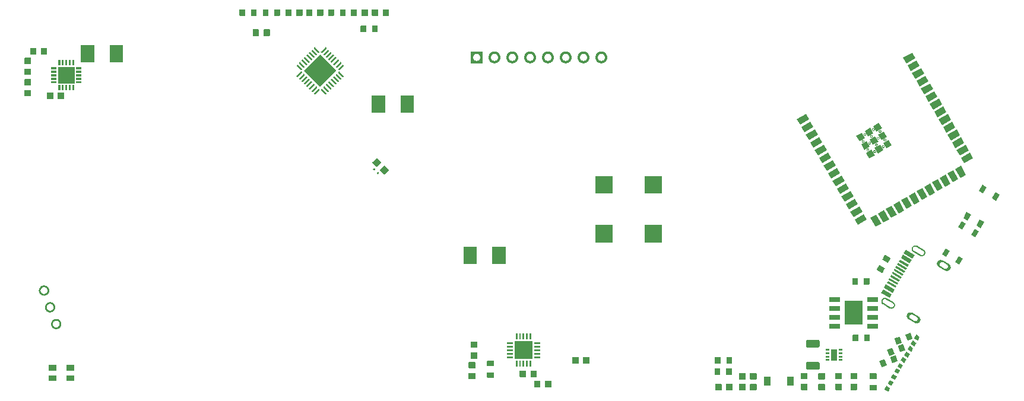
<source format=gbr>
%TF.GenerationSoftware,Flux,Pcbnew,7.0.11-7.0.11~ubuntu20.04.1*%
%TF.CreationDate,2024-08-16T17:16:59+00:00*%
%TF.ProjectId,input,696e7075-742e-46b6-9963-61645f706362,rev?*%
%TF.SameCoordinates,Original*%
%TF.FileFunction,Soldermask,Top*%
%TF.FilePolarity,Negative*%
%FSLAX46Y46*%
G04 Gerber Fmt 4.6, Leading zero omitted, Abs format (unit mm)*
G04 Filename: betterflipperzero*
G04 Build it with Flux! Visit our site at: https://www.flux.ai (PCBNEW 7.0.11-7.0.11~ubuntu20.04.1) date 2024-08-16 17:16:59*
%MOMM*%
%LPD*%
G01*
G04 APERTURE LIST*
G04 APERTURE END LIST*
%TO.C,*%
G36*
X33687956Y-19024952D02*
G01*
X33692593Y-19025409D01*
X33697190Y-19026168D01*
X33701727Y-19027226D01*
X33706186Y-19028579D01*
X33710546Y-19030220D01*
X33714790Y-19032143D01*
X33718899Y-19034339D01*
X33722856Y-19036799D01*
X33726643Y-19039513D01*
X33730245Y-19042469D01*
X33733645Y-19045654D01*
X33736830Y-19049055D01*
X33739786Y-19052656D01*
X33742500Y-19056443D01*
X33744960Y-19060400D01*
X33747157Y-19064509D01*
X33749079Y-19068753D01*
X33750721Y-19073114D01*
X33752073Y-19077572D01*
X33753131Y-19082110D01*
X33753890Y-19086707D01*
X33754347Y-19091343D01*
X33754499Y-19096000D01*
X33754499Y-19853600D01*
X33754347Y-19858257D01*
X33753890Y-19862893D01*
X33753131Y-19867490D01*
X33752073Y-19872028D01*
X33750721Y-19876486D01*
X33749079Y-19880847D01*
X33747157Y-19885091D01*
X33744960Y-19889200D01*
X33742500Y-19893157D01*
X33739786Y-19896944D01*
X33736830Y-19900545D01*
X33733645Y-19903946D01*
X33730245Y-19907131D01*
X33726643Y-19910087D01*
X33722856Y-19912801D01*
X33718899Y-19915261D01*
X33714790Y-19917457D01*
X33710546Y-19919380D01*
X33706186Y-19921021D01*
X33701727Y-19922374D01*
X33697190Y-19923432D01*
X33692593Y-19924191D01*
X33687956Y-19924648D01*
X33683299Y-19924800D01*
X32875699Y-19924800D01*
X32871043Y-19924648D01*
X32866406Y-19924191D01*
X32861809Y-19923432D01*
X32857271Y-19922374D01*
X32852813Y-19921021D01*
X32848452Y-19919380D01*
X32844208Y-19917457D01*
X32840099Y-19915261D01*
X32836143Y-19912801D01*
X32832355Y-19910087D01*
X32828754Y-19907131D01*
X32825353Y-19903946D01*
X32822168Y-19900545D01*
X32819212Y-19896944D01*
X32816499Y-19893157D01*
X32814038Y-19889200D01*
X32811842Y-19885091D01*
X32809919Y-19880847D01*
X32808278Y-19876486D01*
X32806925Y-19872028D01*
X32805867Y-19867490D01*
X32805108Y-19862893D01*
X32804652Y-19858257D01*
X32804499Y-19853600D01*
X32804499Y-19096000D01*
X32804652Y-19091343D01*
X32805108Y-19086707D01*
X32805867Y-19082110D01*
X32806925Y-19077572D01*
X32808278Y-19073114D01*
X32809919Y-19068753D01*
X32811842Y-19064509D01*
X32814038Y-19060400D01*
X32816499Y-19056443D01*
X32819212Y-19052656D01*
X32822168Y-19049055D01*
X32825353Y-19045654D01*
X32828754Y-19042469D01*
X32832355Y-19039513D01*
X32836143Y-19036799D01*
X32840099Y-19034339D01*
X32844208Y-19032143D01*
X32848452Y-19030220D01*
X32852813Y-19028579D01*
X32857271Y-19027226D01*
X32861809Y-19026168D01*
X32866406Y-19025409D01*
X32871043Y-19024952D01*
X32875699Y-19024800D01*
X33683299Y-19024800D01*
X33687956Y-19024952D01*
G37*
G36*
X33687957Y-20574952D02*
G01*
X33692594Y-20575409D01*
X33697191Y-20576168D01*
X33701729Y-20577226D01*
X33706187Y-20578579D01*
X33710548Y-20580220D01*
X33714792Y-20582143D01*
X33718901Y-20584339D01*
X33722857Y-20586799D01*
X33726645Y-20589513D01*
X33730246Y-20592469D01*
X33733647Y-20595654D01*
X33736832Y-20599055D01*
X33739788Y-20602656D01*
X33742501Y-20606443D01*
X33744962Y-20610400D01*
X33747158Y-20614509D01*
X33749081Y-20618753D01*
X33750722Y-20623114D01*
X33752075Y-20627572D01*
X33753133Y-20632110D01*
X33753892Y-20636707D01*
X33754348Y-20641343D01*
X33754501Y-20646000D01*
X33754501Y-21403600D01*
X33754348Y-21408257D01*
X33753892Y-21412893D01*
X33753133Y-21417490D01*
X33752075Y-21422028D01*
X33750722Y-21426486D01*
X33749081Y-21430847D01*
X33747158Y-21435091D01*
X33744962Y-21439200D01*
X33742501Y-21443157D01*
X33739788Y-21446944D01*
X33736832Y-21450545D01*
X33733647Y-21453946D01*
X33730246Y-21457131D01*
X33726645Y-21460087D01*
X33722857Y-21462801D01*
X33718901Y-21465261D01*
X33714792Y-21467457D01*
X33710548Y-21469380D01*
X33706187Y-21471021D01*
X33701729Y-21472374D01*
X33697191Y-21473432D01*
X33692594Y-21474191D01*
X33687957Y-21474648D01*
X33683301Y-21474800D01*
X32875701Y-21474800D01*
X32871044Y-21474648D01*
X32866407Y-21474191D01*
X32861810Y-21473432D01*
X32857273Y-21472374D01*
X32852814Y-21471021D01*
X32848454Y-21469380D01*
X32844210Y-21467457D01*
X32840101Y-21465261D01*
X32836144Y-21462801D01*
X32832357Y-21460087D01*
X32828755Y-21457131D01*
X32825355Y-21453946D01*
X32822170Y-21450545D01*
X32819214Y-21446944D01*
X32816500Y-21443157D01*
X32814040Y-21439200D01*
X32811843Y-21435091D01*
X32809921Y-21430847D01*
X32808279Y-21426486D01*
X32806927Y-21422028D01*
X32805869Y-21417490D01*
X32805110Y-21412893D01*
X32804653Y-21408257D01*
X32804501Y-21403600D01*
X32804501Y-20646000D01*
X32804653Y-20641343D01*
X32805110Y-20636707D01*
X32805869Y-20632110D01*
X32806927Y-20627572D01*
X32808279Y-20623114D01*
X32809921Y-20618753D01*
X32811843Y-20614509D01*
X32814040Y-20610400D01*
X32816500Y-20606443D01*
X32819214Y-20602656D01*
X32822170Y-20599055D01*
X32825355Y-20595654D01*
X32828755Y-20592469D01*
X32832357Y-20589513D01*
X32836144Y-20586799D01*
X32840101Y-20584339D01*
X32844210Y-20582143D01*
X32848454Y-20580220D01*
X32852814Y-20578579D01*
X32857273Y-20577226D01*
X32861810Y-20576168D01*
X32866407Y-20575409D01*
X32871044Y-20574952D01*
X32875701Y-20574800D01*
X33683301Y-20574800D01*
X33687957Y-20574952D01*
G37*
G36*
X2851057Y-20134052D02*
G01*
X2855693Y-20134509D01*
X2860290Y-20135268D01*
X2864828Y-20136326D01*
X2869286Y-20137679D01*
X2873647Y-20139320D01*
X2877891Y-20141243D01*
X2882000Y-20143439D01*
X2885957Y-20145899D01*
X2889744Y-20148613D01*
X2893345Y-20151569D01*
X2896746Y-20154754D01*
X2899931Y-20158155D01*
X2902887Y-20161756D01*
X2905601Y-20165543D01*
X2908061Y-20169500D01*
X2910257Y-20173609D01*
X2912180Y-20177853D01*
X2913821Y-20182214D01*
X2915174Y-20186672D01*
X2916232Y-20191210D01*
X2916991Y-20195807D01*
X2917448Y-20200443D01*
X2917600Y-20205100D01*
X2917600Y-21012700D01*
X2917448Y-21017357D01*
X2916991Y-21021993D01*
X2916232Y-21026590D01*
X2915174Y-21031128D01*
X2913821Y-21035586D01*
X2912180Y-21039947D01*
X2910257Y-21044191D01*
X2908061Y-21048300D01*
X2905601Y-21052257D01*
X2902887Y-21056044D01*
X2899931Y-21059645D01*
X2896746Y-21063046D01*
X2893345Y-21066231D01*
X2889744Y-21069187D01*
X2885957Y-21071901D01*
X2882000Y-21074361D01*
X2877891Y-21076557D01*
X2873647Y-21078480D01*
X2869286Y-21080121D01*
X2864828Y-21081474D01*
X2860290Y-21082532D01*
X2855693Y-21083291D01*
X2851057Y-21083748D01*
X2846400Y-21083900D01*
X2088800Y-21083900D01*
X2084143Y-21083748D01*
X2079507Y-21083291D01*
X2074910Y-21082532D01*
X2070372Y-21081474D01*
X2065914Y-21080121D01*
X2061553Y-21078480D01*
X2057309Y-21076557D01*
X2053200Y-21074361D01*
X2049243Y-21071901D01*
X2045456Y-21069187D01*
X2041855Y-21066231D01*
X2038454Y-21063046D01*
X2035269Y-21059645D01*
X2032313Y-21056044D01*
X2029599Y-21052257D01*
X2027139Y-21048300D01*
X2024943Y-21044191D01*
X2023020Y-21039947D01*
X2021379Y-21035586D01*
X2020026Y-21031128D01*
X2018968Y-21026590D01*
X2018209Y-21021993D01*
X2017752Y-21017357D01*
X2017600Y-21012700D01*
X2017600Y-20205100D01*
X2017752Y-20200443D01*
X2018209Y-20195807D01*
X2018968Y-20191210D01*
X2020026Y-20186672D01*
X2021379Y-20182214D01*
X2023020Y-20177853D01*
X2024943Y-20173609D01*
X2027139Y-20169500D01*
X2029599Y-20165543D01*
X2032313Y-20161756D01*
X2035269Y-20158155D01*
X2038454Y-20154754D01*
X2041855Y-20151569D01*
X2045456Y-20148613D01*
X2049243Y-20145899D01*
X2053200Y-20143439D01*
X2057309Y-20141243D01*
X2061553Y-20139320D01*
X2065914Y-20137679D01*
X2070372Y-20136326D01*
X2074910Y-20135268D01*
X2079507Y-20134509D01*
X2084143Y-20134052D01*
X2088800Y-20133900D01*
X2846400Y-20133900D01*
X2851057Y-20134052D01*
G37*
G36*
X4401057Y-20134052D02*
G01*
X4405693Y-20134509D01*
X4410290Y-20135268D01*
X4414828Y-20136326D01*
X4419286Y-20137679D01*
X4423647Y-20139320D01*
X4427891Y-20141243D01*
X4432000Y-20143439D01*
X4435957Y-20145899D01*
X4439744Y-20148613D01*
X4443345Y-20151569D01*
X4446746Y-20154754D01*
X4449931Y-20158155D01*
X4452887Y-20161756D01*
X4455601Y-20165543D01*
X4458061Y-20169500D01*
X4460257Y-20173609D01*
X4462180Y-20177853D01*
X4463821Y-20182214D01*
X4465174Y-20186672D01*
X4466232Y-20191210D01*
X4466991Y-20195807D01*
X4467448Y-20200443D01*
X4467600Y-20205100D01*
X4467600Y-21012700D01*
X4467448Y-21017357D01*
X4466991Y-21021993D01*
X4466232Y-21026590D01*
X4465174Y-21031128D01*
X4463821Y-21035586D01*
X4462180Y-21039947D01*
X4460257Y-21044191D01*
X4458061Y-21048300D01*
X4455601Y-21052257D01*
X4452887Y-21056044D01*
X4449931Y-21059645D01*
X4446746Y-21063046D01*
X4443345Y-21066231D01*
X4439744Y-21069187D01*
X4435957Y-21071901D01*
X4432000Y-21074361D01*
X4427891Y-21076557D01*
X4423647Y-21078480D01*
X4419286Y-21080121D01*
X4414828Y-21081474D01*
X4410290Y-21082532D01*
X4405693Y-21083291D01*
X4401057Y-21083748D01*
X4396400Y-21083900D01*
X3638800Y-21083900D01*
X3634143Y-21083748D01*
X3629507Y-21083291D01*
X3624910Y-21082532D01*
X3620372Y-21081474D01*
X3615914Y-21080121D01*
X3611553Y-21078480D01*
X3607309Y-21076557D01*
X3603200Y-21074361D01*
X3599243Y-21071901D01*
X3595456Y-21069187D01*
X3591855Y-21066231D01*
X3588454Y-21063046D01*
X3585269Y-21059645D01*
X3582313Y-21056044D01*
X3579599Y-21052257D01*
X3577139Y-21048300D01*
X3574943Y-21044191D01*
X3573020Y-21039947D01*
X3571379Y-21035586D01*
X3570026Y-21031128D01*
X3568968Y-21026590D01*
X3568209Y-21021993D01*
X3567752Y-21017357D01*
X3567600Y-21012700D01*
X3567600Y-20205100D01*
X3567752Y-20200443D01*
X3568209Y-20195807D01*
X3568968Y-20191210D01*
X3570026Y-20186672D01*
X3571379Y-20182214D01*
X3573020Y-20177853D01*
X3574943Y-20173609D01*
X3577139Y-20169500D01*
X3579599Y-20165543D01*
X3582313Y-20161756D01*
X3585269Y-20158155D01*
X3588454Y-20154754D01*
X3591855Y-20151569D01*
X3595456Y-20148613D01*
X3599243Y-20145899D01*
X3603200Y-20143439D01*
X3607309Y-20141243D01*
X3611553Y-20139320D01*
X3615914Y-20137679D01*
X3620372Y-20136326D01*
X3624910Y-20135268D01*
X3629507Y-20134509D01*
X3634143Y-20134052D01*
X3638800Y-20133900D01*
X4396400Y-20133900D01*
X4401057Y-20134052D01*
G37*
G36*
X-3809842Y-18903252D02*
G01*
X-3805206Y-18903709D01*
X-3800609Y-18904468D01*
X-3796071Y-18905526D01*
X-3791613Y-18906879D01*
X-3787252Y-18908520D01*
X-3783008Y-18910443D01*
X-3778899Y-18912639D01*
X-3774943Y-18915099D01*
X-3771155Y-18917813D01*
X-3767554Y-18920769D01*
X-3764153Y-18923954D01*
X-3760968Y-18927355D01*
X-3758012Y-18930956D01*
X-3755299Y-18934743D01*
X-3752838Y-18938700D01*
X-3750642Y-18942809D01*
X-3748719Y-18947053D01*
X-3747078Y-18951414D01*
X-3745725Y-18955872D01*
X-3744667Y-18960410D01*
X-3743908Y-18965007D01*
X-3743452Y-18969643D01*
X-3743299Y-18974300D01*
X-3743299Y-19631900D01*
X-3743452Y-19636557D01*
X-3743908Y-19641193D01*
X-3744667Y-19645790D01*
X-3745725Y-19650328D01*
X-3747078Y-19654786D01*
X-3748719Y-19659147D01*
X-3750642Y-19663391D01*
X-3752838Y-19667500D01*
X-3755299Y-19671457D01*
X-3758012Y-19675244D01*
X-3760968Y-19678845D01*
X-3764153Y-19682246D01*
X-3767554Y-19685431D01*
X-3771155Y-19688387D01*
X-3774943Y-19691101D01*
X-3778899Y-19693561D01*
X-3783008Y-19695757D01*
X-3787252Y-19697680D01*
X-3791613Y-19699321D01*
X-3796071Y-19700674D01*
X-3800609Y-19701732D01*
X-3805206Y-19702491D01*
X-3809842Y-19702948D01*
X-3814499Y-19703100D01*
X-4622099Y-19703100D01*
X-4626756Y-19702948D01*
X-4631393Y-19702491D01*
X-4635990Y-19701732D01*
X-4640527Y-19700674D01*
X-4644986Y-19699321D01*
X-4649346Y-19697680D01*
X-4653590Y-19695757D01*
X-4657699Y-19693561D01*
X-4661656Y-19691101D01*
X-4665443Y-19688387D01*
X-4669045Y-19685431D01*
X-4672445Y-19682246D01*
X-4675630Y-19678845D01*
X-4678586Y-19675244D01*
X-4681300Y-19671457D01*
X-4683760Y-19667500D01*
X-4685956Y-19663391D01*
X-4687879Y-19659147D01*
X-4689521Y-19654786D01*
X-4690873Y-19650328D01*
X-4691931Y-19645790D01*
X-4692690Y-19641193D01*
X-4693147Y-19636557D01*
X-4693299Y-19631900D01*
X-4693299Y-18974300D01*
X-4693147Y-18969643D01*
X-4692690Y-18965007D01*
X-4691931Y-18960410D01*
X-4690873Y-18955872D01*
X-4689521Y-18951414D01*
X-4687879Y-18947053D01*
X-4685956Y-18942809D01*
X-4683760Y-18938700D01*
X-4681300Y-18934743D01*
X-4678586Y-18930956D01*
X-4675630Y-18927355D01*
X-4672445Y-18923954D01*
X-4669045Y-18920769D01*
X-4665443Y-18917813D01*
X-4661656Y-18915099D01*
X-4657699Y-18912639D01*
X-4653590Y-18910443D01*
X-4649346Y-18908520D01*
X-4644986Y-18906879D01*
X-4640527Y-18905526D01*
X-4635990Y-18904468D01*
X-4631393Y-18903709D01*
X-4626756Y-18903252D01*
X-4622099Y-18903100D01*
X-3814499Y-18903100D01*
X-3809842Y-18903252D01*
G37*
G36*
X-3809844Y-17253252D02*
G01*
X-3805207Y-17253709D01*
X-3800610Y-17254468D01*
X-3796073Y-17255526D01*
X-3791614Y-17256879D01*
X-3787254Y-17258520D01*
X-3783010Y-17260443D01*
X-3778901Y-17262639D01*
X-3774944Y-17265099D01*
X-3771157Y-17267813D01*
X-3767555Y-17270769D01*
X-3764155Y-17273954D01*
X-3760970Y-17277355D01*
X-3758014Y-17280956D01*
X-3755300Y-17284743D01*
X-3752840Y-17288700D01*
X-3750644Y-17292809D01*
X-3748721Y-17297053D01*
X-3747079Y-17301414D01*
X-3745727Y-17305872D01*
X-3744669Y-17310410D01*
X-3743910Y-17315007D01*
X-3743453Y-17319643D01*
X-3743301Y-17324300D01*
X-3743301Y-17981900D01*
X-3743453Y-17986557D01*
X-3743910Y-17991193D01*
X-3744669Y-17995790D01*
X-3745727Y-18000328D01*
X-3747079Y-18004786D01*
X-3748721Y-18009147D01*
X-3750644Y-18013391D01*
X-3752840Y-18017500D01*
X-3755300Y-18021457D01*
X-3758014Y-18025244D01*
X-3760970Y-18028845D01*
X-3764155Y-18032246D01*
X-3767555Y-18035431D01*
X-3771157Y-18038387D01*
X-3774944Y-18041101D01*
X-3778901Y-18043561D01*
X-3783010Y-18045757D01*
X-3787254Y-18047680D01*
X-3791614Y-18049321D01*
X-3796073Y-18050674D01*
X-3800610Y-18051732D01*
X-3805207Y-18052491D01*
X-3809844Y-18052948D01*
X-3814501Y-18053100D01*
X-4622101Y-18053100D01*
X-4626758Y-18052948D01*
X-4631394Y-18052491D01*
X-4635991Y-18051732D01*
X-4640529Y-18050674D01*
X-4644987Y-18049321D01*
X-4649348Y-18047680D01*
X-4653592Y-18045757D01*
X-4657701Y-18043561D01*
X-4661657Y-18041101D01*
X-4665445Y-18038387D01*
X-4669046Y-18035431D01*
X-4672447Y-18032246D01*
X-4675632Y-18028845D01*
X-4678588Y-18025244D01*
X-4681301Y-18021457D01*
X-4683762Y-18017500D01*
X-4685958Y-18013391D01*
X-4687881Y-18009147D01*
X-4689522Y-18004786D01*
X-4690875Y-18000328D01*
X-4691933Y-17995790D01*
X-4692692Y-17991193D01*
X-4693148Y-17986557D01*
X-4693301Y-17981900D01*
X-4693301Y-17324300D01*
X-4693148Y-17319643D01*
X-4692692Y-17315007D01*
X-4691933Y-17310410D01*
X-4690875Y-17305872D01*
X-4689522Y-17301414D01*
X-4687881Y-17297053D01*
X-4685958Y-17292809D01*
X-4683762Y-17288700D01*
X-4681301Y-17284743D01*
X-4678588Y-17280956D01*
X-4675632Y-17277355D01*
X-4672447Y-17273954D01*
X-4669046Y-17270769D01*
X-4665445Y-17267813D01*
X-4661657Y-17265099D01*
X-4657701Y-17262639D01*
X-4653592Y-17260443D01*
X-4649348Y-17258520D01*
X-4644987Y-17256879D01*
X-4640529Y-17255526D01*
X-4635991Y-17254468D01*
X-4631394Y-17253709D01*
X-4626758Y-17253252D01*
X-4622101Y-17253100D01*
X-3814501Y-17253100D01*
X-3809844Y-17253252D01*
G37*
G36*
X-6137044Y-14524452D02*
G01*
X-6132407Y-14524909D01*
X-6127810Y-14525668D01*
X-6123273Y-14526726D01*
X-6118814Y-14528079D01*
X-6114454Y-14529720D01*
X-6110210Y-14531643D01*
X-6106101Y-14533839D01*
X-6102144Y-14536299D01*
X-6098357Y-14539013D01*
X-6094755Y-14541969D01*
X-6091355Y-14545154D01*
X-6088170Y-14548555D01*
X-6085214Y-14552156D01*
X-6082500Y-14555943D01*
X-6080040Y-14559900D01*
X-6077843Y-14564009D01*
X-6075921Y-14568253D01*
X-6074279Y-14572614D01*
X-6072927Y-14577072D01*
X-6071869Y-14581610D01*
X-6071110Y-14586207D01*
X-6070653Y-14590843D01*
X-6070501Y-14595500D01*
X-6070501Y-15353100D01*
X-6070653Y-15357757D01*
X-6071110Y-15362393D01*
X-6071869Y-15366990D01*
X-6072927Y-15371528D01*
X-6074279Y-15375986D01*
X-6075921Y-15380347D01*
X-6077843Y-15384591D01*
X-6080040Y-15388700D01*
X-6082500Y-15392657D01*
X-6085214Y-15396444D01*
X-6088170Y-15400045D01*
X-6091355Y-15403446D01*
X-6094755Y-15406631D01*
X-6098357Y-15409587D01*
X-6102144Y-15412301D01*
X-6106101Y-15414761D01*
X-6110210Y-15416957D01*
X-6114454Y-15418880D01*
X-6118814Y-15420521D01*
X-6123273Y-15421874D01*
X-6127810Y-15422932D01*
X-6132407Y-15423691D01*
X-6137044Y-15424148D01*
X-6141701Y-15424300D01*
X-6949301Y-15424300D01*
X-6953957Y-15424148D01*
X-6958594Y-15423691D01*
X-6963191Y-15422932D01*
X-6967729Y-15421874D01*
X-6972187Y-15420521D01*
X-6976548Y-15418880D01*
X-6980792Y-15416957D01*
X-6984901Y-15414761D01*
X-6988857Y-15412301D01*
X-6992645Y-15409587D01*
X-6996246Y-15406631D01*
X-6999647Y-15403446D01*
X-7002832Y-15400045D01*
X-7005788Y-15396444D01*
X-7008501Y-15392657D01*
X-7010962Y-15388700D01*
X-7013158Y-15384591D01*
X-7015081Y-15380347D01*
X-7016722Y-15375986D01*
X-7018075Y-15371528D01*
X-7019133Y-15366990D01*
X-7019892Y-15362393D01*
X-7020348Y-15357757D01*
X-7020501Y-15353100D01*
X-7020501Y-14595500D01*
X-7020348Y-14590843D01*
X-7019892Y-14586207D01*
X-7019133Y-14581610D01*
X-7018075Y-14577072D01*
X-7016722Y-14572614D01*
X-7015081Y-14568253D01*
X-7013158Y-14564009D01*
X-7010962Y-14559900D01*
X-7008501Y-14555943D01*
X-7005788Y-14552156D01*
X-7002832Y-14548555D01*
X-6999647Y-14545154D01*
X-6996246Y-14541969D01*
X-6992645Y-14539013D01*
X-6988857Y-14536299D01*
X-6984901Y-14533839D01*
X-6980792Y-14531643D01*
X-6976548Y-14529720D01*
X-6972187Y-14528079D01*
X-6967729Y-14526726D01*
X-6963191Y-14525668D01*
X-6958594Y-14524909D01*
X-6953957Y-14524452D01*
X-6949301Y-14524300D01*
X-6141701Y-14524300D01*
X-6137044Y-14524452D01*
G37*
G36*
X-6137043Y-16074452D02*
G01*
X-6132406Y-16074909D01*
X-6127809Y-16075668D01*
X-6123271Y-16076726D01*
X-6118813Y-16078079D01*
X-6114452Y-16079720D01*
X-6110208Y-16081643D01*
X-6106099Y-16083839D01*
X-6102143Y-16086299D01*
X-6098355Y-16089013D01*
X-6094754Y-16091969D01*
X-6091353Y-16095154D01*
X-6088168Y-16098555D01*
X-6085212Y-16102156D01*
X-6082499Y-16105943D01*
X-6080038Y-16109900D01*
X-6077842Y-16114009D01*
X-6075919Y-16118253D01*
X-6074278Y-16122614D01*
X-6072925Y-16127072D01*
X-6071867Y-16131610D01*
X-6071108Y-16136207D01*
X-6070652Y-16140843D01*
X-6070499Y-16145500D01*
X-6070499Y-16903100D01*
X-6070652Y-16907757D01*
X-6071108Y-16912393D01*
X-6071867Y-16916990D01*
X-6072925Y-16921528D01*
X-6074278Y-16925986D01*
X-6075919Y-16930347D01*
X-6077842Y-16934591D01*
X-6080038Y-16938700D01*
X-6082499Y-16942657D01*
X-6085212Y-16946444D01*
X-6088168Y-16950045D01*
X-6091353Y-16953446D01*
X-6094754Y-16956631D01*
X-6098355Y-16959587D01*
X-6102143Y-16962301D01*
X-6106099Y-16964761D01*
X-6110208Y-16966957D01*
X-6114452Y-16968880D01*
X-6118813Y-16970521D01*
X-6123271Y-16971874D01*
X-6127809Y-16972932D01*
X-6132406Y-16973691D01*
X-6137043Y-16974148D01*
X-6141699Y-16974300D01*
X-6949299Y-16974300D01*
X-6953956Y-16974148D01*
X-6958593Y-16973691D01*
X-6963190Y-16972932D01*
X-6967727Y-16971874D01*
X-6972186Y-16970521D01*
X-6976546Y-16968880D01*
X-6980790Y-16966957D01*
X-6984899Y-16964761D01*
X-6988856Y-16962301D01*
X-6992643Y-16959587D01*
X-6996245Y-16956631D01*
X-6999645Y-16953446D01*
X-7002830Y-16950045D01*
X-7005786Y-16946444D01*
X-7008500Y-16942657D01*
X-7010960Y-16938700D01*
X-7013157Y-16934591D01*
X-7015079Y-16930347D01*
X-7016721Y-16925986D01*
X-7018073Y-16921528D01*
X-7019131Y-16916990D01*
X-7019890Y-16912393D01*
X-7020347Y-16907757D01*
X-7020499Y-16903100D01*
X-7020499Y-16145500D01*
X-7020347Y-16140843D01*
X-7019890Y-16136207D01*
X-7019131Y-16131610D01*
X-7018073Y-16127072D01*
X-7016721Y-16122614D01*
X-7015079Y-16118253D01*
X-7013157Y-16114009D01*
X-7010960Y-16109900D01*
X-7008500Y-16105943D01*
X-7005786Y-16102156D01*
X-7002830Y-16098555D01*
X-6999645Y-16095154D01*
X-6996245Y-16091969D01*
X-6992643Y-16089013D01*
X-6988856Y-16086299D01*
X-6984899Y-16083839D01*
X-6980790Y-16081643D01*
X-6976546Y-16079720D01*
X-6972186Y-16078079D01*
X-6967727Y-16076726D01*
X-6963190Y-16075668D01*
X-6958593Y-16074909D01*
X-6953956Y-16074452D01*
X-6949299Y-16074300D01*
X-6141699Y-16074300D01*
X-6137043Y-16074452D01*
G37*
G36*
X-20290143Y32909948D02*
G01*
X-20285507Y32909491D01*
X-20280910Y32908732D01*
X-20276372Y32907674D01*
X-20271914Y32906321D01*
X-20267553Y32904680D01*
X-20263309Y32902757D01*
X-20259200Y32900561D01*
X-20255243Y32898101D01*
X-20251456Y32895387D01*
X-20247855Y32892431D01*
X-20244454Y32889246D01*
X-20241269Y32885845D01*
X-20238313Y32882244D01*
X-20235599Y32878457D01*
X-20233139Y32874500D01*
X-20230943Y32870391D01*
X-20229020Y32866147D01*
X-20227379Y32861786D01*
X-20226026Y32857328D01*
X-20224968Y32852790D01*
X-20224209Y32848193D01*
X-20223752Y32843557D01*
X-20223600Y32838900D01*
X-20223600Y32031300D01*
X-20223752Y32026643D01*
X-20224209Y32022007D01*
X-20224968Y32017410D01*
X-20226026Y32012872D01*
X-20227379Y32008414D01*
X-20229020Y32004053D01*
X-20230943Y31999809D01*
X-20233139Y31995700D01*
X-20235599Y31991743D01*
X-20238313Y31987956D01*
X-20241269Y31984355D01*
X-20244454Y31980954D01*
X-20247855Y31977769D01*
X-20251456Y31974813D01*
X-20255243Y31972099D01*
X-20259200Y31969639D01*
X-20263309Y31967443D01*
X-20267553Y31965520D01*
X-20271914Y31963879D01*
X-20276372Y31962526D01*
X-20280910Y31961468D01*
X-20285507Y31960709D01*
X-20290143Y31960252D01*
X-20294800Y31960100D01*
X-21052400Y31960100D01*
X-21057057Y31960252D01*
X-21061693Y31960709D01*
X-21066290Y31961468D01*
X-21070828Y31962526D01*
X-21075286Y31963879D01*
X-21079647Y31965520D01*
X-21083891Y31967443D01*
X-21088000Y31969639D01*
X-21091957Y31972099D01*
X-21095744Y31974813D01*
X-21099345Y31977769D01*
X-21102746Y31980954D01*
X-21105931Y31984355D01*
X-21108887Y31987956D01*
X-21111601Y31991743D01*
X-21114061Y31995700D01*
X-21116257Y31999809D01*
X-21118180Y32004053D01*
X-21119821Y32008414D01*
X-21121174Y32012872D01*
X-21122232Y32017410D01*
X-21122991Y32022007D01*
X-21123448Y32026643D01*
X-21123600Y32031300D01*
X-21123600Y32838900D01*
X-21123448Y32843557D01*
X-21122991Y32848193D01*
X-21122232Y32852790D01*
X-21121174Y32857328D01*
X-21119821Y32861786D01*
X-21118180Y32866147D01*
X-21116257Y32870391D01*
X-21114061Y32874500D01*
X-21111601Y32878457D01*
X-21108887Y32882244D01*
X-21105931Y32885845D01*
X-21102746Y32889246D01*
X-21099345Y32892431D01*
X-21095744Y32895387D01*
X-21091957Y32898101D01*
X-21088000Y32900561D01*
X-21083891Y32902757D01*
X-21079647Y32904680D01*
X-21075286Y32906321D01*
X-21070828Y32907674D01*
X-21066290Y32908732D01*
X-21061693Y32909491D01*
X-21057057Y32909948D01*
X-21052400Y32910100D01*
X-20294800Y32910100D01*
X-20290143Y32909948D01*
G37*
G36*
X-18740143Y32909948D02*
G01*
X-18735507Y32909491D01*
X-18730910Y32908732D01*
X-18726372Y32907674D01*
X-18721914Y32906321D01*
X-18717553Y32904680D01*
X-18713309Y32902757D01*
X-18709200Y32900561D01*
X-18705243Y32898101D01*
X-18701456Y32895387D01*
X-18697855Y32892431D01*
X-18694454Y32889246D01*
X-18691269Y32885845D01*
X-18688313Y32882244D01*
X-18685599Y32878457D01*
X-18683139Y32874500D01*
X-18680943Y32870391D01*
X-18679020Y32866147D01*
X-18677379Y32861786D01*
X-18676026Y32857328D01*
X-18674968Y32852790D01*
X-18674209Y32848193D01*
X-18673752Y32843557D01*
X-18673600Y32838900D01*
X-18673600Y32031300D01*
X-18673752Y32026643D01*
X-18674209Y32022007D01*
X-18674968Y32017410D01*
X-18676026Y32012872D01*
X-18677379Y32008414D01*
X-18679020Y32004053D01*
X-18680943Y31999809D01*
X-18683139Y31995700D01*
X-18685599Y31991743D01*
X-18688313Y31987956D01*
X-18691269Y31984355D01*
X-18694454Y31980954D01*
X-18697855Y31977769D01*
X-18701456Y31974813D01*
X-18705243Y31972099D01*
X-18709200Y31969639D01*
X-18713309Y31967443D01*
X-18717553Y31965520D01*
X-18721914Y31963879D01*
X-18726372Y31962526D01*
X-18730910Y31961468D01*
X-18735507Y31960709D01*
X-18740143Y31960252D01*
X-18744800Y31960100D01*
X-19502400Y31960100D01*
X-19507057Y31960252D01*
X-19511693Y31960709D01*
X-19516290Y31961468D01*
X-19520828Y31962526D01*
X-19525286Y31963879D01*
X-19529647Y31965520D01*
X-19533891Y31967443D01*
X-19538000Y31969639D01*
X-19541957Y31972099D01*
X-19545744Y31974813D01*
X-19549345Y31977769D01*
X-19552746Y31980954D01*
X-19555931Y31984355D01*
X-19558887Y31987956D01*
X-19561601Y31991743D01*
X-19564061Y31995700D01*
X-19566257Y31999809D01*
X-19568180Y32004053D01*
X-19569821Y32008414D01*
X-19571174Y32012872D01*
X-19572232Y32017410D01*
X-19572991Y32022007D01*
X-19573448Y32026643D01*
X-19573600Y32031300D01*
X-19573600Y32838900D01*
X-19573448Y32843557D01*
X-19572991Y32848193D01*
X-19572232Y32852790D01*
X-19571174Y32857328D01*
X-19569821Y32861786D01*
X-19568180Y32866147D01*
X-19566257Y32870391D01*
X-19564061Y32874500D01*
X-19561601Y32878457D01*
X-19558887Y32882244D01*
X-19555931Y32885845D01*
X-19552746Y32889246D01*
X-19549345Y32892431D01*
X-19545744Y32895387D01*
X-19541957Y32898101D01*
X-19538000Y32900561D01*
X-19533891Y32902757D01*
X-19529647Y32904680D01*
X-19525286Y32906321D01*
X-19520828Y32907674D01*
X-19516290Y32908732D01*
X-19511693Y32909491D01*
X-19507057Y32909948D01*
X-19502400Y32910100D01*
X-18744800Y32910100D01*
X-18740143Y32909948D01*
G37*
G36*
X-6136200Y-3436200D02*
G01*
X-8036200Y-3436200D01*
X-8036200Y-1036200D01*
X-6136200Y-1036200D01*
X-6136200Y-3436200D01*
G37*
G36*
X-2036200Y-3436200D02*
G01*
X-3936200Y-3436200D01*
X-3936200Y-1036200D01*
X-2036200Y-1036200D01*
X-2036200Y-3436200D01*
G37*
G36*
X52287281Y-20848817D02*
G01*
X52293506Y-20849637D01*
X52299571Y-20851262D01*
X52302511Y-20852368D01*
X52308142Y-20855145D01*
X52779260Y-21127145D01*
X52784480Y-21130634D01*
X52786909Y-21132626D01*
X52791348Y-21137066D01*
X52795170Y-21142047D01*
X52796829Y-21144715D01*
X52799606Y-21150346D01*
X52800713Y-21153286D01*
X52802338Y-21159350D01*
X52802849Y-21162449D01*
X52803260Y-21168715D01*
X52803157Y-21171854D01*
X52802338Y-21178079D01*
X52800713Y-21184144D01*
X52799606Y-21187083D01*
X52796829Y-21192715D01*
X52549829Y-21620531D01*
X52546341Y-21625752D01*
X52544348Y-21628180D01*
X52539909Y-21632620D01*
X52534927Y-21636442D01*
X52532260Y-21638100D01*
X52526629Y-21640877D01*
X52523689Y-21641984D01*
X52517624Y-21643609D01*
X52514525Y-21644121D01*
X52508260Y-21644531D01*
X52505121Y-21644428D01*
X52498896Y-21643609D01*
X52492831Y-21641984D01*
X52489891Y-21640877D01*
X52484260Y-21638100D01*
X52013142Y-21366100D01*
X52007922Y-21362612D01*
X52005494Y-21360620D01*
X52001054Y-21356180D01*
X51997232Y-21351199D01*
X51995573Y-21348531D01*
X51992796Y-21342900D01*
X51991689Y-21339960D01*
X51990064Y-21333896D01*
X51989553Y-21330796D01*
X51989142Y-21324531D01*
X51989245Y-21321392D01*
X51990064Y-21315167D01*
X51991689Y-21309102D01*
X51992796Y-21306162D01*
X51995573Y-21300531D01*
X52242573Y-20872715D01*
X52246061Y-20867494D01*
X52248054Y-20865066D01*
X52252494Y-20860626D01*
X52257475Y-20856804D01*
X52260142Y-20855145D01*
X52265773Y-20852368D01*
X52268713Y-20851262D01*
X52274778Y-20849637D01*
X52277877Y-20849125D01*
X52284142Y-20848715D01*
X52287281Y-20848817D01*
G37*
G36*
X52772279Y-20008772D02*
G01*
X52778504Y-20009591D01*
X52784569Y-20011216D01*
X52787509Y-20012323D01*
X52793140Y-20015100D01*
X53264258Y-20287100D01*
X53269478Y-20290588D01*
X53271906Y-20292580D01*
X53276346Y-20297020D01*
X53280168Y-20302001D01*
X53281827Y-20304669D01*
X53284604Y-20310300D01*
X53285711Y-20313240D01*
X53287336Y-20319304D01*
X53287847Y-20322404D01*
X53288258Y-20328669D01*
X53288155Y-20331808D01*
X53287336Y-20338033D01*
X53285711Y-20344098D01*
X53284604Y-20347038D01*
X53281827Y-20352669D01*
X53034827Y-20780485D01*
X53031339Y-20785706D01*
X53029346Y-20788134D01*
X53024906Y-20792574D01*
X53019925Y-20796396D01*
X53017258Y-20798055D01*
X53011627Y-20800832D01*
X53008687Y-20801938D01*
X53002622Y-20803563D01*
X52999523Y-20804075D01*
X52993258Y-20804485D01*
X52990119Y-20804383D01*
X52983894Y-20803563D01*
X52977829Y-20801938D01*
X52974889Y-20800832D01*
X52969258Y-20798055D01*
X52498140Y-20526055D01*
X52492920Y-20522566D01*
X52490491Y-20520574D01*
X52486052Y-20516134D01*
X52482230Y-20511153D01*
X52480571Y-20508485D01*
X52477794Y-20502854D01*
X52476687Y-20499914D01*
X52475062Y-20493850D01*
X52474551Y-20490751D01*
X52474140Y-20484485D01*
X52474243Y-20481346D01*
X52475062Y-20475121D01*
X52476687Y-20469056D01*
X52477794Y-20466117D01*
X52480571Y-20460485D01*
X52727571Y-20032669D01*
X52731059Y-20027448D01*
X52733052Y-20025020D01*
X52737491Y-20020580D01*
X52742473Y-20016758D01*
X52745140Y-20015100D01*
X52750771Y-20012323D01*
X52753711Y-20011216D01*
X52759776Y-20009591D01*
X52762875Y-20009079D01*
X52769140Y-20008669D01*
X52772279Y-20008772D01*
G37*
G36*
X-19244400Y18164600D02*
G01*
X-21144400Y18164600D01*
X-21144400Y20564600D01*
X-19244400Y20564600D01*
X-19244400Y18164600D01*
G37*
G36*
X-15144400Y18164600D02*
G01*
X-17044400Y18164600D01*
X-17044400Y20564600D01*
X-15144400Y20564600D01*
X-15144400Y18164600D01*
G37*
G36*
X30192357Y-16730152D02*
G01*
X30196993Y-16730609D01*
X30201590Y-16731368D01*
X30206128Y-16732426D01*
X30210586Y-16733779D01*
X30214947Y-16735420D01*
X30219191Y-16737343D01*
X30223300Y-16739539D01*
X30227257Y-16741999D01*
X30231044Y-16744713D01*
X30234645Y-16747669D01*
X30238046Y-16750854D01*
X30241231Y-16754255D01*
X30244187Y-16757856D01*
X30246901Y-16761643D01*
X30249361Y-16765600D01*
X30251557Y-16769709D01*
X30253480Y-16773953D01*
X30255121Y-16778314D01*
X30256474Y-16782772D01*
X30257532Y-16787310D01*
X30258291Y-16791907D01*
X30258748Y-16796543D01*
X30258900Y-16801200D01*
X30258900Y-17608800D01*
X30258748Y-17613457D01*
X30258291Y-17618093D01*
X30257532Y-17622690D01*
X30256474Y-17627228D01*
X30255121Y-17631686D01*
X30253480Y-17636047D01*
X30251557Y-17640291D01*
X30249361Y-17644400D01*
X30246901Y-17648357D01*
X30244187Y-17652144D01*
X30241231Y-17655745D01*
X30238046Y-17659146D01*
X30234645Y-17662331D01*
X30231044Y-17665287D01*
X30227257Y-17668001D01*
X30223300Y-17670461D01*
X30219191Y-17672657D01*
X30214947Y-17674580D01*
X30210586Y-17676221D01*
X30206128Y-17677574D01*
X30201590Y-17678632D01*
X30196993Y-17679391D01*
X30192357Y-17679848D01*
X30187700Y-17680000D01*
X29530100Y-17680000D01*
X29525443Y-17679848D01*
X29520807Y-17679391D01*
X29516210Y-17678632D01*
X29511672Y-17677574D01*
X29507214Y-17676221D01*
X29502853Y-17674580D01*
X29498609Y-17672657D01*
X29494500Y-17670461D01*
X29490543Y-17668001D01*
X29486756Y-17665287D01*
X29483155Y-17662331D01*
X29479754Y-17659146D01*
X29476569Y-17655745D01*
X29473613Y-17652144D01*
X29470899Y-17648357D01*
X29468439Y-17644400D01*
X29466243Y-17640291D01*
X29464320Y-17636047D01*
X29462679Y-17631686D01*
X29461326Y-17627228D01*
X29460268Y-17622690D01*
X29459509Y-17618093D01*
X29459052Y-17613457D01*
X29458900Y-17608800D01*
X29458900Y-16801200D01*
X29459052Y-16796543D01*
X29459509Y-16791907D01*
X29460268Y-16787310D01*
X29461326Y-16782772D01*
X29462679Y-16778314D01*
X29464320Y-16773953D01*
X29466243Y-16769709D01*
X29468439Y-16765600D01*
X29470899Y-16761643D01*
X29473613Y-16757856D01*
X29476569Y-16754255D01*
X29479754Y-16750854D01*
X29483155Y-16747669D01*
X29486756Y-16744713D01*
X29490543Y-16741999D01*
X29494500Y-16739539D01*
X29498609Y-16737343D01*
X29502853Y-16735420D01*
X29507214Y-16733779D01*
X29511672Y-16732426D01*
X29516210Y-16731368D01*
X29520807Y-16730609D01*
X29525443Y-16730152D01*
X29530100Y-16730000D01*
X30187700Y-16730000D01*
X30192357Y-16730152D01*
G37*
G36*
X28542357Y-16730152D02*
G01*
X28546993Y-16730609D01*
X28551590Y-16731368D01*
X28556128Y-16732426D01*
X28560586Y-16733779D01*
X28564947Y-16735420D01*
X28569191Y-16737343D01*
X28573300Y-16739539D01*
X28577257Y-16741999D01*
X28581044Y-16744713D01*
X28584645Y-16747669D01*
X28588046Y-16750854D01*
X28591231Y-16754255D01*
X28594187Y-16757856D01*
X28596901Y-16761643D01*
X28599361Y-16765600D01*
X28601557Y-16769709D01*
X28603480Y-16773953D01*
X28605121Y-16778314D01*
X28606474Y-16782772D01*
X28607532Y-16787310D01*
X28608291Y-16791907D01*
X28608748Y-16796543D01*
X28608900Y-16801200D01*
X28608900Y-17608800D01*
X28608748Y-17613457D01*
X28608291Y-17618093D01*
X28607532Y-17622690D01*
X28606474Y-17627228D01*
X28605121Y-17631686D01*
X28603480Y-17636047D01*
X28601557Y-17640291D01*
X28599361Y-17644400D01*
X28596901Y-17648357D01*
X28594187Y-17652144D01*
X28591231Y-17655745D01*
X28588046Y-17659146D01*
X28584645Y-17662331D01*
X28581044Y-17665287D01*
X28577257Y-17668001D01*
X28573300Y-17670461D01*
X28569191Y-17672657D01*
X28564947Y-17674580D01*
X28560586Y-17676221D01*
X28556128Y-17677574D01*
X28551590Y-17678632D01*
X28546993Y-17679391D01*
X28542357Y-17679848D01*
X28537700Y-17680000D01*
X27880100Y-17680000D01*
X27875443Y-17679848D01*
X27870807Y-17679391D01*
X27866210Y-17678632D01*
X27861672Y-17677574D01*
X27857214Y-17676221D01*
X27852853Y-17674580D01*
X27848609Y-17672657D01*
X27844500Y-17670461D01*
X27840543Y-17668001D01*
X27836756Y-17665287D01*
X27833155Y-17662331D01*
X27829754Y-17659146D01*
X27826569Y-17655745D01*
X27823613Y-17652144D01*
X27820899Y-17648357D01*
X27818439Y-17644400D01*
X27816243Y-17640291D01*
X27814320Y-17636047D01*
X27812679Y-17631686D01*
X27811326Y-17627228D01*
X27810268Y-17622690D01*
X27809509Y-17618093D01*
X27809052Y-17613457D01*
X27808900Y-17608800D01*
X27808900Y-16801200D01*
X27809052Y-16796543D01*
X27809509Y-16791907D01*
X27810268Y-16787310D01*
X27811326Y-16782772D01*
X27812679Y-16778314D01*
X27814320Y-16773953D01*
X27816243Y-16769709D01*
X27818439Y-16765600D01*
X27820899Y-16761643D01*
X27823613Y-16757856D01*
X27826569Y-16754255D01*
X27829754Y-16750854D01*
X27833155Y-16747669D01*
X27836756Y-16744713D01*
X27840543Y-16741999D01*
X27844500Y-16739539D01*
X27848609Y-16737343D01*
X27852853Y-16735420D01*
X27857214Y-16733779D01*
X27861672Y-16732426D01*
X27866210Y-16731368D01*
X27870807Y-16730609D01*
X27875443Y-16730152D01*
X27880100Y-16730000D01*
X28537700Y-16730000D01*
X28542357Y-16730152D01*
G37*
G36*
X43439856Y-19024952D02*
G01*
X43444493Y-19025409D01*
X43449090Y-19026168D01*
X43453627Y-19027226D01*
X43458086Y-19028579D01*
X43462446Y-19030220D01*
X43466690Y-19032143D01*
X43470799Y-19034339D01*
X43474756Y-19036799D01*
X43478543Y-19039513D01*
X43482145Y-19042469D01*
X43485545Y-19045654D01*
X43488730Y-19049055D01*
X43491686Y-19052656D01*
X43494400Y-19056443D01*
X43496860Y-19060400D01*
X43499057Y-19064509D01*
X43500979Y-19068753D01*
X43502621Y-19073114D01*
X43503973Y-19077572D01*
X43505031Y-19082110D01*
X43505790Y-19086707D01*
X43506247Y-19091343D01*
X43506399Y-19096000D01*
X43506399Y-19853600D01*
X43506247Y-19858257D01*
X43505790Y-19862893D01*
X43505031Y-19867490D01*
X43503973Y-19872028D01*
X43502621Y-19876486D01*
X43500979Y-19880847D01*
X43499057Y-19885091D01*
X43496860Y-19889200D01*
X43494400Y-19893157D01*
X43491686Y-19896944D01*
X43488730Y-19900545D01*
X43485545Y-19903946D01*
X43482145Y-19907131D01*
X43478543Y-19910087D01*
X43474756Y-19912801D01*
X43470799Y-19915261D01*
X43466690Y-19917457D01*
X43462446Y-19919380D01*
X43458086Y-19921021D01*
X43453627Y-19922374D01*
X43449090Y-19923432D01*
X43444493Y-19924191D01*
X43439856Y-19924648D01*
X43435199Y-19924800D01*
X42627599Y-19924800D01*
X42622943Y-19924648D01*
X42618306Y-19924191D01*
X42613709Y-19923432D01*
X42609171Y-19922374D01*
X42604713Y-19921021D01*
X42600352Y-19919380D01*
X42596108Y-19917457D01*
X42591999Y-19915261D01*
X42588043Y-19912801D01*
X42584255Y-19910087D01*
X42580654Y-19907131D01*
X42577253Y-19903946D01*
X42574068Y-19900545D01*
X42571112Y-19896944D01*
X42568399Y-19893157D01*
X42565938Y-19889200D01*
X42563742Y-19885091D01*
X42561819Y-19880847D01*
X42560178Y-19876486D01*
X42558825Y-19872028D01*
X42557767Y-19867490D01*
X42557008Y-19862893D01*
X42556552Y-19858257D01*
X42556399Y-19853600D01*
X42556399Y-19096000D01*
X42556552Y-19091343D01*
X42557008Y-19086707D01*
X42557767Y-19082110D01*
X42558825Y-19077572D01*
X42560178Y-19073114D01*
X42561819Y-19068753D01*
X42563742Y-19064509D01*
X42565938Y-19060400D01*
X42568399Y-19056443D01*
X42571112Y-19052656D01*
X42574068Y-19049055D01*
X42577253Y-19045654D01*
X42580654Y-19042469D01*
X42584255Y-19039513D01*
X42588043Y-19036799D01*
X42591999Y-19034339D01*
X42596108Y-19032143D01*
X42600352Y-19030220D01*
X42604713Y-19028579D01*
X42609171Y-19027226D01*
X42613709Y-19026168D01*
X42618306Y-19025409D01*
X42622943Y-19024952D01*
X42627599Y-19024800D01*
X43435199Y-19024800D01*
X43439856Y-19024952D01*
G37*
G36*
X43439857Y-20574952D02*
G01*
X43444494Y-20575409D01*
X43449091Y-20576168D01*
X43453629Y-20577226D01*
X43458087Y-20578579D01*
X43462448Y-20580220D01*
X43466692Y-20582143D01*
X43470801Y-20584339D01*
X43474757Y-20586799D01*
X43478545Y-20589513D01*
X43482146Y-20592469D01*
X43485547Y-20595654D01*
X43488732Y-20599055D01*
X43491688Y-20602656D01*
X43494401Y-20606443D01*
X43496862Y-20610400D01*
X43499058Y-20614509D01*
X43500981Y-20618753D01*
X43502622Y-20623114D01*
X43503975Y-20627572D01*
X43505033Y-20632110D01*
X43505792Y-20636707D01*
X43506248Y-20641343D01*
X43506401Y-20646000D01*
X43506401Y-21403600D01*
X43506248Y-21408257D01*
X43505792Y-21412893D01*
X43505033Y-21417490D01*
X43503975Y-21422028D01*
X43502622Y-21426486D01*
X43500981Y-21430847D01*
X43499058Y-21435091D01*
X43496862Y-21439200D01*
X43494401Y-21443157D01*
X43491688Y-21446944D01*
X43488732Y-21450545D01*
X43485547Y-21453946D01*
X43482146Y-21457131D01*
X43478545Y-21460087D01*
X43474757Y-21462801D01*
X43470801Y-21465261D01*
X43466692Y-21467457D01*
X43462448Y-21469380D01*
X43458087Y-21471021D01*
X43453629Y-21472374D01*
X43449091Y-21473432D01*
X43444494Y-21474191D01*
X43439857Y-21474648D01*
X43435201Y-21474800D01*
X42627601Y-21474800D01*
X42622944Y-21474648D01*
X42618307Y-21474191D01*
X42613710Y-21473432D01*
X42609173Y-21472374D01*
X42604714Y-21471021D01*
X42600354Y-21469380D01*
X42596110Y-21467457D01*
X42592001Y-21465261D01*
X42588044Y-21462801D01*
X42584257Y-21460087D01*
X42580655Y-21457131D01*
X42577255Y-21453946D01*
X42574070Y-21450545D01*
X42571114Y-21446944D01*
X42568400Y-21443157D01*
X42565940Y-21439200D01*
X42563743Y-21435091D01*
X42561821Y-21430847D01*
X42560179Y-21426486D01*
X42558827Y-21422028D01*
X42557769Y-21417490D01*
X42557010Y-21412893D01*
X42556553Y-21408257D01*
X42556401Y-21403600D01*
X42556401Y-20646000D01*
X42556553Y-20641343D01*
X42557010Y-20636707D01*
X42557769Y-20632110D01*
X42558827Y-20627572D01*
X42560179Y-20623114D01*
X42561821Y-20618753D01*
X42563743Y-20614509D01*
X42565940Y-20610400D01*
X42568400Y-20606443D01*
X42571114Y-20602656D01*
X42574070Y-20599055D01*
X42577255Y-20595654D01*
X42580655Y-20592469D01*
X42584257Y-20589513D01*
X42588044Y-20586799D01*
X42592001Y-20584339D01*
X42596110Y-20582143D01*
X42600354Y-20580220D01*
X42604714Y-20578579D01*
X42609173Y-20577226D01*
X42613710Y-20576168D01*
X42618307Y-20575409D01*
X42622944Y-20574952D01*
X42627601Y-20574800D01*
X43435201Y-20574800D01*
X43439857Y-20574952D01*
G37*
G36*
X50787754Y-19045852D02*
G01*
X50792390Y-19046309D01*
X50796987Y-19047068D01*
X50801525Y-19048126D01*
X50805983Y-19049479D01*
X50810344Y-19051120D01*
X50814588Y-19053043D01*
X50818697Y-19055239D01*
X50822654Y-19057699D01*
X50826441Y-19060413D01*
X50830042Y-19063369D01*
X50833443Y-19066554D01*
X50836628Y-19069955D01*
X50839584Y-19073556D01*
X50842298Y-19077343D01*
X50844758Y-19081300D01*
X50846954Y-19085409D01*
X50848877Y-19089653D01*
X50850518Y-19094014D01*
X50851871Y-19098472D01*
X50852929Y-19103010D01*
X50853688Y-19107607D01*
X50854145Y-19112243D01*
X50854297Y-19116900D01*
X50854297Y-19774500D01*
X50854145Y-19779157D01*
X50853688Y-19783793D01*
X50852929Y-19788390D01*
X50851871Y-19792928D01*
X50850518Y-19797386D01*
X50848877Y-19801747D01*
X50846954Y-19805991D01*
X50844758Y-19810100D01*
X50842298Y-19814057D01*
X50839584Y-19817844D01*
X50836628Y-19821445D01*
X50833443Y-19824846D01*
X50830042Y-19828031D01*
X50826441Y-19830987D01*
X50822654Y-19833701D01*
X50818697Y-19836161D01*
X50814588Y-19838357D01*
X50810344Y-19840280D01*
X50805983Y-19841921D01*
X50801525Y-19843274D01*
X50796987Y-19844332D01*
X50792390Y-19845091D01*
X50787754Y-19845548D01*
X50783097Y-19845700D01*
X49975497Y-19845700D01*
X49970840Y-19845548D01*
X49966204Y-19845091D01*
X49961607Y-19844332D01*
X49957069Y-19843274D01*
X49952610Y-19841921D01*
X49948250Y-19840280D01*
X49944006Y-19838357D01*
X49939897Y-19836161D01*
X49935940Y-19833701D01*
X49932153Y-19830987D01*
X49928552Y-19828031D01*
X49925151Y-19824846D01*
X49921966Y-19821445D01*
X49919010Y-19817844D01*
X49916296Y-19814057D01*
X49913836Y-19810100D01*
X49911640Y-19805991D01*
X49909717Y-19801747D01*
X49908076Y-19797386D01*
X49906723Y-19792928D01*
X49905665Y-19788390D01*
X49904906Y-19783793D01*
X49904449Y-19779157D01*
X49904297Y-19774500D01*
X49904297Y-19116900D01*
X49904449Y-19112243D01*
X49904906Y-19107607D01*
X49905665Y-19103010D01*
X49906723Y-19098472D01*
X49908076Y-19094014D01*
X49909717Y-19089653D01*
X49911640Y-19085409D01*
X49913836Y-19081300D01*
X49916296Y-19077343D01*
X49919010Y-19073556D01*
X49921966Y-19069955D01*
X49925151Y-19066554D01*
X49928552Y-19063369D01*
X49932153Y-19060413D01*
X49935940Y-19057699D01*
X49939897Y-19055239D01*
X49944006Y-19053043D01*
X49948250Y-19051120D01*
X49952610Y-19049479D01*
X49957069Y-19048126D01*
X49961607Y-19047068D01*
X49966204Y-19046309D01*
X49970840Y-19045852D01*
X49975497Y-19045700D01*
X50783097Y-19045700D01*
X50787754Y-19045852D01*
G37*
G36*
X50787760Y-20695852D02*
G01*
X50792396Y-20696309D01*
X50796993Y-20697068D01*
X50801531Y-20698126D01*
X50805990Y-20699479D01*
X50810350Y-20701120D01*
X50814594Y-20703043D01*
X50818703Y-20705239D01*
X50822660Y-20707699D01*
X50826447Y-20710413D01*
X50830048Y-20713369D01*
X50833449Y-20716554D01*
X50836634Y-20719955D01*
X50839590Y-20723556D01*
X50842304Y-20727343D01*
X50844764Y-20731300D01*
X50846960Y-20735409D01*
X50848883Y-20739653D01*
X50850524Y-20744014D01*
X50851877Y-20748472D01*
X50852935Y-20753010D01*
X50853694Y-20757607D01*
X50854151Y-20762243D01*
X50854303Y-20766900D01*
X50854303Y-21424500D01*
X50854151Y-21429157D01*
X50853694Y-21433793D01*
X50852935Y-21438390D01*
X50851877Y-21442928D01*
X50850524Y-21447386D01*
X50848883Y-21451747D01*
X50846960Y-21455991D01*
X50844764Y-21460100D01*
X50842304Y-21464057D01*
X50839590Y-21467844D01*
X50836634Y-21471445D01*
X50833449Y-21474846D01*
X50830048Y-21478031D01*
X50826447Y-21480987D01*
X50822660Y-21483701D01*
X50818703Y-21486161D01*
X50814594Y-21488357D01*
X50810350Y-21490280D01*
X50805990Y-21491921D01*
X50801531Y-21493274D01*
X50796993Y-21494332D01*
X50792396Y-21495091D01*
X50787760Y-21495548D01*
X50783103Y-21495700D01*
X49975503Y-21495700D01*
X49970846Y-21495548D01*
X49966210Y-21495091D01*
X49961613Y-21494332D01*
X49957075Y-21493274D01*
X49952617Y-21491921D01*
X49948256Y-21490280D01*
X49944012Y-21488357D01*
X49939903Y-21486161D01*
X49935946Y-21483701D01*
X49932159Y-21480987D01*
X49928558Y-21478031D01*
X49925157Y-21474846D01*
X49921972Y-21471445D01*
X49919016Y-21467844D01*
X49916302Y-21464057D01*
X49913842Y-21460100D01*
X49911646Y-21455991D01*
X49909723Y-21451747D01*
X49908082Y-21447386D01*
X49906729Y-21442928D01*
X49905671Y-21438390D01*
X49904912Y-21433793D01*
X49904455Y-21429157D01*
X49904303Y-21424500D01*
X49904303Y-20766900D01*
X49904455Y-20762243D01*
X49904912Y-20757607D01*
X49905671Y-20753010D01*
X49906729Y-20748472D01*
X49908082Y-20744014D01*
X49909723Y-20739653D01*
X49911646Y-20735409D01*
X49913842Y-20731300D01*
X49916302Y-20727343D01*
X49919016Y-20723556D01*
X49921972Y-20719955D01*
X49925157Y-20716554D01*
X49928558Y-20713369D01*
X49932159Y-20710413D01*
X49935946Y-20707699D01*
X49939903Y-20705239D01*
X49944012Y-20703043D01*
X49948256Y-20701120D01*
X49952617Y-20699479D01*
X49957075Y-20698126D01*
X49961613Y-20697068D01*
X49966210Y-20696309D01*
X49970846Y-20695852D01*
X49975503Y-20695700D01*
X50783103Y-20695700D01*
X50787760Y-20695852D01*
G37*
G36*
X52105091Y-2179288D02*
G01*
X52109688Y-2180047D01*
X52114225Y-2181105D01*
X52118684Y-2182457D01*
X52123044Y-2184099D01*
X52127288Y-2186022D01*
X52131397Y-2188218D01*
X52830799Y-2592018D01*
X52834756Y-2594478D01*
X52838543Y-2597192D01*
X52842145Y-2600148D01*
X52845545Y-2603333D01*
X52848730Y-2606733D01*
X52851686Y-2610335D01*
X52854400Y-2614122D01*
X52856860Y-2618079D01*
X52859057Y-2622188D01*
X52860980Y-2626432D01*
X52862621Y-2630792D01*
X52863973Y-2635251D01*
X52865031Y-2639788D01*
X52865790Y-2644385D01*
X52866247Y-2649022D01*
X52866247Y-2658336D01*
X52865790Y-2662972D01*
X52865031Y-2667569D01*
X52863973Y-2672107D01*
X52862621Y-2676565D01*
X52860980Y-2680926D01*
X52859057Y-2685170D01*
X52856860Y-2689279D01*
X52528060Y-3258777D01*
X52525600Y-3262734D01*
X52522886Y-3266521D01*
X52519930Y-3270123D01*
X52516745Y-3273523D01*
X52513345Y-3276708D01*
X52509743Y-3279664D01*
X52505956Y-3282378D01*
X52501999Y-3284838D01*
X52497890Y-3287035D01*
X52493646Y-3288957D01*
X52489286Y-3290599D01*
X52484827Y-3291951D01*
X52480290Y-3293009D01*
X52475693Y-3293768D01*
X52471056Y-3294225D01*
X52461743Y-3294225D01*
X52457106Y-3293768D01*
X52452509Y-3293009D01*
X52447971Y-3291951D01*
X52443513Y-3290599D01*
X52439152Y-3288957D01*
X52434908Y-3287035D01*
X52430799Y-3284838D01*
X51731397Y-2881038D01*
X51727441Y-2878578D01*
X51723653Y-2875864D01*
X51720052Y-2872908D01*
X51716651Y-2869723D01*
X51713466Y-2866323D01*
X51710510Y-2862721D01*
X51707797Y-2858934D01*
X51705336Y-2854977D01*
X51703140Y-2850868D01*
X51701217Y-2846624D01*
X51699576Y-2842264D01*
X51698223Y-2837805D01*
X51697165Y-2833268D01*
X51696406Y-2828671D01*
X51695950Y-2824034D01*
X51695950Y-2814720D01*
X51696406Y-2810084D01*
X51697165Y-2805487D01*
X51698223Y-2800949D01*
X51699576Y-2796491D01*
X51701217Y-2792130D01*
X51703140Y-2787886D01*
X51705336Y-2783777D01*
X52034136Y-2214279D01*
X52036597Y-2210322D01*
X52039310Y-2206535D01*
X52042266Y-2202933D01*
X52045451Y-2199533D01*
X52048852Y-2196348D01*
X52052453Y-2193392D01*
X52056241Y-2190678D01*
X52060197Y-2188218D01*
X52064306Y-2186022D01*
X52068550Y-2184099D01*
X52072911Y-2182457D01*
X52077369Y-2181105D01*
X52081907Y-2180047D01*
X52086504Y-2179288D01*
X52091140Y-2178831D01*
X52100454Y-2178831D01*
X52105091Y-2179288D01*
G37*
G36*
X51280094Y-3608232D02*
G01*
X51284691Y-3608991D01*
X51289229Y-3610049D01*
X51293687Y-3611401D01*
X51298048Y-3613043D01*
X51302292Y-3614965D01*
X51306401Y-3617162D01*
X52005803Y-4020962D01*
X52009759Y-4023422D01*
X52013547Y-4026136D01*
X52017148Y-4029092D01*
X52020549Y-4032277D01*
X52023734Y-4035677D01*
X52026690Y-4039279D01*
X52029403Y-4043066D01*
X52031864Y-4047023D01*
X52034060Y-4051132D01*
X52035983Y-4055376D01*
X52037624Y-4059736D01*
X52038977Y-4064195D01*
X52040035Y-4068732D01*
X52040794Y-4073329D01*
X52041250Y-4077966D01*
X52041250Y-4087280D01*
X52040794Y-4091916D01*
X52040035Y-4096513D01*
X52038977Y-4101051D01*
X52037624Y-4105509D01*
X52035983Y-4109870D01*
X52034060Y-4114114D01*
X52031864Y-4118223D01*
X51703064Y-4687721D01*
X51700603Y-4691678D01*
X51697890Y-4695465D01*
X51694934Y-4699067D01*
X51691749Y-4702467D01*
X51688348Y-4705652D01*
X51684747Y-4708608D01*
X51680959Y-4711322D01*
X51677003Y-4713782D01*
X51672894Y-4715978D01*
X51668650Y-4717901D01*
X51664289Y-4719543D01*
X51659831Y-4720895D01*
X51655293Y-4721953D01*
X51650696Y-4722712D01*
X51646060Y-4723169D01*
X51636746Y-4723169D01*
X51632109Y-4722712D01*
X51627512Y-4721953D01*
X51622975Y-4720895D01*
X51618516Y-4719543D01*
X51614156Y-4717901D01*
X51609912Y-4715978D01*
X51605803Y-4713782D01*
X50906401Y-4309982D01*
X50902444Y-4307522D01*
X50898657Y-4304808D01*
X50895055Y-4301852D01*
X50891655Y-4298667D01*
X50888470Y-4295267D01*
X50885514Y-4291665D01*
X50882800Y-4287878D01*
X50880340Y-4283921D01*
X50878143Y-4279812D01*
X50876220Y-4275568D01*
X50874579Y-4271208D01*
X50873227Y-4266749D01*
X50872169Y-4262212D01*
X50871410Y-4257615D01*
X50870953Y-4252978D01*
X50870953Y-4243664D01*
X50871410Y-4239028D01*
X50872169Y-4234431D01*
X50873227Y-4229893D01*
X50874579Y-4225435D01*
X50876220Y-4221074D01*
X50878143Y-4216830D01*
X50880340Y-4212721D01*
X51209140Y-3643223D01*
X51211600Y-3639266D01*
X51214314Y-3635479D01*
X51217270Y-3631877D01*
X51220455Y-3628477D01*
X51223855Y-3625292D01*
X51227457Y-3622336D01*
X51231244Y-3619622D01*
X51235201Y-3617162D01*
X51239310Y-3614965D01*
X51243554Y-3613043D01*
X51247914Y-3611401D01*
X51252373Y-3610049D01*
X51256910Y-3608991D01*
X51261507Y-3608232D01*
X51266144Y-3607775D01*
X51275457Y-3607775D01*
X51280094Y-3608232D01*
G37*
G36*
X13258800Y-401600D02*
G01*
X10758800Y-401600D01*
X10758800Y2098400D01*
X13258800Y2098400D01*
X13258800Y-401600D01*
G37*
G36*
X13258800Y6598400D02*
G01*
X10758800Y6598400D01*
X10758800Y9098400D01*
X13258800Y9098400D01*
X13258800Y6598400D01*
G37*
G36*
X20258800Y-401600D02*
G01*
X17758800Y-401600D01*
X17758800Y2098400D01*
X20258800Y2098400D01*
X20258800Y-401600D01*
G37*
G36*
X20258800Y6598400D02*
G01*
X17758800Y6598400D01*
X17758800Y9098400D01*
X20258800Y9098400D01*
X20258800Y6598400D01*
G37*
G36*
X-31362307Y25387121D02*
G01*
X-31357419Y25386314D01*
X-31352595Y25385189D01*
X-31347854Y25383751D01*
X-31343218Y25382006D01*
X-31338706Y25379962D01*
X-31334337Y25377627D01*
X-31330131Y25375011D01*
X-31326104Y25372126D01*
X-31322275Y25368983D01*
X-31318659Y25365597D01*
X-30711820Y24758758D01*
X-30708434Y24755142D01*
X-30705291Y24751313D01*
X-30702406Y24747286D01*
X-30699790Y24743080D01*
X-30697455Y24738711D01*
X-30695411Y24734199D01*
X-30693666Y24729563D01*
X-30692228Y24724822D01*
X-30691103Y24719998D01*
X-30690296Y24715111D01*
X-30689810Y24710181D01*
X-30689810Y24700279D01*
X-30690296Y24695349D01*
X-30691103Y24690461D01*
X-30692228Y24685637D01*
X-30693666Y24680897D01*
X-30695411Y24676261D01*
X-30697455Y24671748D01*
X-30699790Y24667380D01*
X-30702406Y24663173D01*
X-30705291Y24659146D01*
X-30708434Y24655317D01*
X-30711820Y24651702D01*
X-30773975Y24589547D01*
X-30777591Y24586161D01*
X-30781420Y24583018D01*
X-30785446Y24580133D01*
X-30789653Y24577517D01*
X-30794022Y24575182D01*
X-30798534Y24573137D01*
X-30803170Y24571392D01*
X-30807910Y24569954D01*
X-30812735Y24568830D01*
X-30817622Y24568023D01*
X-30822552Y24567537D01*
X-30832454Y24567537D01*
X-30837384Y24568023D01*
X-30842271Y24568830D01*
X-30847096Y24569954D01*
X-30851836Y24571392D01*
X-30856472Y24573137D01*
X-30860984Y24575182D01*
X-30865353Y24577517D01*
X-30869560Y24580133D01*
X-30873586Y24583018D01*
X-30877415Y24586161D01*
X-30881031Y24589547D01*
X-31487870Y25196386D01*
X-31491256Y25200002D01*
X-31494399Y25203831D01*
X-31497284Y25207857D01*
X-31499900Y25212064D01*
X-31502235Y25216433D01*
X-31504280Y25220945D01*
X-31506025Y25225581D01*
X-31507463Y25230321D01*
X-31508587Y25235146D01*
X-31509394Y25240033D01*
X-31509880Y25244963D01*
X-31509880Y25254865D01*
X-31509394Y25259795D01*
X-31508587Y25264682D01*
X-31507463Y25269507D01*
X-31506025Y25274247D01*
X-31504280Y25278883D01*
X-31502235Y25283395D01*
X-31499900Y25287764D01*
X-31497284Y25291971D01*
X-31494399Y25295997D01*
X-31491256Y25299827D01*
X-31487870Y25303442D01*
X-31425715Y25365597D01*
X-31422100Y25368983D01*
X-31418271Y25372126D01*
X-31414244Y25375011D01*
X-31410037Y25377627D01*
X-31405669Y25379962D01*
X-31401156Y25382006D01*
X-31396520Y25383751D01*
X-31391780Y25385189D01*
X-31386956Y25386314D01*
X-31382068Y25387121D01*
X-31377138Y25387607D01*
X-31367236Y25387607D01*
X-31362307Y25387121D01*
G37*
G36*
X-27351105Y27154894D02*
G01*
X-27346218Y27154087D01*
X-27341393Y27152963D01*
X-27336653Y27151525D01*
X-27332017Y27149780D01*
X-27327505Y27147735D01*
X-27323136Y27145400D01*
X-27318929Y27142784D01*
X-27314903Y27139899D01*
X-27311073Y27136756D01*
X-27307458Y27133370D01*
X-27245303Y27071215D01*
X-27241917Y27067600D01*
X-27238774Y27063771D01*
X-27235889Y27059744D01*
X-27233273Y27055537D01*
X-27230938Y27051169D01*
X-27228894Y27046656D01*
X-27227149Y27042020D01*
X-27225711Y27037280D01*
X-27224586Y27032456D01*
X-27223779Y27027568D01*
X-27223293Y27022638D01*
X-27223293Y27012736D01*
X-27223779Y27007807D01*
X-27224586Y27002919D01*
X-27225711Y26998095D01*
X-27227149Y26993354D01*
X-27228894Y26988718D01*
X-27230938Y26984206D01*
X-27233273Y26979837D01*
X-27235889Y26975631D01*
X-27238774Y26971604D01*
X-27241917Y26967775D01*
X-27245303Y26964159D01*
X-27852142Y26357320D01*
X-27855758Y26353934D01*
X-27859587Y26350791D01*
X-27863614Y26347906D01*
X-27867820Y26345290D01*
X-27872189Y26342955D01*
X-27876701Y26340911D01*
X-27881337Y26339166D01*
X-27886078Y26337728D01*
X-27890902Y26336603D01*
X-27895789Y26335796D01*
X-27900719Y26335310D01*
X-27910621Y26335310D01*
X-27915551Y26335796D01*
X-27920439Y26336603D01*
X-27925263Y26337728D01*
X-27930003Y26339166D01*
X-27934639Y26340911D01*
X-27939152Y26342955D01*
X-27943520Y26345290D01*
X-27947727Y26347906D01*
X-27951754Y26350791D01*
X-27955583Y26353934D01*
X-27959198Y26357320D01*
X-28021353Y26419475D01*
X-28024739Y26423091D01*
X-28027882Y26426920D01*
X-28030767Y26430946D01*
X-28033383Y26435153D01*
X-28035718Y26439522D01*
X-28037763Y26444034D01*
X-28039508Y26448670D01*
X-28040946Y26453410D01*
X-28042070Y26458235D01*
X-28042877Y26463122D01*
X-28043363Y26468052D01*
X-28043363Y26477954D01*
X-28042877Y26482884D01*
X-28042070Y26487771D01*
X-28040946Y26492596D01*
X-28039508Y26497336D01*
X-28037763Y26501972D01*
X-28035718Y26506484D01*
X-28033383Y26510853D01*
X-28030767Y26515060D01*
X-28027882Y26519086D01*
X-28024739Y26522915D01*
X-28021353Y26526531D01*
X-27414514Y27133370D01*
X-27410898Y27136756D01*
X-27407069Y27139899D01*
X-27403043Y27142784D01*
X-27398836Y27145400D01*
X-27394467Y27147735D01*
X-27389955Y27149780D01*
X-27385319Y27151525D01*
X-27380579Y27152963D01*
X-27375754Y27154087D01*
X-27370867Y27154894D01*
X-27365937Y27155380D01*
X-27356035Y27155380D01*
X-27351105Y27154894D01*
G37*
G36*
X-25774463Y24041931D02*
G01*
X-25769576Y24041124D01*
X-25764752Y24040000D01*
X-25760011Y24038562D01*
X-25755375Y24036817D01*
X-25750863Y24034772D01*
X-25746494Y24032437D01*
X-25742288Y24029821D01*
X-25738261Y24026936D01*
X-25734432Y24023793D01*
X-25730816Y24020407D01*
X-25123977Y23413568D01*
X-25120591Y23409952D01*
X-25117448Y23406123D01*
X-25114563Y23402097D01*
X-25111947Y23397890D01*
X-25109612Y23393521D01*
X-25107568Y23389009D01*
X-25105823Y23384373D01*
X-25104385Y23379633D01*
X-25103260Y23374808D01*
X-25102453Y23369921D01*
X-25101967Y23364991D01*
X-25101967Y23355089D01*
X-25102453Y23350159D01*
X-25103260Y23345272D01*
X-25104385Y23340447D01*
X-25105823Y23335707D01*
X-25107568Y23331071D01*
X-25109612Y23326559D01*
X-25111947Y23322190D01*
X-25114563Y23317983D01*
X-25117448Y23313957D01*
X-25120591Y23310128D01*
X-25123977Y23306512D01*
X-25186132Y23244357D01*
X-25189747Y23240971D01*
X-25193577Y23237828D01*
X-25197603Y23234943D01*
X-25201810Y23232327D01*
X-25206179Y23229992D01*
X-25210691Y23227948D01*
X-25215327Y23226203D01*
X-25220067Y23224765D01*
X-25224892Y23223640D01*
X-25229779Y23222833D01*
X-25234709Y23222347D01*
X-25244611Y23222347D01*
X-25249541Y23222833D01*
X-25254428Y23223640D01*
X-25259253Y23224765D01*
X-25263993Y23226203D01*
X-25268629Y23227948D01*
X-25273141Y23229992D01*
X-25277510Y23232327D01*
X-25281717Y23234943D01*
X-25285743Y23237828D01*
X-25289572Y23240971D01*
X-25293188Y23244357D01*
X-25900027Y23851196D01*
X-25903413Y23854812D01*
X-25906556Y23858641D01*
X-25909441Y23862668D01*
X-25912057Y23866874D01*
X-25914392Y23871243D01*
X-25916437Y23875755D01*
X-25918182Y23880391D01*
X-25919620Y23885132D01*
X-25920744Y23889956D01*
X-25921551Y23894844D01*
X-25922037Y23899773D01*
X-25922037Y23909675D01*
X-25921551Y23914605D01*
X-25920744Y23919493D01*
X-25919620Y23924317D01*
X-25918182Y23929057D01*
X-25916437Y23933693D01*
X-25914392Y23938206D01*
X-25912057Y23942574D01*
X-25909441Y23946781D01*
X-25906556Y23950808D01*
X-25903413Y23954637D01*
X-25900027Y23958252D01*
X-25837872Y24020407D01*
X-25834257Y24023793D01*
X-25830427Y24026936D01*
X-25826401Y24029821D01*
X-25822194Y24032437D01*
X-25817826Y24034772D01*
X-25813313Y24036817D01*
X-25808677Y24038562D01*
X-25803937Y24040000D01*
X-25799113Y24041124D01*
X-25794225Y24041931D01*
X-25789295Y24042417D01*
X-25779393Y24042417D01*
X-25774463Y24041931D01*
G37*
G36*
X-30817619Y23688368D02*
G01*
X-30812732Y23687561D01*
X-30807907Y23686436D01*
X-30803167Y23684998D01*
X-30798531Y23683253D01*
X-30794019Y23681209D01*
X-30789650Y23678874D01*
X-30785443Y23676258D01*
X-30781417Y23673372D01*
X-30777587Y23670230D01*
X-30773972Y23666843D01*
X-30711817Y23604689D01*
X-30708431Y23601073D01*
X-30705288Y23597244D01*
X-30702403Y23593217D01*
X-30699787Y23589011D01*
X-30697452Y23584642D01*
X-30695408Y23580130D01*
X-30693663Y23575494D01*
X-30692225Y23570753D01*
X-30691100Y23565929D01*
X-30690293Y23561042D01*
X-30689807Y23556112D01*
X-30689807Y23546210D01*
X-30690293Y23541280D01*
X-30691100Y23536392D01*
X-30692225Y23531568D01*
X-30693663Y23526828D01*
X-30695408Y23522192D01*
X-30697452Y23517679D01*
X-30699787Y23513311D01*
X-30702403Y23509104D01*
X-30705288Y23505077D01*
X-30708431Y23501248D01*
X-30711817Y23497633D01*
X-31318656Y22890794D01*
X-31322272Y22887407D01*
X-31326101Y22884265D01*
X-31330128Y22881379D01*
X-31334334Y22878764D01*
X-31338703Y22876428D01*
X-31343215Y22874384D01*
X-31347851Y22872639D01*
X-31352592Y22871201D01*
X-31357416Y22870076D01*
X-31362303Y22869269D01*
X-31367233Y22868784D01*
X-31377135Y22868784D01*
X-31382065Y22869269D01*
X-31386953Y22870076D01*
X-31391777Y22871201D01*
X-31396517Y22872639D01*
X-31401153Y22874384D01*
X-31405665Y22876428D01*
X-31410034Y22878764D01*
X-31414241Y22881379D01*
X-31418267Y22884265D01*
X-31422097Y22887407D01*
X-31425712Y22890794D01*
X-31487867Y22952948D01*
X-31491253Y22956564D01*
X-31494396Y22960393D01*
X-31497281Y22964420D01*
X-31499897Y22968626D01*
X-31502232Y22972995D01*
X-31504277Y22977507D01*
X-31506022Y22982143D01*
X-31507460Y22986884D01*
X-31508584Y22991708D01*
X-31509391Y22996596D01*
X-31509877Y23001525D01*
X-31509877Y23011427D01*
X-31509391Y23016357D01*
X-31508584Y23021245D01*
X-31507460Y23026069D01*
X-31506022Y23030809D01*
X-31504277Y23035445D01*
X-31502232Y23039958D01*
X-31499897Y23044326D01*
X-31497281Y23048533D01*
X-31494396Y23052560D01*
X-31491253Y23056389D01*
X-31487867Y23060004D01*
X-30881028Y23666843D01*
X-30877412Y23670230D01*
X-30873583Y23673372D01*
X-30869557Y23676258D01*
X-30865350Y23678874D01*
X-30860981Y23681209D01*
X-30856469Y23683253D01*
X-30851833Y23684998D01*
X-30847092Y23686436D01*
X-30842268Y23687561D01*
X-30837381Y23688368D01*
X-30832451Y23688853D01*
X-30822549Y23688853D01*
X-30817619Y23688368D01*
G37*
G36*
X-26643997Y26447789D02*
G01*
X-26639110Y26446982D01*
X-26634285Y26445857D01*
X-26629545Y26444419D01*
X-26624909Y26442674D01*
X-26620397Y26440630D01*
X-26616028Y26438295D01*
X-26611821Y26435679D01*
X-26607795Y26432793D01*
X-26603965Y26429651D01*
X-26600350Y26426265D01*
X-26538195Y26364110D01*
X-26534809Y26360494D01*
X-26531666Y26356665D01*
X-26528781Y26352639D01*
X-26526165Y26348432D01*
X-26523830Y26344063D01*
X-26521786Y26339551D01*
X-26520041Y26334915D01*
X-26518603Y26330174D01*
X-26517478Y26325350D01*
X-26516671Y26320463D01*
X-26516185Y26315533D01*
X-26516185Y26305631D01*
X-26516671Y26300701D01*
X-26517478Y26295814D01*
X-26518603Y26290989D01*
X-26520041Y26286249D01*
X-26521786Y26281613D01*
X-26523830Y26277101D01*
X-26526165Y26272732D01*
X-26528781Y26268525D01*
X-26531666Y26264499D01*
X-26534809Y26260669D01*
X-26538195Y26257054D01*
X-27145034Y25650215D01*
X-27148650Y25646829D01*
X-27152479Y25643686D01*
X-27156506Y25640801D01*
X-27160712Y25638185D01*
X-27165081Y25635850D01*
X-27169593Y25633805D01*
X-27174229Y25632060D01*
X-27178970Y25630622D01*
X-27183794Y25629497D01*
X-27188681Y25628690D01*
X-27193611Y25628205D01*
X-27203513Y25628205D01*
X-27208443Y25628690D01*
X-27213331Y25629497D01*
X-27218155Y25630622D01*
X-27222895Y25632060D01*
X-27227531Y25633805D01*
X-27232043Y25635850D01*
X-27236412Y25638185D01*
X-27240619Y25640801D01*
X-27244645Y25643686D01*
X-27248475Y25646829D01*
X-27252090Y25650215D01*
X-27314245Y25712370D01*
X-27317631Y25715985D01*
X-27320774Y25719814D01*
X-27323659Y25723841D01*
X-27326275Y25728048D01*
X-27328610Y25732416D01*
X-27330655Y25736928D01*
X-27332400Y25741565D01*
X-27333838Y25746305D01*
X-27334962Y25751129D01*
X-27335769Y25756017D01*
X-27336255Y25760947D01*
X-27336255Y25770849D01*
X-27335769Y25775778D01*
X-27334962Y25780666D01*
X-27333838Y25785490D01*
X-27332400Y25790230D01*
X-27330655Y25794867D01*
X-27328610Y25799379D01*
X-27326275Y25803748D01*
X-27323659Y25807954D01*
X-27320774Y25811981D01*
X-27317631Y25815810D01*
X-27314245Y25819426D01*
X-26707406Y26426265D01*
X-26703790Y26429651D01*
X-26699961Y26432793D01*
X-26695935Y26435679D01*
X-26691728Y26438295D01*
X-26687359Y26440630D01*
X-26682847Y26442674D01*
X-26678211Y26444419D01*
X-26673470Y26445857D01*
X-26668646Y26446982D01*
X-26663759Y26447789D01*
X-26658829Y26448274D01*
X-26648927Y26448274D01*
X-26643997Y26447789D01*
G37*
G36*
X-26835122Y22981269D02*
G01*
X-26830234Y22980462D01*
X-26825410Y22979338D01*
X-26820670Y22977900D01*
X-26816033Y22976155D01*
X-26811521Y22974110D01*
X-26807152Y22971775D01*
X-26802946Y22969159D01*
X-26798919Y22966274D01*
X-26795090Y22963131D01*
X-26791474Y22959745D01*
X-26184635Y22352906D01*
X-26181249Y22349290D01*
X-26178107Y22345461D01*
X-26175221Y22341435D01*
X-26172605Y22337228D01*
X-26170270Y22332859D01*
X-26168226Y22328347D01*
X-26166481Y22323711D01*
X-26165043Y22318970D01*
X-26163918Y22314146D01*
X-26163111Y22309259D01*
X-26162626Y22304329D01*
X-26162626Y22294427D01*
X-26163111Y22289497D01*
X-26163918Y22284610D01*
X-26165043Y22279785D01*
X-26166481Y22275045D01*
X-26168226Y22270409D01*
X-26170270Y22265897D01*
X-26172605Y22261528D01*
X-26175221Y22257321D01*
X-26178107Y22253295D01*
X-26181249Y22249465D01*
X-26184635Y22245850D01*
X-26246790Y22183695D01*
X-26250406Y22180309D01*
X-26254235Y22177166D01*
X-26258261Y22174281D01*
X-26262468Y22171665D01*
X-26266837Y22169330D01*
X-26271349Y22167286D01*
X-26275985Y22165541D01*
X-26280726Y22164103D01*
X-26285550Y22162978D01*
X-26290437Y22162171D01*
X-26295367Y22161685D01*
X-26305269Y22161685D01*
X-26310199Y22162171D01*
X-26315086Y22162978D01*
X-26319911Y22164103D01*
X-26324651Y22165541D01*
X-26329287Y22167286D01*
X-26333799Y22169330D01*
X-26338168Y22171665D01*
X-26342375Y22174281D01*
X-26346401Y22177166D01*
X-26350231Y22180309D01*
X-26353846Y22183695D01*
X-26960685Y22790534D01*
X-26964071Y22794150D01*
X-26967214Y22797979D01*
X-26970099Y22802006D01*
X-26972715Y22806212D01*
X-26975050Y22810581D01*
X-26977095Y22815093D01*
X-26978840Y22819729D01*
X-26980278Y22824470D01*
X-26981403Y22829294D01*
X-26982210Y22834181D01*
X-26982695Y22839111D01*
X-26982695Y22849013D01*
X-26982210Y22853943D01*
X-26981403Y22858831D01*
X-26980278Y22863655D01*
X-26978840Y22868395D01*
X-26977095Y22873031D01*
X-26975050Y22877543D01*
X-26972715Y22881912D01*
X-26970099Y22886119D01*
X-26967214Y22890145D01*
X-26964071Y22893975D01*
X-26960685Y22897590D01*
X-26898530Y22959745D01*
X-26894915Y22963131D01*
X-26891086Y22966274D01*
X-26887059Y22969159D01*
X-26882852Y22971775D01*
X-26878484Y22974110D01*
X-26873972Y22976155D01*
X-26869335Y22977900D01*
X-26864595Y22979338D01*
X-26859771Y22980462D01*
X-26854883Y22981269D01*
X-26849953Y22981755D01*
X-26840051Y22981755D01*
X-26835122Y22981269D01*
G37*
G36*
X-29403403Y22274157D02*
G01*
X-29398515Y22273350D01*
X-29393691Y22272225D01*
X-29388951Y22270787D01*
X-29384315Y22269042D01*
X-29379802Y22266998D01*
X-29375434Y22264663D01*
X-29371227Y22262047D01*
X-29367200Y22259161D01*
X-29363371Y22256019D01*
X-29359756Y22252632D01*
X-29297601Y22190478D01*
X-29294215Y22186862D01*
X-29291072Y22183033D01*
X-29288187Y22179006D01*
X-29285571Y22174800D01*
X-29283236Y22170431D01*
X-29281191Y22165919D01*
X-29279446Y22161283D01*
X-29278008Y22156542D01*
X-29276884Y22151718D01*
X-29276077Y22146831D01*
X-29275591Y22141901D01*
X-29275591Y22131999D01*
X-29276077Y22127069D01*
X-29276884Y22122181D01*
X-29278008Y22117357D01*
X-29279446Y22112617D01*
X-29281191Y22107981D01*
X-29283236Y22103468D01*
X-29285571Y22099100D01*
X-29288187Y22094893D01*
X-29291072Y22090866D01*
X-29294215Y22087037D01*
X-29297601Y22083422D01*
X-29904440Y21476583D01*
X-29908056Y21473196D01*
X-29911885Y21470054D01*
X-29915911Y21467168D01*
X-29920118Y21464553D01*
X-29924487Y21462217D01*
X-29928999Y21460173D01*
X-29933635Y21458428D01*
X-29938375Y21456990D01*
X-29943200Y21455865D01*
X-29948087Y21455058D01*
X-29953017Y21454573D01*
X-29962919Y21454573D01*
X-29967849Y21455058D01*
X-29972736Y21455865D01*
X-29977561Y21456990D01*
X-29982301Y21458428D01*
X-29986937Y21460173D01*
X-29991449Y21462217D01*
X-29995818Y21464553D01*
X-30000025Y21467168D01*
X-30004051Y21470054D01*
X-30007881Y21473196D01*
X-30011496Y21476583D01*
X-30073651Y21538737D01*
X-30077037Y21542353D01*
X-30080180Y21546182D01*
X-30083065Y21550209D01*
X-30085681Y21554415D01*
X-30088016Y21558784D01*
X-30090060Y21563296D01*
X-30091805Y21567932D01*
X-30093243Y21572673D01*
X-30094368Y21577497D01*
X-30095175Y21582385D01*
X-30095661Y21587314D01*
X-30095661Y21597216D01*
X-30095175Y21602146D01*
X-30094368Y21607034D01*
X-30093243Y21611858D01*
X-30091805Y21616598D01*
X-30090060Y21621235D01*
X-30088016Y21625747D01*
X-30085681Y21630115D01*
X-30083065Y21634322D01*
X-30080180Y21638349D01*
X-30077037Y21642178D01*
X-30073651Y21645793D01*
X-29466812Y22252632D01*
X-29463196Y22256019D01*
X-29459367Y22259161D01*
X-29455340Y22262047D01*
X-29451134Y22264663D01*
X-29446765Y22266998D01*
X-29442253Y22269042D01*
X-29437617Y22270787D01*
X-29432876Y22272225D01*
X-29428052Y22273350D01*
X-29423165Y22274157D01*
X-29418235Y22274642D01*
X-29408333Y22274642D01*
X-29403403Y22274157D01*
G37*
G36*
X-27188674Y22627715D02*
G01*
X-27183787Y22626908D01*
X-27178963Y22625783D01*
X-27174222Y22624345D01*
X-27169586Y22622601D01*
X-27165074Y22620556D01*
X-27160705Y22618221D01*
X-27156499Y22615605D01*
X-27152472Y22612720D01*
X-27148643Y22609577D01*
X-27145027Y22606191D01*
X-26538188Y21999352D01*
X-26534802Y21995736D01*
X-26531659Y21991907D01*
X-26528774Y21987881D01*
X-26526158Y21983674D01*
X-26523823Y21979305D01*
X-26521779Y21974793D01*
X-26520034Y21970157D01*
X-26518596Y21965416D01*
X-26517471Y21960592D01*
X-26516664Y21955705D01*
X-26516178Y21950775D01*
X-26516178Y21940873D01*
X-26516664Y21935943D01*
X-26517471Y21931056D01*
X-26518596Y21926231D01*
X-26520034Y21921491D01*
X-26521779Y21916855D01*
X-26523823Y21912343D01*
X-26526158Y21907974D01*
X-26528774Y21903767D01*
X-26531659Y21899741D01*
X-26534802Y21895911D01*
X-26538188Y21892296D01*
X-26600343Y21830141D01*
X-26603958Y21826755D01*
X-26607788Y21823612D01*
X-26611814Y21820727D01*
X-26616021Y21818111D01*
X-26620390Y21815776D01*
X-26624902Y21813731D01*
X-26629538Y21811987D01*
X-26634278Y21810549D01*
X-26639103Y21809424D01*
X-26643990Y21808617D01*
X-26648920Y21808131D01*
X-26658822Y21808131D01*
X-26663752Y21808617D01*
X-26668639Y21809424D01*
X-26673463Y21810549D01*
X-26678204Y21811987D01*
X-26682840Y21813731D01*
X-26687352Y21815776D01*
X-26691721Y21818111D01*
X-26695928Y21820727D01*
X-26699954Y21823612D01*
X-26703783Y21826755D01*
X-26707399Y21830141D01*
X-27314238Y22436980D01*
X-27317624Y22440596D01*
X-27320767Y22444425D01*
X-27323652Y22448452D01*
X-27326268Y22452658D01*
X-27328603Y22457027D01*
X-27330648Y22461539D01*
X-27332393Y22466175D01*
X-27333830Y22470916D01*
X-27334955Y22475740D01*
X-27335762Y22480627D01*
X-27336248Y22485557D01*
X-27336248Y22495459D01*
X-27335762Y22500389D01*
X-27334955Y22505277D01*
X-27333830Y22510101D01*
X-27332393Y22514841D01*
X-27330648Y22519477D01*
X-27328603Y22523989D01*
X-27326268Y22528358D01*
X-27323652Y22532565D01*
X-27320767Y22536591D01*
X-27317624Y22540421D01*
X-27314238Y22544036D01*
X-27252083Y22606191D01*
X-27248468Y22609577D01*
X-27244638Y22612720D01*
X-27240612Y22615605D01*
X-27236405Y22618221D01*
X-27232036Y22620556D01*
X-27227524Y22622601D01*
X-27222888Y22624345D01*
X-27218148Y22625783D01*
X-27213324Y22626908D01*
X-27208436Y22627715D01*
X-27203506Y22628201D01*
X-27193604Y22628201D01*
X-27188674Y22627715D01*
G37*
G36*
X-30464065Y23334815D02*
G01*
X-30459178Y23334008D01*
X-30454353Y23332883D01*
X-30449613Y23331445D01*
X-30444977Y23329700D01*
X-30440465Y23327656D01*
X-30436096Y23325321D01*
X-30431889Y23322705D01*
X-30427863Y23319819D01*
X-30424033Y23316677D01*
X-30420418Y23313291D01*
X-30358263Y23251136D01*
X-30354877Y23247520D01*
X-30351734Y23243691D01*
X-30348849Y23239665D01*
X-30346233Y23235458D01*
X-30343898Y23231089D01*
X-30341853Y23226577D01*
X-30340109Y23221941D01*
X-30338671Y23217201D01*
X-30337546Y23212376D01*
X-30336739Y23207489D01*
X-30336253Y23202559D01*
X-30336253Y23192657D01*
X-30336739Y23187727D01*
X-30337546Y23182840D01*
X-30338671Y23178015D01*
X-30340109Y23173275D01*
X-30341853Y23168639D01*
X-30343898Y23164127D01*
X-30346233Y23159758D01*
X-30348849Y23155551D01*
X-30351734Y23151525D01*
X-30354877Y23147695D01*
X-30358263Y23144080D01*
X-30965102Y22537241D01*
X-30968718Y22533855D01*
X-30972547Y22530712D01*
X-30976574Y22527827D01*
X-30980780Y22525211D01*
X-30985149Y22522876D01*
X-30989661Y22520831D01*
X-30994297Y22519086D01*
X-30999038Y22517648D01*
X-31003862Y22516523D01*
X-31008749Y22515717D01*
X-31013679Y22515231D01*
X-31023581Y22515231D01*
X-31028511Y22515717D01*
X-31033399Y22516523D01*
X-31038223Y22517648D01*
X-31042963Y22519086D01*
X-31047599Y22520831D01*
X-31052111Y22522876D01*
X-31056480Y22525211D01*
X-31060687Y22527827D01*
X-31064713Y22530712D01*
X-31068543Y22533855D01*
X-31072158Y22537241D01*
X-31134313Y22599396D01*
X-31137699Y22603011D01*
X-31140842Y22606840D01*
X-31143727Y22610867D01*
X-31146343Y22615074D01*
X-31148678Y22619442D01*
X-31150723Y22623954D01*
X-31152467Y22628591D01*
X-31153905Y22633331D01*
X-31155030Y22638155D01*
X-31155837Y22643043D01*
X-31156323Y22647973D01*
X-31156323Y22657875D01*
X-31155837Y22662804D01*
X-31155030Y22667692D01*
X-31153905Y22672516D01*
X-31152467Y22677257D01*
X-31150723Y22681893D01*
X-31148678Y22686405D01*
X-31146343Y22690774D01*
X-31143727Y22694980D01*
X-31140842Y22699007D01*
X-31137699Y22702836D01*
X-31134313Y22706452D01*
X-30527474Y23313291D01*
X-30523858Y23316677D01*
X-30520029Y23319819D01*
X-30516003Y23322705D01*
X-30511796Y23325321D01*
X-30507427Y23327656D01*
X-30502915Y23329700D01*
X-30498279Y23331445D01*
X-30493538Y23332883D01*
X-30488714Y23334008D01*
X-30483827Y23334815D01*
X-30478897Y23335301D01*
X-30468995Y23335301D01*
X-30464065Y23334815D01*
G37*
G36*
X-26128016Y23688377D02*
G01*
X-26123129Y23687570D01*
X-26118304Y23686446D01*
X-26113564Y23685008D01*
X-26108928Y23683263D01*
X-26104416Y23681218D01*
X-26100047Y23678883D01*
X-26095840Y23676267D01*
X-26091814Y23673382D01*
X-26087985Y23670239D01*
X-26084369Y23666853D01*
X-25477530Y23060014D01*
X-25474144Y23056398D01*
X-25471001Y23052569D01*
X-25468116Y23048543D01*
X-25465500Y23044336D01*
X-25463165Y23039967D01*
X-25461120Y23035455D01*
X-25459375Y23030819D01*
X-25457937Y23026079D01*
X-25456813Y23021254D01*
X-25456006Y23016367D01*
X-25455520Y23011437D01*
X-25455520Y23001535D01*
X-25456006Y22996605D01*
X-25456813Y22991718D01*
X-25457937Y22986893D01*
X-25459375Y22982153D01*
X-25461120Y22977517D01*
X-25463165Y22973005D01*
X-25465500Y22968636D01*
X-25468116Y22964429D01*
X-25471001Y22960403D01*
X-25474144Y22956573D01*
X-25477530Y22952958D01*
X-25539685Y22890803D01*
X-25543300Y22887417D01*
X-25547129Y22884274D01*
X-25551156Y22881389D01*
X-25555363Y22878773D01*
X-25559731Y22876438D01*
X-25564244Y22874394D01*
X-25568880Y22872649D01*
X-25573620Y22871211D01*
X-25578444Y22870086D01*
X-25583332Y22869279D01*
X-25588262Y22868793D01*
X-25598164Y22868793D01*
X-25603093Y22869279D01*
X-25607981Y22870086D01*
X-25612805Y22871211D01*
X-25617546Y22872649D01*
X-25622182Y22874394D01*
X-25626694Y22876438D01*
X-25631063Y22878773D01*
X-25635269Y22881389D01*
X-25639296Y22884274D01*
X-25643125Y22887417D01*
X-25646741Y22890803D01*
X-26253580Y23497642D01*
X-26256966Y23501258D01*
X-26260109Y23505087D01*
X-26262994Y23509114D01*
X-26265610Y23513320D01*
X-26267945Y23517689D01*
X-26269989Y23522201D01*
X-26271734Y23526837D01*
X-26273172Y23531578D01*
X-26274297Y23536402D01*
X-26275104Y23541289D01*
X-26275590Y23546219D01*
X-26275590Y23556121D01*
X-26275104Y23561051D01*
X-26274297Y23565939D01*
X-26273172Y23570763D01*
X-26271734Y23575503D01*
X-26269989Y23580139D01*
X-26267945Y23584652D01*
X-26265610Y23589020D01*
X-26262994Y23593227D01*
X-26260109Y23597254D01*
X-26256966Y23601083D01*
X-26253580Y23604698D01*
X-26191425Y23666853D01*
X-26187809Y23670239D01*
X-26183980Y23673382D01*
X-26179954Y23676267D01*
X-26175747Y23678883D01*
X-26171378Y23681218D01*
X-26166866Y23683263D01*
X-26162230Y23685008D01*
X-26157490Y23686446D01*
X-26152665Y23687570D01*
X-26147778Y23688377D01*
X-26142848Y23688863D01*
X-26132946Y23688863D01*
X-26128016Y23688377D01*
G37*
G36*
X-27542227Y22274161D02*
G01*
X-27537340Y22273354D01*
X-27532515Y22272229D01*
X-27527775Y22270791D01*
X-27523139Y22269047D01*
X-27518627Y22267002D01*
X-27514258Y22264667D01*
X-27510051Y22262051D01*
X-27506025Y22259166D01*
X-27502195Y22256023D01*
X-27498580Y22252637D01*
X-26891741Y21645798D01*
X-26888355Y21642182D01*
X-26885212Y21638353D01*
X-26882327Y21634326D01*
X-26879711Y21630120D01*
X-26877376Y21625751D01*
X-26875331Y21621239D01*
X-26873586Y21616603D01*
X-26872148Y21611862D01*
X-26871023Y21607038D01*
X-26870217Y21602151D01*
X-26869731Y21597221D01*
X-26869731Y21587319D01*
X-26870217Y21582389D01*
X-26871023Y21577501D01*
X-26872148Y21572677D01*
X-26873586Y21567937D01*
X-26875331Y21563301D01*
X-26877376Y21558789D01*
X-26879711Y21554420D01*
X-26882327Y21550213D01*
X-26885212Y21546187D01*
X-26888355Y21542357D01*
X-26891741Y21538742D01*
X-26953896Y21476587D01*
X-26957511Y21473201D01*
X-26961340Y21470058D01*
X-26965367Y21467173D01*
X-26969574Y21464557D01*
X-26973942Y21462222D01*
X-26978454Y21460177D01*
X-26983091Y21458433D01*
X-26987831Y21456995D01*
X-26992655Y21455870D01*
X-26997543Y21455063D01*
X-27002473Y21454577D01*
X-27012375Y21454577D01*
X-27017304Y21455063D01*
X-27022192Y21455870D01*
X-27027016Y21456995D01*
X-27031757Y21458433D01*
X-27036393Y21460177D01*
X-27040905Y21462222D01*
X-27045274Y21464557D01*
X-27049480Y21467173D01*
X-27053507Y21470058D01*
X-27057336Y21473201D01*
X-27060952Y21476587D01*
X-27667791Y22083426D01*
X-27671177Y22087042D01*
X-27674319Y22090871D01*
X-27677205Y22094897D01*
X-27679821Y22099104D01*
X-27682156Y22103473D01*
X-27684200Y22107985D01*
X-27685945Y22112621D01*
X-27687383Y22117362D01*
X-27688508Y22122186D01*
X-27689315Y22127073D01*
X-27689801Y22132003D01*
X-27689801Y22141905D01*
X-27689315Y22146835D01*
X-27688508Y22151722D01*
X-27687383Y22156547D01*
X-27685945Y22161287D01*
X-27684200Y22165923D01*
X-27682156Y22170435D01*
X-27679821Y22174804D01*
X-27677205Y22179011D01*
X-27674319Y22183037D01*
X-27671177Y22186867D01*
X-27667791Y22190482D01*
X-27605636Y22252637D01*
X-27602020Y22256023D01*
X-27598191Y22259166D01*
X-27594165Y22262051D01*
X-27589958Y22264667D01*
X-27585589Y22267002D01*
X-27581077Y22269047D01*
X-27576441Y22270791D01*
X-27571701Y22272229D01*
X-27566876Y22273354D01*
X-27561989Y22274161D01*
X-27557059Y22274647D01*
X-27547157Y22274647D01*
X-27542227Y22274161D01*
G37*
G36*
X-27704659Y27508447D02*
G01*
X-27699772Y27507640D01*
X-27694947Y27506515D01*
X-27690207Y27505077D01*
X-27685571Y27503332D01*
X-27681059Y27501288D01*
X-27676690Y27498953D01*
X-27672483Y27496337D01*
X-27668457Y27493452D01*
X-27664628Y27490309D01*
X-27661012Y27486923D01*
X-27598857Y27424768D01*
X-27595471Y27421153D01*
X-27592328Y27417323D01*
X-27589443Y27413297D01*
X-27586827Y27409090D01*
X-27584492Y27404721D01*
X-27582448Y27400209D01*
X-27580703Y27395573D01*
X-27579265Y27390833D01*
X-27578140Y27386008D01*
X-27577333Y27381121D01*
X-27576847Y27376191D01*
X-27576847Y27366289D01*
X-27577333Y27361359D01*
X-27578140Y27356472D01*
X-27579265Y27351647D01*
X-27580703Y27346907D01*
X-27582448Y27342271D01*
X-27584492Y27337759D01*
X-27586827Y27333390D01*
X-27589443Y27329183D01*
X-27592328Y27325157D01*
X-27595471Y27321328D01*
X-27598857Y27317712D01*
X-28205696Y26710873D01*
X-28209312Y26707487D01*
X-28213141Y26704344D01*
X-28217168Y26701459D01*
X-28221374Y26698843D01*
X-28225743Y26696508D01*
X-28230255Y26694463D01*
X-28234891Y26692718D01*
X-28239632Y26691280D01*
X-28244456Y26690156D01*
X-28249344Y26689349D01*
X-28254273Y26688863D01*
X-28264175Y26688863D01*
X-28269105Y26689349D01*
X-28273993Y26690156D01*
X-28278817Y26691280D01*
X-28283557Y26692718D01*
X-28288193Y26694463D01*
X-28292706Y26696508D01*
X-28297074Y26698843D01*
X-28301281Y26701459D01*
X-28305308Y26704344D01*
X-28309137Y26707487D01*
X-28312752Y26710873D01*
X-28374907Y26773028D01*
X-28378293Y26776643D01*
X-28381436Y26780473D01*
X-28384321Y26784499D01*
X-28386937Y26788706D01*
X-28389272Y26793074D01*
X-28391317Y26797587D01*
X-28393062Y26802223D01*
X-28394500Y26806963D01*
X-28395624Y26811787D01*
X-28396431Y26816675D01*
X-28396917Y26821605D01*
X-28396917Y26831507D01*
X-28396431Y26836437D01*
X-28395624Y26841324D01*
X-28394500Y26846148D01*
X-28393062Y26850889D01*
X-28391317Y26855525D01*
X-28389272Y26860037D01*
X-28386937Y26864406D01*
X-28384321Y26868612D01*
X-28381436Y26872639D01*
X-28378293Y26876468D01*
X-28374907Y26880084D01*
X-27768068Y27486923D01*
X-27764452Y27490309D01*
X-27760623Y27493452D01*
X-27756597Y27496337D01*
X-27752390Y27498953D01*
X-27748021Y27501288D01*
X-27743509Y27503332D01*
X-27738873Y27505077D01*
X-27734133Y27506515D01*
X-27729308Y27507640D01*
X-27724421Y27508447D01*
X-27719491Y27508933D01*
X-27709589Y27508933D01*
X-27704659Y27508447D01*
G37*
G36*
X-30301648Y26447783D02*
G01*
X-30296761Y26446976D01*
X-30291937Y26445851D01*
X-30287196Y26444413D01*
X-30282560Y26442669D01*
X-30278048Y26440624D01*
X-30273679Y26438289D01*
X-30269472Y26435673D01*
X-30265446Y26432788D01*
X-30261617Y26429645D01*
X-30258001Y26426259D01*
X-29651162Y25819420D01*
X-29647776Y25815804D01*
X-29644633Y25811975D01*
X-29641748Y25807948D01*
X-29639132Y25803742D01*
X-29636797Y25799373D01*
X-29634752Y25794861D01*
X-29633007Y25790225D01*
X-29631570Y25785484D01*
X-29630445Y25780660D01*
X-29629638Y25775773D01*
X-29629152Y25770843D01*
X-29629152Y25760941D01*
X-29629638Y25756011D01*
X-29630445Y25751123D01*
X-29631570Y25746299D01*
X-29633007Y25741559D01*
X-29634752Y25736923D01*
X-29636797Y25732411D01*
X-29639132Y25728042D01*
X-29641748Y25723835D01*
X-29644633Y25719809D01*
X-29647776Y25715979D01*
X-29651162Y25712364D01*
X-29713317Y25650209D01*
X-29716932Y25646823D01*
X-29720762Y25643680D01*
X-29724788Y25640795D01*
X-29728995Y25638179D01*
X-29733364Y25635844D01*
X-29737876Y25633799D01*
X-29742512Y25632055D01*
X-29747252Y25630617D01*
X-29752076Y25629492D01*
X-29756964Y25628685D01*
X-29761894Y25628199D01*
X-29771796Y25628199D01*
X-29776726Y25628685D01*
X-29781613Y25629492D01*
X-29786437Y25630617D01*
X-29791178Y25632055D01*
X-29795814Y25633799D01*
X-29800326Y25635844D01*
X-29804695Y25638179D01*
X-29808901Y25640795D01*
X-29812928Y25643680D01*
X-29816757Y25646823D01*
X-29820373Y25650209D01*
X-30427212Y26257048D01*
X-30430598Y26260664D01*
X-30433741Y26264493D01*
X-30436626Y26268519D01*
X-30439242Y26272726D01*
X-30441577Y26277095D01*
X-30443621Y26281607D01*
X-30445366Y26286243D01*
X-30446804Y26290984D01*
X-30447929Y26295808D01*
X-30448736Y26300695D01*
X-30449222Y26305625D01*
X-30449222Y26315527D01*
X-30448736Y26320457D01*
X-30447929Y26325344D01*
X-30446804Y26330169D01*
X-30445366Y26334909D01*
X-30443621Y26339545D01*
X-30441577Y26344057D01*
X-30439242Y26348426D01*
X-30436626Y26352633D01*
X-30433741Y26356659D01*
X-30430598Y26360489D01*
X-30427212Y26364104D01*
X-30365057Y26426259D01*
X-30361442Y26429645D01*
X-30357612Y26432788D01*
X-30353586Y26435673D01*
X-30349379Y26438289D01*
X-30345010Y26440624D01*
X-30340498Y26442669D01*
X-30335862Y26444413D01*
X-30331122Y26445851D01*
X-30326297Y26446976D01*
X-30321410Y26447783D01*
X-30316480Y26448269D01*
X-30306578Y26448269D01*
X-30301648Y26447783D01*
G37*
G36*
X-29594543Y27154891D02*
G01*
X-29589655Y27154084D01*
X-29584831Y27152960D01*
X-29580091Y27151522D01*
X-29575455Y27149777D01*
X-29570942Y27147732D01*
X-29566574Y27145397D01*
X-29562367Y27142781D01*
X-29558340Y27139896D01*
X-29554511Y27136753D01*
X-29550896Y27133367D01*
X-28944057Y26526528D01*
X-28940670Y26522912D01*
X-28937528Y26519083D01*
X-28934642Y26515057D01*
X-28932026Y26510850D01*
X-28929691Y26506481D01*
X-28927647Y26501969D01*
X-28925902Y26497333D01*
X-28924464Y26492592D01*
X-28923339Y26487768D01*
X-28922532Y26482881D01*
X-28922047Y26477951D01*
X-28922047Y26468049D01*
X-28922532Y26463119D01*
X-28923339Y26458232D01*
X-28924464Y26453407D01*
X-28925902Y26448667D01*
X-28927647Y26444031D01*
X-28929691Y26439519D01*
X-28932026Y26435150D01*
X-28934642Y26430943D01*
X-28937528Y26426917D01*
X-28940670Y26423087D01*
X-28944057Y26419472D01*
X-29006211Y26357317D01*
X-29009827Y26353931D01*
X-29013656Y26350788D01*
X-29017683Y26347903D01*
X-29021889Y26345287D01*
X-29026258Y26342952D01*
X-29030770Y26340908D01*
X-29035406Y26339163D01*
X-29040147Y26337725D01*
X-29044971Y26336600D01*
X-29049858Y26335793D01*
X-29054788Y26335307D01*
X-29064690Y26335307D01*
X-29069620Y26335793D01*
X-29074508Y26336600D01*
X-29079332Y26337725D01*
X-29084072Y26339163D01*
X-29088708Y26340908D01*
X-29093221Y26342952D01*
X-29097589Y26345287D01*
X-29101796Y26347903D01*
X-29105823Y26350788D01*
X-29109652Y26353931D01*
X-29113267Y26357317D01*
X-29720106Y26964156D01*
X-29723493Y26967772D01*
X-29726635Y26971601D01*
X-29729521Y26975628D01*
X-29732136Y26979834D01*
X-29734472Y26984203D01*
X-29736516Y26988715D01*
X-29738261Y26993351D01*
X-29739699Y26998092D01*
X-29740824Y27002916D01*
X-29741631Y27007803D01*
X-29742116Y27012733D01*
X-29742116Y27022635D01*
X-29741631Y27027565D01*
X-29740824Y27032453D01*
X-29739699Y27037277D01*
X-29738261Y27042017D01*
X-29736516Y27046653D01*
X-29734472Y27051165D01*
X-29732136Y27055534D01*
X-29729521Y27059741D01*
X-29726635Y27063767D01*
X-29723493Y27067597D01*
X-29720106Y27071212D01*
X-29657952Y27133367D01*
X-29654336Y27136753D01*
X-29650507Y27139896D01*
X-29646480Y27142781D01*
X-29642274Y27145397D01*
X-29637905Y27147732D01*
X-29633393Y27149777D01*
X-29628757Y27151522D01*
X-29624016Y27152960D01*
X-29619192Y27154084D01*
X-29614304Y27154891D01*
X-29609375Y27155377D01*
X-29599473Y27155377D01*
X-29594543Y27154891D01*
G37*
G36*
X-28249333Y21567053D02*
G01*
X-28244445Y21566246D01*
X-28239621Y21565121D01*
X-28234880Y21563683D01*
X-28230244Y21561938D01*
X-28225732Y21559894D01*
X-28221363Y21557559D01*
X-28217157Y21554943D01*
X-28213130Y21552058D01*
X-28209301Y21548915D01*
X-28205685Y21545529D01*
X-27598846Y20938690D01*
X-27595460Y20935074D01*
X-27592318Y20931245D01*
X-27589432Y20927218D01*
X-27586816Y20923012D01*
X-27584481Y20918643D01*
X-27582437Y20914131D01*
X-27580692Y20909495D01*
X-27579254Y20904754D01*
X-27578129Y20899930D01*
X-27577322Y20895043D01*
X-27576836Y20890113D01*
X-27576836Y20880211D01*
X-27577322Y20875281D01*
X-27578129Y20870393D01*
X-27579254Y20865569D01*
X-27580692Y20860829D01*
X-27582437Y20856193D01*
X-27584481Y20851680D01*
X-27586816Y20847312D01*
X-27589432Y20843105D01*
X-27592318Y20839078D01*
X-27595460Y20835249D01*
X-27598846Y20831634D01*
X-27661001Y20769479D01*
X-27664617Y20766093D01*
X-27668446Y20762950D01*
X-27672472Y20760065D01*
X-27676679Y20757449D01*
X-27681048Y20755114D01*
X-27685560Y20753069D01*
X-27690196Y20751324D01*
X-27694936Y20749886D01*
X-27699761Y20748762D01*
X-27704648Y20747955D01*
X-27709578Y20747469D01*
X-27719480Y20747469D01*
X-27724410Y20747955D01*
X-27729297Y20748762D01*
X-27734122Y20749886D01*
X-27738862Y20751324D01*
X-27743498Y20753069D01*
X-27748010Y20755114D01*
X-27752379Y20757449D01*
X-27756586Y20760065D01*
X-27760612Y20762950D01*
X-27764442Y20766093D01*
X-27768057Y20769479D01*
X-28374896Y21376318D01*
X-28378282Y21379934D01*
X-28381425Y21383763D01*
X-28384310Y21387789D01*
X-28386926Y21391996D01*
X-28389261Y21396365D01*
X-28391306Y21400877D01*
X-28393051Y21405513D01*
X-28394489Y21410253D01*
X-28395614Y21415078D01*
X-28396421Y21419965D01*
X-28396906Y21424895D01*
X-28396906Y21434797D01*
X-28396421Y21439727D01*
X-28395614Y21444614D01*
X-28394489Y21449439D01*
X-28393051Y21454179D01*
X-28391306Y21458815D01*
X-28389261Y21463327D01*
X-28386926Y21467696D01*
X-28384310Y21471903D01*
X-28381425Y21475929D01*
X-28378282Y21479759D01*
X-28374896Y21483374D01*
X-28312741Y21545529D01*
X-28309126Y21548915D01*
X-28305297Y21552058D01*
X-28301270Y21554943D01*
X-28297063Y21557559D01*
X-28292695Y21559894D01*
X-28288183Y21561938D01*
X-28283546Y21563683D01*
X-28278806Y21565121D01*
X-28273982Y21566246D01*
X-28269094Y21567053D01*
X-28264164Y21567539D01*
X-28254262Y21567539D01*
X-28249333Y21567053D01*
G37*
G36*
X-25936889Y25740683D02*
G01*
X-25932001Y25739877D01*
X-25927177Y25738752D01*
X-25922437Y25737314D01*
X-25917801Y25735569D01*
X-25913289Y25733524D01*
X-25908920Y25731189D01*
X-25904713Y25728573D01*
X-25900687Y25725688D01*
X-25896857Y25722545D01*
X-25893242Y25719159D01*
X-25831087Y25657004D01*
X-25827701Y25653389D01*
X-25824558Y25649560D01*
X-25821673Y25645533D01*
X-25819057Y25641326D01*
X-25816722Y25636958D01*
X-25814677Y25632446D01*
X-25812933Y25627809D01*
X-25811495Y25623069D01*
X-25810370Y25618245D01*
X-25809563Y25613357D01*
X-25809077Y25608427D01*
X-25809077Y25598525D01*
X-25809563Y25593596D01*
X-25810370Y25588708D01*
X-25811495Y25583884D01*
X-25812933Y25579143D01*
X-25814677Y25574507D01*
X-25816722Y25569995D01*
X-25819057Y25565626D01*
X-25821673Y25561420D01*
X-25824558Y25557393D01*
X-25827701Y25553564D01*
X-25831087Y25549948D01*
X-26437926Y24943109D01*
X-26441542Y24939723D01*
X-26445371Y24936581D01*
X-26449397Y24933695D01*
X-26453604Y24931079D01*
X-26457973Y24928744D01*
X-26462485Y24926700D01*
X-26467121Y24924955D01*
X-26471862Y24923517D01*
X-26476686Y24922392D01*
X-26481573Y24921585D01*
X-26486503Y24921099D01*
X-26496405Y24921099D01*
X-26501335Y24921585D01*
X-26506222Y24922392D01*
X-26511047Y24923517D01*
X-26515787Y24924955D01*
X-26520423Y24926700D01*
X-26524935Y24928744D01*
X-26529304Y24931079D01*
X-26533511Y24933695D01*
X-26537537Y24936581D01*
X-26541367Y24939723D01*
X-26544982Y24943109D01*
X-26607137Y25005264D01*
X-26610523Y25008880D01*
X-26613666Y25012709D01*
X-26616551Y25016735D01*
X-26619167Y25020942D01*
X-26621502Y25025311D01*
X-26623547Y25029823D01*
X-26625291Y25034459D01*
X-26626729Y25039199D01*
X-26627854Y25044024D01*
X-26628661Y25048911D01*
X-26629147Y25053841D01*
X-26629147Y25063743D01*
X-26628661Y25068673D01*
X-26627854Y25073560D01*
X-26626729Y25078385D01*
X-26625291Y25083125D01*
X-26623547Y25087761D01*
X-26621502Y25092273D01*
X-26619167Y25096642D01*
X-26616551Y25100849D01*
X-26613666Y25104875D01*
X-26610523Y25108705D01*
X-26607137Y25112320D01*
X-26000298Y25719159D01*
X-25996682Y25722545D01*
X-25992853Y25725688D01*
X-25988826Y25728573D01*
X-25984620Y25731189D01*
X-25980251Y25733524D01*
X-25975739Y25735569D01*
X-25971103Y25737314D01*
X-25966362Y25738752D01*
X-25961538Y25739877D01*
X-25956651Y25740683D01*
X-25951721Y25741169D01*
X-25941819Y25741169D01*
X-25936889Y25740683D01*
G37*
G36*
X-26290443Y26094236D02*
G01*
X-26285556Y26093429D01*
X-26280731Y26092304D01*
X-26275991Y26090866D01*
X-26271355Y26089121D01*
X-26266843Y26087077D01*
X-26262474Y26084742D01*
X-26258267Y26082126D01*
X-26254241Y26079241D01*
X-26250411Y26076098D01*
X-26246796Y26072712D01*
X-26184641Y26010557D01*
X-26181255Y26006942D01*
X-26178112Y26003112D01*
X-26175227Y25999086D01*
X-26172611Y25994879D01*
X-26170276Y25990510D01*
X-26168231Y25985998D01*
X-26166487Y25981362D01*
X-26165049Y25976622D01*
X-26163924Y25971797D01*
X-26163117Y25966910D01*
X-26162631Y25961980D01*
X-26162631Y25952078D01*
X-26163117Y25947148D01*
X-26163924Y25942261D01*
X-26165049Y25937437D01*
X-26166487Y25932696D01*
X-26168231Y25928060D01*
X-26170276Y25923548D01*
X-26172611Y25919179D01*
X-26175227Y25914972D01*
X-26178112Y25910946D01*
X-26181255Y25907117D01*
X-26184641Y25903501D01*
X-26791480Y25296662D01*
X-26795096Y25293276D01*
X-26798925Y25290133D01*
X-26802952Y25287248D01*
X-26807158Y25284632D01*
X-26811527Y25282297D01*
X-26816039Y25280252D01*
X-26820675Y25278507D01*
X-26825416Y25277070D01*
X-26830240Y25275945D01*
X-26835127Y25275138D01*
X-26840057Y25274652D01*
X-26849959Y25274652D01*
X-26854889Y25275138D01*
X-26859777Y25275945D01*
X-26864601Y25277070D01*
X-26869341Y25278507D01*
X-26873977Y25280252D01*
X-26878489Y25282297D01*
X-26882858Y25284632D01*
X-26887065Y25287248D01*
X-26891091Y25290133D01*
X-26894921Y25293276D01*
X-26898536Y25296662D01*
X-26960691Y25358817D01*
X-26964077Y25362432D01*
X-26967220Y25366262D01*
X-26970105Y25370288D01*
X-26972721Y25374495D01*
X-26975056Y25378864D01*
X-26977101Y25383376D01*
X-26978845Y25388012D01*
X-26980283Y25392752D01*
X-26981408Y25397576D01*
X-26982215Y25402464D01*
X-26982701Y25407394D01*
X-26982701Y25417296D01*
X-26982215Y25422226D01*
X-26981408Y25427113D01*
X-26980283Y25431937D01*
X-26978845Y25436678D01*
X-26977101Y25441314D01*
X-26975056Y25445826D01*
X-26972721Y25450195D01*
X-26970105Y25454401D01*
X-26967220Y25458428D01*
X-26964077Y25462257D01*
X-26960691Y25465873D01*
X-26353852Y26072712D01*
X-26350236Y26076098D01*
X-26346407Y26079241D01*
X-26342381Y26082126D01*
X-26338174Y26084742D01*
X-26333805Y26087077D01*
X-26329293Y26089121D01*
X-26324657Y26090866D01*
X-26319916Y26092304D01*
X-26315092Y26093429D01*
X-26310205Y26094236D01*
X-26305275Y26094722D01*
X-26295373Y26094722D01*
X-26290443Y26094236D01*
G37*
G36*
X-31011843Y23904713D02*
G01*
X-31725738Y23190818D01*
X-31894949Y23360029D01*
X-31181054Y24073924D01*
X-31011843Y23904713D01*
G37*
G36*
X-26184603Y24128200D02*
G01*
X-28482700Y21830103D01*
X-30780797Y24128200D01*
X-28482700Y26426297D01*
X-26184603Y24128200D01*
G37*
G36*
X-31715859Y25033567D02*
G01*
X-31710972Y25032760D01*
X-31706147Y25031635D01*
X-31701407Y25030197D01*
X-31696771Y25028452D01*
X-31692259Y25026408D01*
X-31687890Y25024073D01*
X-31683683Y25021457D01*
X-31679657Y25018572D01*
X-31675828Y25015429D01*
X-31672212Y25012043D01*
X-31065373Y24405204D01*
X-31061987Y24401588D01*
X-31058844Y24397759D01*
X-31055959Y24393732D01*
X-31053343Y24389526D01*
X-31051008Y24385157D01*
X-31048963Y24380645D01*
X-31047218Y24376009D01*
X-31045780Y24371268D01*
X-31044656Y24366444D01*
X-31043849Y24361556D01*
X-31043363Y24356627D01*
X-31043363Y24346725D01*
X-31043849Y24341795D01*
X-31044656Y24336907D01*
X-31045780Y24332083D01*
X-31047218Y24327343D01*
X-31048963Y24322707D01*
X-31051008Y24318194D01*
X-31053343Y24313826D01*
X-31055959Y24309619D01*
X-31058844Y24305592D01*
X-31061987Y24301763D01*
X-31065373Y24298148D01*
X-31127528Y24235993D01*
X-31131143Y24232607D01*
X-31134973Y24229464D01*
X-31138999Y24226579D01*
X-31143206Y24223963D01*
X-31147574Y24221628D01*
X-31152087Y24219583D01*
X-31156723Y24217838D01*
X-31161463Y24216400D01*
X-31166287Y24215276D01*
X-31171175Y24214469D01*
X-31176105Y24213983D01*
X-31186007Y24213983D01*
X-31190937Y24214469D01*
X-31195824Y24215276D01*
X-31200648Y24216400D01*
X-31205389Y24217838D01*
X-31210025Y24219583D01*
X-31214537Y24221628D01*
X-31218906Y24223963D01*
X-31223112Y24226579D01*
X-31227139Y24229464D01*
X-31230968Y24232607D01*
X-31234584Y24235993D01*
X-31841423Y24842832D01*
X-31844809Y24846448D01*
X-31847952Y24850277D01*
X-31850837Y24854303D01*
X-31853453Y24858510D01*
X-31855788Y24862879D01*
X-31857832Y24867391D01*
X-31859577Y24872027D01*
X-31861015Y24876767D01*
X-31862140Y24881592D01*
X-31862947Y24886479D01*
X-31863433Y24891409D01*
X-31863433Y24901311D01*
X-31862947Y24906241D01*
X-31862140Y24911128D01*
X-31861015Y24915953D01*
X-31859577Y24920693D01*
X-31857832Y24925329D01*
X-31855788Y24929841D01*
X-31853453Y24934210D01*
X-31850837Y24938417D01*
X-31847952Y24942443D01*
X-31844809Y24946272D01*
X-31841423Y24949888D01*
X-31779268Y25012043D01*
X-31775653Y25015429D01*
X-31771823Y25018572D01*
X-31767797Y25021457D01*
X-31763590Y25024073D01*
X-31759221Y25026408D01*
X-31754709Y25028452D01*
X-31750073Y25030197D01*
X-31745333Y25031635D01*
X-31740508Y25032760D01*
X-31735621Y25033567D01*
X-31730691Y25034053D01*
X-31720789Y25034053D01*
X-31715859Y25033567D01*
G37*
G36*
X-29756957Y22627710D02*
G01*
X-29752069Y22626903D01*
X-29747245Y22625778D01*
X-29742505Y22624340D01*
X-29737869Y22622595D01*
X-29733357Y22620550D01*
X-29728988Y22618215D01*
X-29724781Y22615599D01*
X-29720755Y22612714D01*
X-29716925Y22609571D01*
X-29713310Y22606185D01*
X-29651155Y22544030D01*
X-29647769Y22540415D01*
X-29644626Y22536586D01*
X-29641741Y22532559D01*
X-29639125Y22528352D01*
X-29636790Y22523984D01*
X-29634745Y22519472D01*
X-29633000Y22514835D01*
X-29631562Y22510095D01*
X-29630438Y22505271D01*
X-29629631Y22500383D01*
X-29629145Y22495453D01*
X-29629145Y22485551D01*
X-29629631Y22480622D01*
X-29630438Y22475734D01*
X-29631562Y22470910D01*
X-29633000Y22466170D01*
X-29634745Y22461533D01*
X-29636790Y22457021D01*
X-29639125Y22452652D01*
X-29641741Y22448446D01*
X-29644626Y22444419D01*
X-29647769Y22440590D01*
X-29651155Y22436974D01*
X-30257994Y21830135D01*
X-30261610Y21826749D01*
X-30265439Y21823607D01*
X-30269465Y21820721D01*
X-30273672Y21818105D01*
X-30278041Y21815770D01*
X-30282553Y21813726D01*
X-30287189Y21811981D01*
X-30291930Y21810543D01*
X-30296754Y21809418D01*
X-30301641Y21808611D01*
X-30306571Y21808126D01*
X-30316473Y21808126D01*
X-30321403Y21808611D01*
X-30326290Y21809418D01*
X-30331115Y21810543D01*
X-30335855Y21811981D01*
X-30340491Y21813726D01*
X-30345003Y21815770D01*
X-30349372Y21818105D01*
X-30353579Y21820721D01*
X-30357605Y21823607D01*
X-30361435Y21826749D01*
X-30365050Y21830135D01*
X-30427205Y21892290D01*
X-30430591Y21895906D01*
X-30433734Y21899735D01*
X-30436619Y21903761D01*
X-30439235Y21907968D01*
X-30441570Y21912337D01*
X-30443614Y21916849D01*
X-30445359Y21921485D01*
X-30446797Y21926226D01*
X-30447922Y21931050D01*
X-30448729Y21935937D01*
X-30449215Y21940867D01*
X-30449215Y21950769D01*
X-30448729Y21955699D01*
X-30447922Y21960586D01*
X-30446797Y21965411D01*
X-30445359Y21970151D01*
X-30443614Y21974787D01*
X-30441570Y21979299D01*
X-30439235Y21983668D01*
X-30436619Y21987875D01*
X-30433734Y21991901D01*
X-30430591Y21995731D01*
X-30427205Y21999346D01*
X-29820366Y22606185D01*
X-29816750Y22609571D01*
X-29812921Y22612714D01*
X-29808894Y22615599D01*
X-29804688Y22618215D01*
X-29800319Y22620550D01*
X-29795807Y22622595D01*
X-29791171Y22624340D01*
X-29786430Y22625778D01*
X-29781606Y22626903D01*
X-29776719Y22627710D01*
X-29771789Y22628195D01*
X-29761887Y22628195D01*
X-29756957Y22627710D01*
G37*
G36*
X-30110511Y22981262D02*
G01*
X-30105623Y22980455D01*
X-30100799Y22979330D01*
X-30096059Y22977893D01*
X-30091423Y22976148D01*
X-30086911Y22974103D01*
X-30082542Y22971768D01*
X-30078335Y22969152D01*
X-30074309Y22966267D01*
X-30070479Y22963124D01*
X-30066864Y22959738D01*
X-30004709Y22897583D01*
X-30001323Y22893968D01*
X-29998180Y22890138D01*
X-29995295Y22886112D01*
X-29992679Y22881905D01*
X-29990344Y22877536D01*
X-29988299Y22873024D01*
X-29986555Y22868388D01*
X-29985117Y22863648D01*
X-29983992Y22858824D01*
X-29983185Y22853936D01*
X-29982699Y22849006D01*
X-29982699Y22839104D01*
X-29983185Y22834174D01*
X-29983992Y22829287D01*
X-29985117Y22824463D01*
X-29986555Y22819722D01*
X-29988299Y22815086D01*
X-29990344Y22810574D01*
X-29992679Y22806205D01*
X-29995295Y22801999D01*
X-29998180Y22797972D01*
X-30001323Y22794143D01*
X-30004709Y22790527D01*
X-30611548Y22183688D01*
X-30615164Y22180302D01*
X-30618993Y22177159D01*
X-30623019Y22174274D01*
X-30627226Y22171658D01*
X-30631595Y22169323D01*
X-30636107Y22167279D01*
X-30640743Y22165534D01*
X-30645484Y22164096D01*
X-30650308Y22162971D01*
X-30655195Y22162164D01*
X-30660125Y22161678D01*
X-30670027Y22161678D01*
X-30674957Y22162164D01*
X-30679844Y22162971D01*
X-30684669Y22164096D01*
X-30689409Y22165534D01*
X-30694045Y22167279D01*
X-30698557Y22169323D01*
X-30702926Y22171658D01*
X-30707133Y22174274D01*
X-30711159Y22177159D01*
X-30714989Y22180302D01*
X-30718604Y22183688D01*
X-30780759Y22245843D01*
X-30784145Y22249458D01*
X-30787288Y22253288D01*
X-30790173Y22257314D01*
X-30792789Y22261521D01*
X-30795124Y22265890D01*
X-30797169Y22270402D01*
X-30798913Y22275038D01*
X-30800351Y22279778D01*
X-30801476Y22284603D01*
X-30802283Y22289490D01*
X-30802769Y22294420D01*
X-30802769Y22304322D01*
X-30802283Y22309252D01*
X-30801476Y22314139D01*
X-30800351Y22318963D01*
X-30798913Y22323704D01*
X-30797169Y22328340D01*
X-30795124Y22332852D01*
X-30792789Y22337221D01*
X-30790173Y22341428D01*
X-30787288Y22345454D01*
X-30784145Y22349283D01*
X-30780759Y22352899D01*
X-30173920Y22959738D01*
X-30170304Y22963124D01*
X-30166475Y22966267D01*
X-30162448Y22969152D01*
X-30158242Y22971768D01*
X-30153873Y22974103D01*
X-30149361Y22976148D01*
X-30144725Y22977893D01*
X-30139984Y22979330D01*
X-30135160Y22980455D01*
X-30130273Y22981262D01*
X-30125343Y22981748D01*
X-30115441Y22981748D01*
X-30110511Y22981262D01*
G37*
G36*
X-26997551Y26801342D02*
G01*
X-26992664Y26800535D01*
X-26987839Y26799410D01*
X-26983099Y26797972D01*
X-26978463Y26796227D01*
X-26973951Y26794183D01*
X-26969582Y26791847D01*
X-26965375Y26789232D01*
X-26961349Y26786346D01*
X-26957519Y26783204D01*
X-26953904Y26779817D01*
X-26891749Y26717663D01*
X-26888363Y26714047D01*
X-26885220Y26710218D01*
X-26882335Y26706191D01*
X-26879719Y26701985D01*
X-26877384Y26697616D01*
X-26875340Y26693104D01*
X-26873595Y26688468D01*
X-26872157Y26683727D01*
X-26871032Y26678903D01*
X-26870225Y26674015D01*
X-26869739Y26669086D01*
X-26869739Y26659184D01*
X-26870225Y26654254D01*
X-26871032Y26649366D01*
X-26872157Y26644542D01*
X-26873595Y26639802D01*
X-26875340Y26635165D01*
X-26877384Y26630653D01*
X-26879719Y26626285D01*
X-26882335Y26622078D01*
X-26885220Y26618051D01*
X-26888363Y26614222D01*
X-26891749Y26610607D01*
X-27498588Y26003768D01*
X-27502204Y26000381D01*
X-27506033Y25997239D01*
X-27510060Y25994353D01*
X-27514266Y25991737D01*
X-27518635Y25989402D01*
X-27523147Y25987358D01*
X-27527783Y25985613D01*
X-27532524Y25984175D01*
X-27537348Y25983050D01*
X-27542235Y25982243D01*
X-27547165Y25981758D01*
X-27557067Y25981758D01*
X-27561997Y25982243D01*
X-27566885Y25983050D01*
X-27571709Y25984175D01*
X-27576449Y25985613D01*
X-27581085Y25987358D01*
X-27585598Y25989402D01*
X-27589966Y25991737D01*
X-27594173Y25994353D01*
X-27598200Y25997239D01*
X-27602029Y26000381D01*
X-27605644Y26003768D01*
X-27667799Y26065922D01*
X-27671185Y26069538D01*
X-27674328Y26073367D01*
X-27677213Y26077394D01*
X-27679829Y26081600D01*
X-27682164Y26085969D01*
X-27684209Y26090481D01*
X-27685954Y26095117D01*
X-27687392Y26099858D01*
X-27688516Y26104682D01*
X-27689323Y26109569D01*
X-27689809Y26114499D01*
X-27689809Y26124401D01*
X-27689323Y26129331D01*
X-27688516Y26134219D01*
X-27687392Y26139043D01*
X-27685954Y26143783D01*
X-27684209Y26148419D01*
X-27682164Y26152932D01*
X-27679829Y26157300D01*
X-27677213Y26161507D01*
X-27674328Y26165534D01*
X-27671185Y26169363D01*
X-27667799Y26172978D01*
X-27060960Y26779817D01*
X-27057344Y26783204D01*
X-27053515Y26786346D01*
X-27049489Y26789232D01*
X-27045282Y26791847D01*
X-27040913Y26794183D01*
X-27036401Y26796227D01*
X-27031765Y26797972D01*
X-27027025Y26799410D01*
X-27022200Y26800535D01*
X-27017313Y26801342D01*
X-27012383Y26801827D01*
X-27002481Y26801827D01*
X-26997551Y26801342D01*
G37*
G36*
X-25229781Y25033578D02*
G01*
X-25224893Y25032771D01*
X-25220069Y25031646D01*
X-25215329Y25030208D01*
X-25210693Y25028463D01*
X-25206180Y25026419D01*
X-25201812Y25024084D01*
X-25197605Y25021468D01*
X-25193578Y25018582D01*
X-25189749Y25015440D01*
X-25186134Y25012054D01*
X-25123979Y24949899D01*
X-25120593Y24946283D01*
X-25117450Y24942454D01*
X-25114565Y24938428D01*
X-25111949Y24934221D01*
X-25109614Y24929852D01*
X-25107569Y24925340D01*
X-25105824Y24920704D01*
X-25104386Y24915964D01*
X-25103262Y24911139D01*
X-25102455Y24906252D01*
X-25101969Y24901322D01*
X-25101969Y24891420D01*
X-25102455Y24886490D01*
X-25103262Y24881603D01*
X-25104386Y24876778D01*
X-25105824Y24872038D01*
X-25107569Y24867402D01*
X-25109614Y24862890D01*
X-25111949Y24858521D01*
X-25114565Y24854314D01*
X-25117450Y24850288D01*
X-25120593Y24846458D01*
X-25123979Y24842843D01*
X-25730818Y24236004D01*
X-25734434Y24232618D01*
X-25738263Y24229475D01*
X-25742289Y24226590D01*
X-25746496Y24223974D01*
X-25750865Y24221639D01*
X-25755377Y24219594D01*
X-25760013Y24217849D01*
X-25764753Y24216411D01*
X-25769578Y24215286D01*
X-25774465Y24214479D01*
X-25779395Y24213994D01*
X-25789297Y24213994D01*
X-25794227Y24214479D01*
X-25799114Y24215286D01*
X-25803939Y24216411D01*
X-25808679Y24217849D01*
X-25813315Y24219594D01*
X-25817827Y24221639D01*
X-25822196Y24223974D01*
X-25826403Y24226590D01*
X-25830429Y24229475D01*
X-25834259Y24232618D01*
X-25837874Y24236004D01*
X-25900029Y24298159D01*
X-25903415Y24301774D01*
X-25906558Y24305603D01*
X-25909443Y24309630D01*
X-25912059Y24313837D01*
X-25914394Y24318205D01*
X-25916438Y24322717D01*
X-25918183Y24327354D01*
X-25919621Y24332094D01*
X-25920746Y24336918D01*
X-25921553Y24341806D01*
X-25922039Y24346736D01*
X-25922039Y24356638D01*
X-25921553Y24361567D01*
X-25920746Y24366455D01*
X-25919621Y24371279D01*
X-25918183Y24376020D01*
X-25916438Y24380656D01*
X-25914394Y24385168D01*
X-25912059Y24389537D01*
X-25909443Y24393743D01*
X-25906558Y24397770D01*
X-25903415Y24401599D01*
X-25900029Y24405215D01*
X-25293190Y25012054D01*
X-25289574Y25015440D01*
X-25285745Y25018582D01*
X-25281718Y25021468D01*
X-25277512Y25024084D01*
X-25273143Y25026419D01*
X-25268631Y25028463D01*
X-25263995Y25030208D01*
X-25259254Y25031646D01*
X-25254430Y25032771D01*
X-25249543Y25033578D01*
X-25244613Y25034064D01*
X-25234711Y25034064D01*
X-25229781Y25033578D01*
G37*
G36*
X-28696295Y21567051D02*
G01*
X-28691407Y21566244D01*
X-28686583Y21565120D01*
X-28681843Y21563682D01*
X-28677207Y21561937D01*
X-28672694Y21559892D01*
X-28668326Y21557557D01*
X-28664119Y21554941D01*
X-28660092Y21552056D01*
X-28656263Y21548913D01*
X-28652648Y21545527D01*
X-28590493Y21483372D01*
X-28587107Y21479757D01*
X-28583964Y21475927D01*
X-28581079Y21471901D01*
X-28578463Y21467694D01*
X-28576128Y21463326D01*
X-28574083Y21458813D01*
X-28572338Y21454177D01*
X-28570900Y21449437D01*
X-28569776Y21444613D01*
X-28568969Y21439725D01*
X-28568483Y21434795D01*
X-28568483Y21424893D01*
X-28568969Y21419963D01*
X-28569776Y21415076D01*
X-28570900Y21410252D01*
X-28572338Y21405511D01*
X-28574083Y21400875D01*
X-28576128Y21396363D01*
X-28578463Y21391994D01*
X-28581079Y21387788D01*
X-28583964Y21383761D01*
X-28587107Y21379932D01*
X-28590493Y21376316D01*
X-29197332Y20769477D01*
X-29200948Y20766091D01*
X-29204777Y20762948D01*
X-29208803Y20760063D01*
X-29213010Y20757447D01*
X-29217379Y20755112D01*
X-29221891Y20753068D01*
X-29226527Y20751323D01*
X-29231267Y20749885D01*
X-29236092Y20748760D01*
X-29240979Y20747953D01*
X-29245909Y20747467D01*
X-29255811Y20747467D01*
X-29260741Y20747953D01*
X-29265628Y20748760D01*
X-29270453Y20749885D01*
X-29275193Y20751323D01*
X-29279829Y20753068D01*
X-29284341Y20755112D01*
X-29288710Y20757447D01*
X-29292917Y20760063D01*
X-29296943Y20762948D01*
X-29300772Y20766091D01*
X-29304388Y20769477D01*
X-29366543Y20831632D01*
X-29369929Y20835247D01*
X-29373072Y20839077D01*
X-29375957Y20843103D01*
X-29378573Y20847310D01*
X-29380908Y20851679D01*
X-29382952Y20856191D01*
X-29384697Y20860827D01*
X-29386135Y20865567D01*
X-29387260Y20870392D01*
X-29388067Y20875279D01*
X-29388553Y20880209D01*
X-29388553Y20890111D01*
X-29388067Y20895041D01*
X-29387260Y20899928D01*
X-29386135Y20904753D01*
X-29384697Y20909493D01*
X-29382952Y20914129D01*
X-29380908Y20918641D01*
X-29378573Y20923010D01*
X-29375957Y20927217D01*
X-29373072Y20931243D01*
X-29369929Y20935072D01*
X-29366543Y20938688D01*
X-28759704Y21545527D01*
X-28756088Y21548913D01*
X-28752259Y21552056D01*
X-28748232Y21554941D01*
X-28744026Y21557557D01*
X-28739657Y21559892D01*
X-28735145Y21561937D01*
X-28730509Y21563682D01*
X-28725768Y21565120D01*
X-28720944Y21566244D01*
X-28716056Y21567051D01*
X-28711127Y21567537D01*
X-28701225Y21567537D01*
X-28696295Y21567051D01*
G37*
G36*
X-31008754Y25740675D02*
G01*
X-31003866Y25739868D01*
X-30999042Y25738743D01*
X-30994302Y25737305D01*
X-30989665Y25735560D01*
X-30985153Y25733516D01*
X-30980785Y25731181D01*
X-30976578Y25728565D01*
X-30972551Y25725680D01*
X-30968722Y25722537D01*
X-30965107Y25719151D01*
X-30358268Y25112312D01*
X-30354881Y25108696D01*
X-30351739Y25104867D01*
X-30348853Y25100840D01*
X-30346237Y25096634D01*
X-30343902Y25092265D01*
X-30341858Y25087753D01*
X-30340113Y25083117D01*
X-30338675Y25078376D01*
X-30337550Y25073552D01*
X-30336743Y25068665D01*
X-30336258Y25063735D01*
X-30336258Y25053833D01*
X-30336743Y25048903D01*
X-30337550Y25044015D01*
X-30338675Y25039191D01*
X-30340113Y25034451D01*
X-30341858Y25029815D01*
X-30343902Y25025302D01*
X-30346237Y25020934D01*
X-30348853Y25016727D01*
X-30351739Y25012700D01*
X-30354881Y25008871D01*
X-30358268Y25005256D01*
X-30420422Y24943101D01*
X-30424038Y24939715D01*
X-30427867Y24936572D01*
X-30431894Y24933687D01*
X-30436100Y24931071D01*
X-30440469Y24928736D01*
X-30444981Y24926691D01*
X-30449617Y24924946D01*
X-30454358Y24923508D01*
X-30459182Y24922384D01*
X-30464069Y24921577D01*
X-30468999Y24921091D01*
X-30478901Y24921091D01*
X-30483831Y24921577D01*
X-30488719Y24922384D01*
X-30493543Y24923508D01*
X-30498283Y24924946D01*
X-30502919Y24926691D01*
X-30507432Y24928736D01*
X-30511800Y24931071D01*
X-30516007Y24933687D01*
X-30520034Y24936572D01*
X-30523863Y24939715D01*
X-30527478Y24943101D01*
X-31134317Y25549940D01*
X-31137704Y25553556D01*
X-31140846Y25557385D01*
X-31143732Y25561411D01*
X-31146347Y25565618D01*
X-31148683Y25569987D01*
X-31150727Y25574499D01*
X-31152472Y25579135D01*
X-31153910Y25583875D01*
X-31155035Y25588700D01*
X-31155842Y25593587D01*
X-31156327Y25598517D01*
X-31156327Y25608419D01*
X-31155842Y25613349D01*
X-31155035Y25618236D01*
X-31153910Y25623061D01*
X-31152472Y25627801D01*
X-31150727Y25632437D01*
X-31148683Y25636949D01*
X-31146347Y25641318D01*
X-31143732Y25645525D01*
X-31140846Y25649551D01*
X-31137704Y25653381D01*
X-31134317Y25656996D01*
X-31072163Y25719151D01*
X-31068547Y25722537D01*
X-31064718Y25725680D01*
X-31060691Y25728565D01*
X-31056485Y25731181D01*
X-31052116Y25733516D01*
X-31047604Y25735560D01*
X-31042968Y25737305D01*
X-31038227Y25738743D01*
X-31033403Y25739868D01*
X-31028515Y25740675D01*
X-31023586Y25741161D01*
X-31013684Y25741161D01*
X-31008754Y25740675D01*
G37*
G36*
X-29049849Y21920604D02*
G01*
X-29044961Y21919797D01*
X-29040137Y21918672D01*
X-29035397Y21917234D01*
X-29030761Y21915489D01*
X-29026248Y21913445D01*
X-29021880Y21911110D01*
X-29017673Y21908494D01*
X-29013646Y21905609D01*
X-29009817Y21902466D01*
X-29006202Y21899080D01*
X-28944047Y21836925D01*
X-28940661Y21833309D01*
X-28937518Y21829480D01*
X-28934633Y21825454D01*
X-28932017Y21821247D01*
X-28929682Y21816878D01*
X-28927637Y21812366D01*
X-28925892Y21807730D01*
X-28924454Y21802990D01*
X-28923330Y21798165D01*
X-28922523Y21793278D01*
X-28922037Y21788348D01*
X-28922037Y21778446D01*
X-28922523Y21773516D01*
X-28923330Y21768629D01*
X-28924454Y21763804D01*
X-28925892Y21759064D01*
X-28927637Y21754428D01*
X-28929682Y21749916D01*
X-28932017Y21745547D01*
X-28934633Y21741340D01*
X-28937518Y21737314D01*
X-28940661Y21733485D01*
X-28944047Y21729869D01*
X-29550886Y21123030D01*
X-29554502Y21119644D01*
X-29558331Y21116501D01*
X-29562357Y21113616D01*
X-29566564Y21111000D01*
X-29570933Y21108665D01*
X-29575445Y21106620D01*
X-29580081Y21104875D01*
X-29584821Y21103437D01*
X-29589646Y21102313D01*
X-29594533Y21101506D01*
X-29599463Y21101020D01*
X-29609365Y21101020D01*
X-29614295Y21101506D01*
X-29619182Y21102313D01*
X-29624007Y21103437D01*
X-29628747Y21104875D01*
X-29633383Y21106620D01*
X-29637895Y21108665D01*
X-29642264Y21111000D01*
X-29646471Y21113616D01*
X-29650497Y21116501D01*
X-29654327Y21119644D01*
X-29657942Y21123030D01*
X-29720097Y21185185D01*
X-29723483Y21188800D01*
X-29726626Y21192629D01*
X-29729511Y21196656D01*
X-29732127Y21200863D01*
X-29734462Y21205231D01*
X-29736506Y21209744D01*
X-29738251Y21214380D01*
X-29739689Y21219120D01*
X-29740814Y21223944D01*
X-29741621Y21228832D01*
X-29742107Y21233762D01*
X-29742107Y21243664D01*
X-29741621Y21248593D01*
X-29740814Y21253481D01*
X-29739689Y21258305D01*
X-29738251Y21263046D01*
X-29736506Y21267682D01*
X-29734462Y21272194D01*
X-29732127Y21276563D01*
X-29729511Y21280769D01*
X-29726626Y21284796D01*
X-29723483Y21288625D01*
X-29720097Y21292241D01*
X-29113258Y21899080D01*
X-29109642Y21902466D01*
X-29105813Y21905609D01*
X-29101786Y21908494D01*
X-29097580Y21911110D01*
X-29093211Y21913445D01*
X-29088699Y21915489D01*
X-29084063Y21917234D01*
X-29079322Y21918672D01*
X-29074498Y21919797D01*
X-29069611Y21920604D01*
X-29064681Y21921090D01*
X-29054779Y21921090D01*
X-29049849Y21920604D01*
G37*
G36*
X-26481569Y23334823D02*
G01*
X-26476681Y23334016D01*
X-26471857Y23332892D01*
X-26467117Y23331454D01*
X-26462481Y23329709D01*
X-26457968Y23327664D01*
X-26453600Y23325329D01*
X-26449393Y23322713D01*
X-26445366Y23319828D01*
X-26441537Y23316685D01*
X-26437922Y23313299D01*
X-25831083Y22706460D01*
X-25827696Y22702844D01*
X-25824554Y22699015D01*
X-25821668Y22694989D01*
X-25819053Y22690782D01*
X-25816717Y22686413D01*
X-25814673Y22681901D01*
X-25812928Y22677265D01*
X-25811490Y22672525D01*
X-25810365Y22667700D01*
X-25809558Y22662813D01*
X-25809073Y22657883D01*
X-25809073Y22647981D01*
X-25809558Y22643051D01*
X-25810365Y22638164D01*
X-25811490Y22633339D01*
X-25812928Y22628599D01*
X-25814673Y22623963D01*
X-25816717Y22619451D01*
X-25819053Y22615082D01*
X-25821668Y22610875D01*
X-25824554Y22606849D01*
X-25827696Y22603019D01*
X-25831083Y22599404D01*
X-25893237Y22537249D01*
X-25896853Y22533863D01*
X-25900682Y22530720D01*
X-25904709Y22527835D01*
X-25908915Y22525219D01*
X-25913284Y22522884D01*
X-25917796Y22520840D01*
X-25922432Y22519095D01*
X-25927173Y22517657D01*
X-25931997Y22516532D01*
X-25936885Y22515725D01*
X-25941814Y22515239D01*
X-25951716Y22515239D01*
X-25956646Y22515725D01*
X-25961534Y22516532D01*
X-25966358Y22517657D01*
X-25971098Y22519095D01*
X-25975735Y22520840D01*
X-25980247Y22522884D01*
X-25984615Y22525219D01*
X-25988822Y22527835D01*
X-25992849Y22530720D01*
X-25996678Y22533863D01*
X-26000293Y22537249D01*
X-26607132Y23144088D01*
X-26610519Y23147704D01*
X-26613661Y23151533D01*
X-26616547Y23155560D01*
X-26619163Y23159766D01*
X-26621498Y23164135D01*
X-26623542Y23168647D01*
X-26625287Y23173283D01*
X-26626725Y23178024D01*
X-26627850Y23182848D01*
X-26628657Y23187735D01*
X-26629142Y23192665D01*
X-26629142Y23202567D01*
X-26628657Y23207497D01*
X-26627850Y23212385D01*
X-26626725Y23217209D01*
X-26625287Y23221949D01*
X-26623542Y23226585D01*
X-26621498Y23231098D01*
X-26619163Y23235466D01*
X-26616547Y23239673D01*
X-26613661Y23243700D01*
X-26610519Y23247529D01*
X-26607132Y23251144D01*
X-26544978Y23313299D01*
X-26541362Y23316685D01*
X-26537533Y23319828D01*
X-26533506Y23322713D01*
X-26529300Y23325329D01*
X-26524931Y23327664D01*
X-26520419Y23329709D01*
X-26515783Y23331454D01*
X-26511042Y23332892D01*
X-26506218Y23334016D01*
X-26501331Y23334823D01*
X-26496401Y23335309D01*
X-26486499Y23335309D01*
X-26481569Y23334823D01*
G37*
G36*
X-29948096Y26801337D02*
G01*
X-29943208Y26800530D01*
X-29938384Y26799405D01*
X-29933643Y26797967D01*
X-29929007Y26796223D01*
X-29924495Y26794178D01*
X-29920126Y26791843D01*
X-29915920Y26789227D01*
X-29911893Y26786342D01*
X-29908064Y26783199D01*
X-29904448Y26779813D01*
X-29297609Y26172974D01*
X-29294223Y26169358D01*
X-29291081Y26165529D01*
X-29288195Y26161503D01*
X-29285579Y26157296D01*
X-29283244Y26152927D01*
X-29281200Y26148415D01*
X-29279455Y26143779D01*
X-29278017Y26139038D01*
X-29276892Y26134214D01*
X-29276085Y26129327D01*
X-29275599Y26124397D01*
X-29275599Y26114495D01*
X-29276085Y26109565D01*
X-29276892Y26104678D01*
X-29278017Y26099853D01*
X-29279455Y26095113D01*
X-29281200Y26090477D01*
X-29283244Y26085965D01*
X-29285579Y26081596D01*
X-29288195Y26077389D01*
X-29291081Y26073363D01*
X-29294223Y26069533D01*
X-29297609Y26065918D01*
X-29359764Y26003763D01*
X-29363380Y26000377D01*
X-29367209Y25997234D01*
X-29371235Y25994349D01*
X-29375442Y25991733D01*
X-29379811Y25989398D01*
X-29384323Y25987353D01*
X-29388959Y25985609D01*
X-29393699Y25984171D01*
X-29398524Y25983046D01*
X-29403411Y25982239D01*
X-29408341Y25981753D01*
X-29418243Y25981753D01*
X-29423173Y25982239D01*
X-29428060Y25983046D01*
X-29432885Y25984171D01*
X-29437625Y25985609D01*
X-29442261Y25987353D01*
X-29446773Y25989398D01*
X-29451142Y25991733D01*
X-29455349Y25994349D01*
X-29459375Y25997234D01*
X-29463205Y26000377D01*
X-29466820Y26003763D01*
X-30073659Y26610602D01*
X-30077045Y26614218D01*
X-30080188Y26618047D01*
X-30083073Y26622074D01*
X-30085689Y26626280D01*
X-30088024Y26630649D01*
X-30090069Y26635161D01*
X-30091814Y26639797D01*
X-30093252Y26644538D01*
X-30094377Y26649362D01*
X-30095183Y26654249D01*
X-30095669Y26659179D01*
X-30095669Y26669081D01*
X-30095183Y26674011D01*
X-30094377Y26678899D01*
X-30093252Y26683723D01*
X-30091814Y26688463D01*
X-30090069Y26693099D01*
X-30088024Y26697611D01*
X-30085689Y26701980D01*
X-30083073Y26706187D01*
X-30080188Y26710213D01*
X-30077045Y26714043D01*
X-30073659Y26717658D01*
X-30011504Y26779813D01*
X-30007889Y26783199D01*
X-30004060Y26786342D01*
X-30000033Y26789227D01*
X-29995826Y26791843D01*
X-29991458Y26794178D01*
X-29986946Y26796223D01*
X-29982309Y26797967D01*
X-29977569Y26799405D01*
X-29972745Y26800530D01*
X-29967857Y26801337D01*
X-29962927Y26801823D01*
X-29953025Y26801823D01*
X-29948096Y26801337D01*
G37*
G36*
X-27895780Y21920607D02*
G01*
X-27890892Y21919800D01*
X-27886068Y21918675D01*
X-27881328Y21917237D01*
X-27876692Y21915492D01*
X-27872179Y21913448D01*
X-27867811Y21911113D01*
X-27863604Y21908497D01*
X-27859577Y21905612D01*
X-27855748Y21902469D01*
X-27852133Y21899083D01*
X-27245294Y21292244D01*
X-27241907Y21288628D01*
X-27238765Y21284799D01*
X-27235879Y21280772D01*
X-27233264Y21276566D01*
X-27230928Y21272197D01*
X-27228884Y21267685D01*
X-27227139Y21263049D01*
X-27225701Y21258308D01*
X-27224576Y21253484D01*
X-27223769Y21248597D01*
X-27223284Y21243667D01*
X-27223284Y21233765D01*
X-27223769Y21228835D01*
X-27224576Y21223947D01*
X-27225701Y21219123D01*
X-27227139Y21214383D01*
X-27228884Y21209747D01*
X-27230928Y21205235D01*
X-27233264Y21200866D01*
X-27235879Y21196659D01*
X-27238765Y21192633D01*
X-27241907Y21188803D01*
X-27245294Y21185188D01*
X-27307448Y21123033D01*
X-27311064Y21119647D01*
X-27314893Y21116504D01*
X-27318920Y21113619D01*
X-27323126Y21111003D01*
X-27327495Y21108668D01*
X-27332007Y21106623D01*
X-27336643Y21104878D01*
X-27341384Y21103440D01*
X-27346208Y21102316D01*
X-27351096Y21101509D01*
X-27356025Y21101023D01*
X-27365927Y21101023D01*
X-27370857Y21101509D01*
X-27375745Y21102316D01*
X-27380569Y21103440D01*
X-27385309Y21104878D01*
X-27389945Y21106623D01*
X-27394458Y21108668D01*
X-27398826Y21111003D01*
X-27403033Y21113619D01*
X-27407060Y21116504D01*
X-27410889Y21119647D01*
X-27414504Y21123033D01*
X-28021343Y21729872D01*
X-28024730Y21733488D01*
X-28027872Y21737317D01*
X-28030758Y21741343D01*
X-28033374Y21745550D01*
X-28035709Y21749919D01*
X-28037753Y21754431D01*
X-28039498Y21759067D01*
X-28040936Y21763808D01*
X-28042061Y21768632D01*
X-28042868Y21773519D01*
X-28043353Y21778449D01*
X-28043353Y21788351D01*
X-28042868Y21793281D01*
X-28042061Y21798168D01*
X-28040936Y21802993D01*
X-28039498Y21807733D01*
X-28037753Y21812369D01*
X-28035709Y21816881D01*
X-28033374Y21821250D01*
X-28030758Y21825457D01*
X-28027872Y21829483D01*
X-28024730Y21833313D01*
X-28021343Y21836928D01*
X-27959189Y21899083D01*
X-27955573Y21902469D01*
X-27951744Y21905612D01*
X-27947717Y21908497D01*
X-27943511Y21911113D01*
X-27939142Y21913448D01*
X-27934630Y21915492D01*
X-27929994Y21917237D01*
X-27925253Y21918675D01*
X-27920429Y21919800D01*
X-27915542Y21920607D01*
X-27910612Y21921093D01*
X-27900710Y21921093D01*
X-27895780Y21920607D01*
G37*
G36*
X-25583335Y25387131D02*
G01*
X-25578447Y25386324D01*
X-25573623Y25385199D01*
X-25568883Y25383761D01*
X-25564247Y25382016D01*
X-25559735Y25379972D01*
X-25555366Y25377636D01*
X-25551159Y25375021D01*
X-25547133Y25372135D01*
X-25543303Y25368993D01*
X-25539688Y25365606D01*
X-25477533Y25303452D01*
X-25474147Y25299836D01*
X-25471004Y25296007D01*
X-25468119Y25291980D01*
X-25465503Y25287774D01*
X-25463168Y25283405D01*
X-25461123Y25278893D01*
X-25459378Y25274257D01*
X-25457940Y25269516D01*
X-25456816Y25264692D01*
X-25456009Y25259804D01*
X-25455523Y25254875D01*
X-25455523Y25244973D01*
X-25456009Y25240043D01*
X-25456816Y25235155D01*
X-25457940Y25230331D01*
X-25459378Y25225591D01*
X-25461123Y25220955D01*
X-25463168Y25216442D01*
X-25465503Y25212074D01*
X-25468119Y25207867D01*
X-25471004Y25203840D01*
X-25474147Y25200011D01*
X-25477533Y25196396D01*
X-26084372Y24589557D01*
X-26087988Y24586170D01*
X-26091817Y24583028D01*
X-26095843Y24580142D01*
X-26100050Y24577526D01*
X-26104419Y24575191D01*
X-26108931Y24573147D01*
X-26113567Y24571402D01*
X-26118308Y24569964D01*
X-26123132Y24568839D01*
X-26128019Y24568032D01*
X-26132949Y24567547D01*
X-26142851Y24567547D01*
X-26147781Y24568032D01*
X-26152668Y24568839D01*
X-26157493Y24569964D01*
X-26162233Y24571402D01*
X-26166869Y24573147D01*
X-26171381Y24575191D01*
X-26175750Y24577526D01*
X-26179957Y24580142D01*
X-26183983Y24583028D01*
X-26187813Y24586170D01*
X-26191428Y24589557D01*
X-26253583Y24651711D01*
X-26256969Y24655327D01*
X-26260112Y24659156D01*
X-26262997Y24663183D01*
X-26265613Y24667389D01*
X-26267948Y24671758D01*
X-26269992Y24676270D01*
X-26271737Y24680906D01*
X-26273175Y24685647D01*
X-26274300Y24690471D01*
X-26275107Y24695358D01*
X-26275593Y24700288D01*
X-26275593Y24710190D01*
X-26275107Y24715120D01*
X-26274300Y24720008D01*
X-26273175Y24724832D01*
X-26271737Y24729572D01*
X-26269992Y24734208D01*
X-26267948Y24738721D01*
X-26265613Y24743089D01*
X-26262997Y24747296D01*
X-26260112Y24751323D01*
X-26256969Y24755152D01*
X-26253583Y24758767D01*
X-25646744Y25365606D01*
X-25643128Y25368993D01*
X-25639299Y25372135D01*
X-25635272Y25375021D01*
X-25631066Y25377636D01*
X-25626697Y25379972D01*
X-25622185Y25382016D01*
X-25617549Y25383761D01*
X-25612808Y25385199D01*
X-25607984Y25386324D01*
X-25603097Y25387131D01*
X-25598167Y25387616D01*
X-25588265Y25387616D01*
X-25583335Y25387131D01*
G37*
G36*
X-30655201Y26094229D02*
G01*
X-30650314Y26093422D01*
X-30645489Y26092297D01*
X-30640749Y26090859D01*
X-30636113Y26089114D01*
X-30631601Y26087070D01*
X-30627232Y26084735D01*
X-30623025Y26082119D01*
X-30618999Y26079234D01*
X-30615169Y26076091D01*
X-30611554Y26072705D01*
X-30004715Y25465866D01*
X-30001329Y25462250D01*
X-29998186Y25458421D01*
X-29995301Y25454394D01*
X-29992685Y25450188D01*
X-29990350Y25445819D01*
X-29988305Y25441307D01*
X-29986560Y25436671D01*
X-29985122Y25431930D01*
X-29983997Y25427106D01*
X-29983190Y25422219D01*
X-29982705Y25417289D01*
X-29982705Y25407387D01*
X-29983190Y25402457D01*
X-29983997Y25397569D01*
X-29985122Y25392745D01*
X-29986560Y25388005D01*
X-29988305Y25383369D01*
X-29990350Y25378857D01*
X-29992685Y25374488D01*
X-29995301Y25370281D01*
X-29998186Y25366255D01*
X-30001329Y25362425D01*
X-30004715Y25358810D01*
X-30066870Y25296655D01*
X-30070485Y25293269D01*
X-30074314Y25290126D01*
X-30078341Y25287241D01*
X-30082548Y25284625D01*
X-30086916Y25282290D01*
X-30091428Y25280245D01*
X-30096065Y25278500D01*
X-30100805Y25277062D01*
X-30105629Y25275938D01*
X-30110517Y25275131D01*
X-30115447Y25274645D01*
X-30125349Y25274645D01*
X-30130278Y25275131D01*
X-30135166Y25275938D01*
X-30139990Y25277062D01*
X-30144730Y25278500D01*
X-30149367Y25280245D01*
X-30153879Y25282290D01*
X-30158248Y25284625D01*
X-30162454Y25287241D01*
X-30166481Y25290126D01*
X-30170310Y25293269D01*
X-30173926Y25296655D01*
X-30780765Y25903494D01*
X-30784151Y25907110D01*
X-30787293Y25910939D01*
X-30790179Y25914965D01*
X-30792795Y25919172D01*
X-30795130Y25923541D01*
X-30797174Y25928053D01*
X-30798919Y25932689D01*
X-30800357Y25937430D01*
X-30801482Y25942254D01*
X-30802289Y25947141D01*
X-30802774Y25952071D01*
X-30802774Y25961973D01*
X-30802289Y25966903D01*
X-30801482Y25971790D01*
X-30800357Y25976615D01*
X-30798919Y25981355D01*
X-30797174Y25985991D01*
X-30795130Y25990503D01*
X-30792795Y25994872D01*
X-30790179Y25999079D01*
X-30787293Y26003105D01*
X-30784151Y26006935D01*
X-30780765Y26010550D01*
X-30718610Y26072705D01*
X-30714994Y26076091D01*
X-30711165Y26079234D01*
X-30707139Y26082119D01*
X-30702932Y26084735D01*
X-30698563Y26087070D01*
X-30694051Y26089114D01*
X-30689415Y26090859D01*
X-30684674Y26092297D01*
X-30679850Y26093422D01*
X-30674963Y26094229D01*
X-30670033Y26094715D01*
X-30660131Y26094715D01*
X-30655201Y26094229D01*
G37*
G36*
X-29240990Y27508445D02*
G01*
X-29236103Y27507638D01*
X-29231278Y27506514D01*
X-29226538Y27505076D01*
X-29221902Y27503331D01*
X-29217390Y27501286D01*
X-29213021Y27498951D01*
X-29208814Y27496335D01*
X-29204788Y27493450D01*
X-29200958Y27490307D01*
X-29197343Y27486921D01*
X-28590504Y26880082D01*
X-28587118Y26876466D01*
X-28583975Y26872637D01*
X-28581090Y26868611D01*
X-28578474Y26864404D01*
X-28576139Y26860035D01*
X-28574094Y26855523D01*
X-28572349Y26850887D01*
X-28570911Y26846147D01*
X-28569786Y26841322D01*
X-28568979Y26836435D01*
X-28568494Y26831505D01*
X-28568494Y26821603D01*
X-28568979Y26816673D01*
X-28569786Y26811786D01*
X-28570911Y26806961D01*
X-28572349Y26802221D01*
X-28574094Y26797585D01*
X-28576139Y26793073D01*
X-28578474Y26788704D01*
X-28581090Y26784497D01*
X-28583975Y26780471D01*
X-28587118Y26776641D01*
X-28590504Y26773026D01*
X-28652659Y26710871D01*
X-28656274Y26707485D01*
X-28660103Y26704342D01*
X-28664130Y26701457D01*
X-28668337Y26698841D01*
X-28672705Y26696506D01*
X-28677217Y26694462D01*
X-28681854Y26692717D01*
X-28686594Y26691279D01*
X-28691418Y26690154D01*
X-28696306Y26689347D01*
X-28701236Y26688861D01*
X-28711138Y26688861D01*
X-28716067Y26689347D01*
X-28720955Y26690154D01*
X-28725779Y26691279D01*
X-28730520Y26692717D01*
X-28735156Y26694462D01*
X-28739668Y26696506D01*
X-28744037Y26698841D01*
X-28748243Y26701457D01*
X-28752270Y26704342D01*
X-28756099Y26707485D01*
X-28759715Y26710871D01*
X-29366554Y27317710D01*
X-29369940Y27321326D01*
X-29373082Y27325155D01*
X-29375968Y27329182D01*
X-29378584Y27333388D01*
X-29380919Y27337757D01*
X-29382963Y27342269D01*
X-29384708Y27346905D01*
X-29386146Y27351646D01*
X-29387271Y27356470D01*
X-29388078Y27361357D01*
X-29388564Y27366287D01*
X-29388564Y27376189D01*
X-29388078Y27381119D01*
X-29387271Y27386007D01*
X-29386146Y27390831D01*
X-29384708Y27395571D01*
X-29382963Y27400207D01*
X-29380919Y27404720D01*
X-29378584Y27409088D01*
X-29375968Y27413295D01*
X-29373082Y27417322D01*
X-29369940Y27421151D01*
X-29366554Y27424766D01*
X-29304399Y27486921D01*
X-29300783Y27490307D01*
X-29296954Y27493450D01*
X-29292928Y27496335D01*
X-29288721Y27498951D01*
X-29284352Y27501286D01*
X-29279840Y27503331D01*
X-29275204Y27505076D01*
X-29270464Y27506514D01*
X-29265639Y27507638D01*
X-29260752Y27508445D01*
X-29255822Y27508931D01*
X-29245920Y27508931D01*
X-29240990Y27508445D01*
G37*
G36*
X-63540503Y-18648895D02*
G01*
X-64640503Y-18648895D01*
X-64640503Y-17848895D01*
X-63540503Y-17848895D01*
X-63540503Y-18648895D01*
G37*
G36*
X-63540497Y-20148895D02*
G01*
X-64640497Y-20148895D01*
X-64640497Y-19348895D01*
X-63540497Y-19348895D01*
X-63540497Y-20148895D01*
G37*
G36*
X-66140503Y-18648905D02*
G01*
X-67240503Y-18648905D01*
X-67240503Y-17848905D01*
X-66140503Y-17848905D01*
X-66140503Y-18648905D01*
G37*
G36*
X-66140497Y-20148905D02*
G01*
X-67240497Y-20148905D01*
X-67240497Y-19348905D01*
X-66140497Y-19348905D01*
X-66140497Y-20148905D01*
G37*
G36*
X53225281Y-19193817D02*
G01*
X53231506Y-19194637D01*
X53237571Y-19196262D01*
X53240511Y-19197368D01*
X53246142Y-19200145D01*
X53717260Y-19472145D01*
X53722480Y-19475634D01*
X53724909Y-19477626D01*
X53729348Y-19482066D01*
X53733170Y-19487047D01*
X53734829Y-19489715D01*
X53737606Y-19495346D01*
X53738713Y-19498286D01*
X53740338Y-19504350D01*
X53740849Y-19507449D01*
X53741260Y-19513715D01*
X53741157Y-19516854D01*
X53740338Y-19523079D01*
X53738713Y-19529144D01*
X53737606Y-19532083D01*
X53734829Y-19537715D01*
X53487829Y-19965531D01*
X53484341Y-19970752D01*
X53482348Y-19973180D01*
X53477909Y-19977620D01*
X53472927Y-19981442D01*
X53470260Y-19983100D01*
X53464629Y-19985877D01*
X53461689Y-19986984D01*
X53455624Y-19988609D01*
X53452525Y-19989121D01*
X53446260Y-19989531D01*
X53443121Y-19989428D01*
X53436896Y-19988609D01*
X53430831Y-19986984D01*
X53427891Y-19985877D01*
X53422260Y-19983100D01*
X52951142Y-19711100D01*
X52945922Y-19707612D01*
X52943494Y-19705620D01*
X52939054Y-19701180D01*
X52935232Y-19696199D01*
X52933573Y-19693531D01*
X52930796Y-19687900D01*
X52929689Y-19684960D01*
X52928064Y-19678896D01*
X52927553Y-19675796D01*
X52927142Y-19669531D01*
X52927245Y-19666392D01*
X52928064Y-19660167D01*
X52929689Y-19654102D01*
X52930796Y-19651162D01*
X52933573Y-19645531D01*
X53180573Y-19217715D01*
X53184061Y-19212494D01*
X53186054Y-19210066D01*
X53190494Y-19205626D01*
X53195475Y-19201804D01*
X53198142Y-19200145D01*
X53203773Y-19197368D01*
X53206713Y-19196262D01*
X53212778Y-19194637D01*
X53215877Y-19194125D01*
X53222142Y-19193715D01*
X53225281Y-19193817D01*
G37*
G36*
X53710279Y-18353772D02*
G01*
X53716504Y-18354591D01*
X53722569Y-18356216D01*
X53725509Y-18357323D01*
X53731140Y-18360100D01*
X54202258Y-18632100D01*
X54207478Y-18635588D01*
X54209906Y-18637580D01*
X54214346Y-18642020D01*
X54218168Y-18647001D01*
X54219827Y-18649669D01*
X54222604Y-18655300D01*
X54223711Y-18658240D01*
X54225336Y-18664304D01*
X54225847Y-18667404D01*
X54226258Y-18673669D01*
X54226155Y-18676808D01*
X54225336Y-18683033D01*
X54223711Y-18689098D01*
X54222604Y-18692038D01*
X54219827Y-18697669D01*
X53972827Y-19125485D01*
X53969339Y-19130706D01*
X53967346Y-19133134D01*
X53962906Y-19137574D01*
X53957925Y-19141396D01*
X53955258Y-19143055D01*
X53949627Y-19145832D01*
X53946687Y-19146938D01*
X53940622Y-19148563D01*
X53937523Y-19149075D01*
X53931258Y-19149485D01*
X53928119Y-19149383D01*
X53921894Y-19148563D01*
X53915829Y-19146938D01*
X53912889Y-19145832D01*
X53907258Y-19143055D01*
X53436140Y-18871055D01*
X53430920Y-18867566D01*
X53428491Y-18865574D01*
X53424052Y-18861134D01*
X53420230Y-18856153D01*
X53418571Y-18853485D01*
X53415794Y-18847854D01*
X53414687Y-18844914D01*
X53413062Y-18838850D01*
X53412551Y-18835751D01*
X53412140Y-18829485D01*
X53412243Y-18826346D01*
X53413062Y-18820121D01*
X53414687Y-18814056D01*
X53415794Y-18811117D01*
X53418571Y-18805485D01*
X53665571Y-18377669D01*
X53669059Y-18372448D01*
X53671052Y-18370020D01*
X53675491Y-18365580D01*
X53680473Y-18361758D01*
X53683140Y-18360100D01*
X53688771Y-18357323D01*
X53691711Y-18356216D01*
X53697776Y-18354591D01*
X53700875Y-18354079D01*
X53707140Y-18353669D01*
X53710279Y-18353772D01*
G37*
G36*
X39014800Y-20766000D02*
G01*
X38114800Y-20766000D01*
X38114800Y-19566000D01*
X39014800Y-19566000D01*
X39014800Y-20766000D01*
G37*
G36*
X35714800Y-20766000D02*
G01*
X34814800Y-20766000D01*
X34814800Y-19566000D01*
X35714800Y-19566000D01*
X35714800Y-20766000D01*
G37*
G36*
X-20395336Y11666781D02*
G01*
X-20390739Y11666022D01*
X-20386201Y11664964D01*
X-20381743Y11663612D01*
X-20377382Y11661971D01*
X-20373138Y11660048D01*
X-20369029Y11657852D01*
X-20365072Y11655391D01*
X-20361285Y11652677D01*
X-20357684Y11649722D01*
X-20354283Y11646537D01*
X-19818579Y11110832D01*
X-19815394Y11107432D01*
X-19812438Y11103830D01*
X-19809724Y11100043D01*
X-19807264Y11096086D01*
X-19805068Y11091977D01*
X-19803145Y11087733D01*
X-19801504Y11083373D01*
X-19800151Y11078914D01*
X-19799093Y11074377D01*
X-19798334Y11069780D01*
X-19797877Y11065143D01*
X-19797877Y11055830D01*
X-19798334Y11051193D01*
X-19799093Y11046596D01*
X-19800151Y11042059D01*
X-19801504Y11037600D01*
X-19803145Y11033239D01*
X-19805068Y11028995D01*
X-19807264Y11024886D01*
X-19809724Y11020930D01*
X-19812438Y11017143D01*
X-19815394Y11013541D01*
X-19818579Y11010140D01*
X-20389638Y10439081D01*
X-20393039Y10435896D01*
X-20396641Y10432940D01*
X-20400428Y10430226D01*
X-20404384Y10427766D01*
X-20408493Y10425570D01*
X-20412737Y10423647D01*
X-20417098Y10422006D01*
X-20421557Y10420653D01*
X-20426094Y10419595D01*
X-20430691Y10418836D01*
X-20435328Y10418379D01*
X-20444641Y10418379D01*
X-20449278Y10418836D01*
X-20453875Y10419595D01*
X-20458412Y10420653D01*
X-20462871Y10422006D01*
X-20467231Y10423647D01*
X-20471475Y10425570D01*
X-20475584Y10427766D01*
X-20479541Y10430226D01*
X-20483328Y10432940D01*
X-20486930Y10435896D01*
X-20490330Y10439081D01*
X-21026035Y10974785D01*
X-21029220Y10978186D01*
X-21032175Y10981787D01*
X-21034889Y10985574D01*
X-21037350Y10989531D01*
X-21039546Y10993640D01*
X-21041469Y10997884D01*
X-21043110Y11002245D01*
X-21044462Y11006703D01*
X-21045520Y11011241D01*
X-21046279Y11015838D01*
X-21046736Y11020474D01*
X-21046736Y11029788D01*
X-21046279Y11034425D01*
X-21045520Y11039022D01*
X-21044462Y11043559D01*
X-21043110Y11048018D01*
X-21041469Y11052378D01*
X-21039546Y11056622D01*
X-21037350Y11060731D01*
X-21034889Y11064688D01*
X-21032175Y11068475D01*
X-21029220Y11072077D01*
X-21026035Y11075477D01*
X-20454975Y11646537D01*
X-20451575Y11649722D01*
X-20447973Y11652677D01*
X-20444186Y11655391D01*
X-20440229Y11657852D01*
X-20436120Y11660048D01*
X-20431876Y11661971D01*
X-20427516Y11663612D01*
X-20423057Y11664964D01*
X-20418520Y11666022D01*
X-20413923Y11666781D01*
X-20409286Y11667238D01*
X-20399972Y11667238D01*
X-20395336Y11666781D01*
G37*
G36*
X-19299322Y10570764D02*
G01*
X-19294725Y10570005D01*
X-19290188Y10568947D01*
X-19285729Y10567594D01*
X-19281369Y10565953D01*
X-19277125Y10564030D01*
X-19273016Y10561834D01*
X-19269059Y10559374D01*
X-19265272Y10556660D01*
X-19261670Y10553704D01*
X-19258270Y10550519D01*
X-18722565Y10014815D01*
X-18719380Y10011414D01*
X-18716425Y10007813D01*
X-18713711Y10004026D01*
X-18711250Y10000069D01*
X-18709054Y9995960D01*
X-18707131Y9991716D01*
X-18705490Y9987355D01*
X-18704138Y9982897D01*
X-18703080Y9978359D01*
X-18702321Y9973762D01*
X-18701864Y9969126D01*
X-18701864Y9959812D01*
X-18702321Y9955175D01*
X-18703080Y9950578D01*
X-18704138Y9946041D01*
X-18705490Y9941582D01*
X-18707131Y9937222D01*
X-18709054Y9932978D01*
X-18711250Y9928869D01*
X-18713711Y9924912D01*
X-18716425Y9921125D01*
X-18719380Y9917523D01*
X-18722565Y9914123D01*
X-19293625Y9343063D01*
X-19297025Y9339878D01*
X-19300627Y9336923D01*
X-19304414Y9334209D01*
X-19308371Y9331748D01*
X-19312480Y9329552D01*
X-19316724Y9327629D01*
X-19321084Y9325988D01*
X-19325543Y9324636D01*
X-19330080Y9323578D01*
X-19334677Y9322819D01*
X-19339314Y9322362D01*
X-19348628Y9322362D01*
X-19353264Y9322819D01*
X-19357861Y9323578D01*
X-19362399Y9324636D01*
X-19366857Y9325988D01*
X-19371218Y9327629D01*
X-19375462Y9329552D01*
X-19379571Y9331748D01*
X-19383528Y9334209D01*
X-19387315Y9336923D01*
X-19390916Y9339878D01*
X-19394317Y9343063D01*
X-19930021Y9878768D01*
X-19933206Y9882168D01*
X-19936162Y9885770D01*
X-19938876Y9889557D01*
X-19941336Y9893514D01*
X-19943532Y9897623D01*
X-19945455Y9901867D01*
X-19947096Y9906227D01*
X-19948449Y9910686D01*
X-19949507Y9915223D01*
X-19950266Y9919820D01*
X-19950723Y9924457D01*
X-19950723Y9933770D01*
X-19950266Y9938407D01*
X-19949507Y9943004D01*
X-19948449Y9947541D01*
X-19947096Y9952000D01*
X-19945455Y9956361D01*
X-19943532Y9960605D01*
X-19941336Y9964714D01*
X-19938876Y9968670D01*
X-19936162Y9972457D01*
X-19933206Y9976059D01*
X-19930021Y9979460D01*
X-19358962Y10550519D01*
X-19355561Y10553704D01*
X-19351959Y10556660D01*
X-19348172Y10559374D01*
X-19344216Y10561834D01*
X-19340107Y10564030D01*
X-19335863Y10565953D01*
X-19331502Y10567594D01*
X-19327043Y10568947D01*
X-19322506Y10570005D01*
X-19317909Y10570764D01*
X-19313272Y10571221D01*
X-19303959Y10571221D01*
X-19299322Y10570764D01*
G37*
G36*
X-37289943Y30035148D02*
G01*
X-37285307Y30034691D01*
X-37280710Y30033932D01*
X-37276172Y30032874D01*
X-37271714Y30031521D01*
X-37267353Y30029880D01*
X-37263109Y30027957D01*
X-37259000Y30025761D01*
X-37255043Y30023301D01*
X-37251256Y30020587D01*
X-37247655Y30017631D01*
X-37244254Y30014446D01*
X-37241069Y30011045D01*
X-37238113Y30007444D01*
X-37235399Y30003657D01*
X-37232939Y29999700D01*
X-37230743Y29995591D01*
X-37228820Y29991347D01*
X-37227179Y29986986D01*
X-37225826Y29982528D01*
X-37224768Y29977990D01*
X-37224009Y29973393D01*
X-37223552Y29968757D01*
X-37223400Y29964100D01*
X-37223400Y29156500D01*
X-37223552Y29151843D01*
X-37224009Y29147207D01*
X-37224768Y29142610D01*
X-37225826Y29138072D01*
X-37227179Y29133614D01*
X-37228820Y29129253D01*
X-37230743Y29125009D01*
X-37232939Y29120900D01*
X-37235399Y29116943D01*
X-37238113Y29113156D01*
X-37241069Y29109555D01*
X-37244254Y29106154D01*
X-37247655Y29102969D01*
X-37251256Y29100013D01*
X-37255043Y29097299D01*
X-37259000Y29094839D01*
X-37263109Y29092643D01*
X-37267353Y29090720D01*
X-37271714Y29089079D01*
X-37276172Y29087726D01*
X-37280710Y29086668D01*
X-37285307Y29085909D01*
X-37289943Y29085452D01*
X-37294600Y29085300D01*
X-38052200Y29085300D01*
X-38056857Y29085452D01*
X-38061493Y29085909D01*
X-38066090Y29086668D01*
X-38070628Y29087726D01*
X-38075086Y29089079D01*
X-38079447Y29090720D01*
X-38083691Y29092643D01*
X-38087800Y29094839D01*
X-38091757Y29097299D01*
X-38095544Y29100013D01*
X-38099145Y29102969D01*
X-38102546Y29106154D01*
X-38105731Y29109555D01*
X-38108687Y29113156D01*
X-38111401Y29116943D01*
X-38113861Y29120900D01*
X-38116057Y29125009D01*
X-38117980Y29129253D01*
X-38119621Y29133614D01*
X-38120974Y29138072D01*
X-38122032Y29142610D01*
X-38122791Y29147207D01*
X-38123248Y29151843D01*
X-38123400Y29156500D01*
X-38123400Y29964100D01*
X-38123248Y29968757D01*
X-38122791Y29973393D01*
X-38122032Y29977990D01*
X-38120974Y29982528D01*
X-38119621Y29986986D01*
X-38117980Y29991347D01*
X-38116057Y29995591D01*
X-38113861Y29999700D01*
X-38111401Y30003657D01*
X-38108687Y30007444D01*
X-38105731Y30011045D01*
X-38102546Y30014446D01*
X-38099145Y30017631D01*
X-38095544Y30020587D01*
X-38091757Y30023301D01*
X-38087800Y30025761D01*
X-38083691Y30027957D01*
X-38079447Y30029880D01*
X-38075086Y30031521D01*
X-38070628Y30032874D01*
X-38066090Y30033932D01*
X-38061493Y30034691D01*
X-38056857Y30035148D01*
X-38052200Y30035300D01*
X-37294600Y30035300D01*
X-37289943Y30035148D01*
G37*
G36*
X-35739943Y30035148D02*
G01*
X-35735307Y30034691D01*
X-35730710Y30033932D01*
X-35726172Y30032874D01*
X-35721714Y30031521D01*
X-35717353Y30029880D01*
X-35713109Y30027957D01*
X-35709000Y30025761D01*
X-35705043Y30023301D01*
X-35701256Y30020587D01*
X-35697655Y30017631D01*
X-35694254Y30014446D01*
X-35691069Y30011045D01*
X-35688113Y30007444D01*
X-35685399Y30003657D01*
X-35682939Y29999700D01*
X-35680743Y29995591D01*
X-35678820Y29991347D01*
X-35677179Y29986986D01*
X-35675826Y29982528D01*
X-35674768Y29977990D01*
X-35674009Y29973393D01*
X-35673552Y29968757D01*
X-35673400Y29964100D01*
X-35673400Y29156500D01*
X-35673552Y29151843D01*
X-35674009Y29147207D01*
X-35674768Y29142610D01*
X-35675826Y29138072D01*
X-35677179Y29133614D01*
X-35678820Y29129253D01*
X-35680743Y29125009D01*
X-35682939Y29120900D01*
X-35685399Y29116943D01*
X-35688113Y29113156D01*
X-35691069Y29109555D01*
X-35694254Y29106154D01*
X-35697655Y29102969D01*
X-35701256Y29100013D01*
X-35705043Y29097299D01*
X-35709000Y29094839D01*
X-35713109Y29092643D01*
X-35717353Y29090720D01*
X-35721714Y29089079D01*
X-35726172Y29087726D01*
X-35730710Y29086668D01*
X-35735307Y29085909D01*
X-35739943Y29085452D01*
X-35744600Y29085300D01*
X-36502200Y29085300D01*
X-36506857Y29085452D01*
X-36511493Y29085909D01*
X-36516090Y29086668D01*
X-36520628Y29087726D01*
X-36525086Y29089079D01*
X-36529447Y29090720D01*
X-36533691Y29092643D01*
X-36537800Y29094839D01*
X-36541757Y29097299D01*
X-36545544Y29100013D01*
X-36549145Y29102969D01*
X-36552546Y29106154D01*
X-36555731Y29109555D01*
X-36558687Y29113156D01*
X-36561401Y29116943D01*
X-36563861Y29120900D01*
X-36566057Y29125009D01*
X-36567980Y29129253D01*
X-36569621Y29133614D01*
X-36570974Y29138072D01*
X-36572032Y29142610D01*
X-36572791Y29147207D01*
X-36573248Y29151843D01*
X-36573400Y29156500D01*
X-36573400Y29964100D01*
X-36573248Y29968757D01*
X-36572791Y29973393D01*
X-36572032Y29977990D01*
X-36570974Y29982528D01*
X-36569621Y29986986D01*
X-36567980Y29991347D01*
X-36566057Y29995591D01*
X-36563861Y29999700D01*
X-36561401Y30003657D01*
X-36558687Y30007444D01*
X-36555731Y30011045D01*
X-36552546Y30014446D01*
X-36549145Y30017631D01*
X-36545544Y30020587D01*
X-36541757Y30023301D01*
X-36537800Y30025761D01*
X-36533691Y30027957D01*
X-36529447Y30029880D01*
X-36525086Y30031521D01*
X-36520628Y30032874D01*
X-36516090Y30033932D01*
X-36511493Y30034691D01*
X-36506857Y30035148D01*
X-36502200Y30035300D01*
X-35744600Y30035300D01*
X-35739943Y30035148D01*
G37*
G36*
X42596214Y-14304305D02*
G01*
X42605494Y-14305219D01*
X42614695Y-14306738D01*
X42623776Y-14308856D01*
X42632699Y-14311562D01*
X42641427Y-14314847D01*
X42649920Y-14318696D01*
X42658144Y-14323091D01*
X42666063Y-14328016D01*
X42673643Y-14333447D01*
X42680851Y-14339363D01*
X42687657Y-14345737D01*
X42694031Y-14352543D01*
X42699947Y-14359751D01*
X42705379Y-14367331D01*
X42710303Y-14375250D01*
X42714699Y-14383474D01*
X42718547Y-14391968D01*
X42721832Y-14400695D01*
X42724539Y-14409618D01*
X42726656Y-14418700D01*
X42728175Y-14427900D01*
X42729089Y-14437180D01*
X42729394Y-14446500D01*
X42729394Y-15211500D01*
X42729089Y-15220820D01*
X42728175Y-15230100D01*
X42726656Y-15239300D01*
X42724539Y-15248382D01*
X42721832Y-15257305D01*
X42718547Y-15266032D01*
X42714699Y-15274526D01*
X42710303Y-15282750D01*
X42705379Y-15290669D01*
X42699947Y-15298249D01*
X42694031Y-15305457D01*
X42687657Y-15312263D01*
X42680851Y-15318637D01*
X42673643Y-15324553D01*
X42666063Y-15329984D01*
X42658144Y-15334909D01*
X42649920Y-15339304D01*
X42641427Y-15343153D01*
X42632699Y-15346438D01*
X42623776Y-15349144D01*
X42614695Y-15351262D01*
X42605494Y-15352781D01*
X42596214Y-15353695D01*
X42586894Y-15354000D01*
X40971894Y-15354000D01*
X40962574Y-15353695D01*
X40953294Y-15352781D01*
X40944094Y-15351262D01*
X40935013Y-15349144D01*
X40926089Y-15346438D01*
X40917362Y-15343153D01*
X40908868Y-15339304D01*
X40900644Y-15334909D01*
X40892725Y-15329984D01*
X40885146Y-15324553D01*
X40877937Y-15318637D01*
X40871131Y-15312263D01*
X40864757Y-15305457D01*
X40858841Y-15298249D01*
X40853410Y-15290669D01*
X40848486Y-15282750D01*
X40844090Y-15274526D01*
X40840241Y-15266032D01*
X40836957Y-15257305D01*
X40834250Y-15248382D01*
X40832132Y-15239300D01*
X40830613Y-15230100D01*
X40829699Y-15220820D01*
X40829394Y-15211500D01*
X40829394Y-14446500D01*
X40829699Y-14437180D01*
X40830613Y-14427900D01*
X40832132Y-14418700D01*
X40834250Y-14409618D01*
X40836957Y-14400695D01*
X40840241Y-14391968D01*
X40844090Y-14383474D01*
X40848486Y-14375250D01*
X40853410Y-14367331D01*
X40858841Y-14359751D01*
X40864757Y-14352543D01*
X40871131Y-14345737D01*
X40877937Y-14339363D01*
X40885146Y-14333447D01*
X40892725Y-14328016D01*
X40900644Y-14323091D01*
X40908868Y-14318696D01*
X40917362Y-14314847D01*
X40926089Y-14311562D01*
X40935013Y-14308856D01*
X40944094Y-14306738D01*
X40953294Y-14305219D01*
X40962574Y-14304305D01*
X40971894Y-14304000D01*
X42586894Y-14304000D01*
X42596214Y-14304305D01*
G37*
G36*
X42596226Y-17454305D02*
G01*
X42605506Y-17455219D01*
X42614706Y-17456738D01*
X42623787Y-17458856D01*
X42632711Y-17461562D01*
X42641438Y-17464847D01*
X42649932Y-17468696D01*
X42658156Y-17473091D01*
X42666075Y-17478016D01*
X42673654Y-17483447D01*
X42680863Y-17489363D01*
X42687669Y-17495737D01*
X42694043Y-17502543D01*
X42699959Y-17509751D01*
X42705390Y-17517331D01*
X42710314Y-17525250D01*
X42714710Y-17533474D01*
X42718559Y-17541968D01*
X42721843Y-17550695D01*
X42724550Y-17559618D01*
X42726668Y-17568700D01*
X42728187Y-17577900D01*
X42729101Y-17587180D01*
X42729406Y-17596500D01*
X42729406Y-18361500D01*
X42729101Y-18370820D01*
X42728187Y-18380100D01*
X42726668Y-18389300D01*
X42724550Y-18398382D01*
X42721843Y-18407305D01*
X42718559Y-18416032D01*
X42714710Y-18424526D01*
X42710314Y-18432750D01*
X42705390Y-18440669D01*
X42699959Y-18448249D01*
X42694043Y-18455457D01*
X42687669Y-18462263D01*
X42680863Y-18468637D01*
X42673654Y-18474553D01*
X42666075Y-18479984D01*
X42658156Y-18484909D01*
X42649932Y-18489304D01*
X42641438Y-18493153D01*
X42632711Y-18496438D01*
X42623787Y-18499144D01*
X42614706Y-18501262D01*
X42605506Y-18502781D01*
X42596226Y-18503695D01*
X42586906Y-18504000D01*
X40971906Y-18504000D01*
X40962586Y-18503695D01*
X40953306Y-18502781D01*
X40944105Y-18501262D01*
X40935024Y-18499144D01*
X40926101Y-18496438D01*
X40917373Y-18493153D01*
X40908880Y-18489304D01*
X40900656Y-18484909D01*
X40892737Y-18479984D01*
X40885157Y-18474553D01*
X40877949Y-18468637D01*
X40871143Y-18462263D01*
X40864769Y-18455457D01*
X40858853Y-18448249D01*
X40853421Y-18440669D01*
X40848497Y-18432750D01*
X40844101Y-18424526D01*
X40840253Y-18416032D01*
X40836968Y-18407305D01*
X40834261Y-18398382D01*
X40832144Y-18389300D01*
X40830625Y-18380100D01*
X40829711Y-18370820D01*
X40829406Y-18361500D01*
X40829406Y-17596500D01*
X40829711Y-17587180D01*
X40830625Y-17577900D01*
X40832144Y-17568700D01*
X40834261Y-17559618D01*
X40836968Y-17550695D01*
X40840253Y-17541968D01*
X40844101Y-17533474D01*
X40848497Y-17525250D01*
X40853421Y-17517331D01*
X40858853Y-17509751D01*
X40864769Y-17502543D01*
X40871143Y-17495737D01*
X40877949Y-17489363D01*
X40885157Y-17483447D01*
X40892737Y-17478016D01*
X40900656Y-17473091D01*
X40908880Y-17468696D01*
X40917373Y-17464847D01*
X40926101Y-17461562D01*
X40935024Y-17458856D01*
X40944105Y-17456738D01*
X40953306Y-17455219D01*
X40962586Y-17454305D01*
X40971906Y-17454000D01*
X42586906Y-17454000D01*
X42596226Y-17454305D01*
G37*
G36*
X28692357Y-20549952D02*
G01*
X28696993Y-20550409D01*
X28701590Y-20551168D01*
X28706128Y-20552226D01*
X28710586Y-20553579D01*
X28714947Y-20555220D01*
X28719191Y-20557143D01*
X28723300Y-20559339D01*
X28727257Y-20561799D01*
X28731044Y-20564513D01*
X28734645Y-20567469D01*
X28738046Y-20570654D01*
X28741231Y-20574055D01*
X28744187Y-20577656D01*
X28746901Y-20581443D01*
X28749361Y-20585400D01*
X28751557Y-20589509D01*
X28753480Y-20593753D01*
X28755121Y-20598114D01*
X28756474Y-20602572D01*
X28757532Y-20607110D01*
X28758291Y-20611707D01*
X28758748Y-20616343D01*
X28758900Y-20621000D01*
X28758900Y-21428600D01*
X28758748Y-21433257D01*
X28758291Y-21437893D01*
X28757532Y-21442490D01*
X28756474Y-21447028D01*
X28755121Y-21451486D01*
X28753480Y-21455847D01*
X28751557Y-21460091D01*
X28749361Y-21464200D01*
X28746901Y-21468157D01*
X28744187Y-21471944D01*
X28741231Y-21475545D01*
X28738046Y-21478946D01*
X28734645Y-21482131D01*
X28731044Y-21485087D01*
X28727257Y-21487801D01*
X28723300Y-21490261D01*
X28719191Y-21492457D01*
X28714947Y-21494380D01*
X28710586Y-21496021D01*
X28706128Y-21497374D01*
X28701590Y-21498432D01*
X28696993Y-21499191D01*
X28692357Y-21499648D01*
X28687700Y-21499800D01*
X27930100Y-21499800D01*
X27925443Y-21499648D01*
X27920807Y-21499191D01*
X27916210Y-21498432D01*
X27911672Y-21497374D01*
X27907214Y-21496021D01*
X27902853Y-21494380D01*
X27898609Y-21492457D01*
X27894500Y-21490261D01*
X27890543Y-21487801D01*
X27886756Y-21485087D01*
X27883155Y-21482131D01*
X27879754Y-21478946D01*
X27876569Y-21475545D01*
X27873613Y-21471944D01*
X27870899Y-21468157D01*
X27868439Y-21464200D01*
X27866243Y-21460091D01*
X27864320Y-21455847D01*
X27862679Y-21451486D01*
X27861326Y-21447028D01*
X27860268Y-21442490D01*
X27859509Y-21437893D01*
X27859052Y-21433257D01*
X27858900Y-21428600D01*
X27858900Y-20621000D01*
X27859052Y-20616343D01*
X27859509Y-20611707D01*
X27860268Y-20607110D01*
X27861326Y-20602572D01*
X27862679Y-20598114D01*
X27864320Y-20593753D01*
X27866243Y-20589509D01*
X27868439Y-20585400D01*
X27870899Y-20581443D01*
X27873613Y-20577656D01*
X27876569Y-20574055D01*
X27879754Y-20570654D01*
X27883155Y-20567469D01*
X27886756Y-20564513D01*
X27890543Y-20561799D01*
X27894500Y-20559339D01*
X27898609Y-20557143D01*
X27902853Y-20555220D01*
X27907214Y-20553579D01*
X27911672Y-20552226D01*
X27916210Y-20551168D01*
X27920807Y-20550409D01*
X27925443Y-20549952D01*
X27930100Y-20549800D01*
X28687700Y-20549800D01*
X28692357Y-20549952D01*
G37*
G36*
X30242357Y-20549952D02*
G01*
X30246993Y-20550409D01*
X30251590Y-20551168D01*
X30256128Y-20552226D01*
X30260586Y-20553579D01*
X30264947Y-20555220D01*
X30269191Y-20557143D01*
X30273300Y-20559339D01*
X30277257Y-20561799D01*
X30281044Y-20564513D01*
X30284645Y-20567469D01*
X30288046Y-20570654D01*
X30291231Y-20574055D01*
X30294187Y-20577656D01*
X30296901Y-20581443D01*
X30299361Y-20585400D01*
X30301557Y-20589509D01*
X30303480Y-20593753D01*
X30305121Y-20598114D01*
X30306474Y-20602572D01*
X30307532Y-20607110D01*
X30308291Y-20611707D01*
X30308748Y-20616343D01*
X30308900Y-20621000D01*
X30308900Y-21428600D01*
X30308748Y-21433257D01*
X30308291Y-21437893D01*
X30307532Y-21442490D01*
X30306474Y-21447028D01*
X30305121Y-21451486D01*
X30303480Y-21455847D01*
X30301557Y-21460091D01*
X30299361Y-21464200D01*
X30296901Y-21468157D01*
X30294187Y-21471944D01*
X30291231Y-21475545D01*
X30288046Y-21478946D01*
X30284645Y-21482131D01*
X30281044Y-21485087D01*
X30277257Y-21487801D01*
X30273300Y-21490261D01*
X30269191Y-21492457D01*
X30264947Y-21494380D01*
X30260586Y-21496021D01*
X30256128Y-21497374D01*
X30251590Y-21498432D01*
X30246993Y-21499191D01*
X30242357Y-21499648D01*
X30237700Y-21499800D01*
X29480100Y-21499800D01*
X29475443Y-21499648D01*
X29470807Y-21499191D01*
X29466210Y-21498432D01*
X29461672Y-21497374D01*
X29457214Y-21496021D01*
X29452853Y-21494380D01*
X29448609Y-21492457D01*
X29444500Y-21490261D01*
X29440543Y-21487801D01*
X29436756Y-21485087D01*
X29433155Y-21482131D01*
X29429754Y-21478946D01*
X29426569Y-21475545D01*
X29423613Y-21471944D01*
X29420899Y-21468157D01*
X29418439Y-21464200D01*
X29416243Y-21460091D01*
X29414320Y-21455847D01*
X29412679Y-21451486D01*
X29411326Y-21447028D01*
X29410268Y-21442490D01*
X29409509Y-21437893D01*
X29409052Y-21433257D01*
X29408900Y-21428600D01*
X29408900Y-20621000D01*
X29409052Y-20616343D01*
X29409509Y-20611707D01*
X29410268Y-20607110D01*
X29411326Y-20602572D01*
X29412679Y-20598114D01*
X29414320Y-20593753D01*
X29416243Y-20589509D01*
X29418439Y-20585400D01*
X29420899Y-20581443D01*
X29423613Y-20577656D01*
X29426569Y-20574055D01*
X29429754Y-20570654D01*
X29433155Y-20567469D01*
X29436756Y-20564513D01*
X29440543Y-20561799D01*
X29444500Y-20559339D01*
X29448609Y-20557143D01*
X29452853Y-20555220D01*
X29457214Y-20553579D01*
X29461672Y-20552226D01*
X29466210Y-20551168D01*
X29470807Y-20550409D01*
X29475443Y-20549952D01*
X29480100Y-20549800D01*
X30237700Y-20549800D01*
X30242357Y-20549952D01*
G37*
G36*
X-20340143Y30590748D02*
G01*
X-20335507Y30590291D01*
X-20330910Y30589532D01*
X-20326372Y30588474D01*
X-20321914Y30587121D01*
X-20317553Y30585480D01*
X-20313309Y30583557D01*
X-20309200Y30581361D01*
X-20305243Y30578901D01*
X-20301456Y30576187D01*
X-20297855Y30573231D01*
X-20294454Y30570046D01*
X-20291269Y30566645D01*
X-20288313Y30563044D01*
X-20285599Y30559257D01*
X-20283139Y30555300D01*
X-20280943Y30551191D01*
X-20279020Y30546947D01*
X-20277379Y30542586D01*
X-20276026Y30538128D01*
X-20274968Y30533590D01*
X-20274209Y30528993D01*
X-20273752Y30524357D01*
X-20273600Y30519700D01*
X-20273600Y29712100D01*
X-20273752Y29707443D01*
X-20274209Y29702807D01*
X-20274968Y29698210D01*
X-20276026Y29693672D01*
X-20277379Y29689214D01*
X-20279020Y29684853D01*
X-20280943Y29680609D01*
X-20283139Y29676500D01*
X-20285599Y29672543D01*
X-20288313Y29668756D01*
X-20291269Y29665155D01*
X-20294454Y29661754D01*
X-20297855Y29658569D01*
X-20301456Y29655613D01*
X-20305243Y29652899D01*
X-20309200Y29650439D01*
X-20313309Y29648243D01*
X-20317553Y29646320D01*
X-20321914Y29644679D01*
X-20326372Y29643326D01*
X-20330910Y29642268D01*
X-20335507Y29641509D01*
X-20340143Y29641052D01*
X-20344800Y29640900D01*
X-21002400Y29640900D01*
X-21007057Y29641052D01*
X-21011693Y29641509D01*
X-21016290Y29642268D01*
X-21020828Y29643326D01*
X-21025286Y29644679D01*
X-21029647Y29646320D01*
X-21033891Y29648243D01*
X-21038000Y29650439D01*
X-21041957Y29652899D01*
X-21045744Y29655613D01*
X-21049345Y29658569D01*
X-21052746Y29661754D01*
X-21055931Y29665155D01*
X-21058887Y29668756D01*
X-21061601Y29672543D01*
X-21064061Y29676500D01*
X-21066257Y29680609D01*
X-21068180Y29684853D01*
X-21069821Y29689214D01*
X-21071174Y29693672D01*
X-21072232Y29698210D01*
X-21072991Y29702807D01*
X-21073448Y29707443D01*
X-21073600Y29712100D01*
X-21073600Y30519700D01*
X-21073448Y30524357D01*
X-21072991Y30528993D01*
X-21072232Y30533590D01*
X-21071174Y30538128D01*
X-21069821Y30542586D01*
X-21068180Y30546947D01*
X-21066257Y30551191D01*
X-21064061Y30555300D01*
X-21061601Y30559257D01*
X-21058887Y30563044D01*
X-21055931Y30566645D01*
X-21052746Y30570046D01*
X-21049345Y30573231D01*
X-21045744Y30576187D01*
X-21041957Y30578901D01*
X-21038000Y30581361D01*
X-21033891Y30583557D01*
X-21029647Y30585480D01*
X-21025286Y30587121D01*
X-21020828Y30588474D01*
X-21016290Y30589532D01*
X-21011693Y30590291D01*
X-21007057Y30590748D01*
X-21002400Y30590900D01*
X-20344800Y30590900D01*
X-20340143Y30590748D01*
G37*
G36*
X-21990143Y30590748D02*
G01*
X-21985507Y30590291D01*
X-21980910Y30589532D01*
X-21976372Y30588474D01*
X-21971914Y30587121D01*
X-21967553Y30585480D01*
X-21963309Y30583557D01*
X-21959200Y30581361D01*
X-21955243Y30578901D01*
X-21951456Y30576187D01*
X-21947855Y30573231D01*
X-21944454Y30570046D01*
X-21941269Y30566645D01*
X-21938313Y30563044D01*
X-21935599Y30559257D01*
X-21933139Y30555300D01*
X-21930943Y30551191D01*
X-21929020Y30546947D01*
X-21927379Y30542586D01*
X-21926026Y30538128D01*
X-21924968Y30533590D01*
X-21924209Y30528993D01*
X-21923752Y30524357D01*
X-21923600Y30519700D01*
X-21923600Y29712100D01*
X-21923752Y29707443D01*
X-21924209Y29702807D01*
X-21924968Y29698210D01*
X-21926026Y29693672D01*
X-21927379Y29689214D01*
X-21929020Y29684853D01*
X-21930943Y29680609D01*
X-21933139Y29676500D01*
X-21935599Y29672543D01*
X-21938313Y29668756D01*
X-21941269Y29665155D01*
X-21944454Y29661754D01*
X-21947855Y29658569D01*
X-21951456Y29655613D01*
X-21955243Y29652899D01*
X-21959200Y29650439D01*
X-21963309Y29648243D01*
X-21967553Y29646320D01*
X-21971914Y29644679D01*
X-21976372Y29643326D01*
X-21980910Y29642268D01*
X-21985507Y29641509D01*
X-21990143Y29641052D01*
X-21994800Y29640900D01*
X-22652400Y29640900D01*
X-22657057Y29641052D01*
X-22661693Y29641509D01*
X-22666290Y29642268D01*
X-22670828Y29643326D01*
X-22675286Y29644679D01*
X-22679647Y29646320D01*
X-22683891Y29648243D01*
X-22688000Y29650439D01*
X-22691957Y29652899D01*
X-22695744Y29655613D01*
X-22699345Y29658569D01*
X-22702746Y29661754D01*
X-22705931Y29665155D01*
X-22708887Y29668756D01*
X-22711601Y29672543D01*
X-22714061Y29676500D01*
X-22716257Y29680609D01*
X-22718180Y29684853D01*
X-22719821Y29689214D01*
X-22721174Y29693672D01*
X-22722232Y29698210D01*
X-22722991Y29702807D01*
X-22723448Y29707443D01*
X-22723600Y29712100D01*
X-22723600Y30519700D01*
X-22723448Y30524357D01*
X-22722991Y30528993D01*
X-22722232Y30533590D01*
X-22721174Y30538128D01*
X-22719821Y30542586D01*
X-22718180Y30546947D01*
X-22716257Y30551191D01*
X-22714061Y30555300D01*
X-22711601Y30559257D01*
X-22708887Y30563044D01*
X-22705931Y30566645D01*
X-22702746Y30570046D01*
X-22699345Y30573231D01*
X-22695744Y30576187D01*
X-22691957Y30578901D01*
X-22688000Y30581361D01*
X-22683891Y30583557D01*
X-22679647Y30585480D01*
X-22675286Y30587121D01*
X-22670828Y30588474D01*
X-22666290Y30589532D01*
X-22661693Y30590291D01*
X-22657057Y30590748D01*
X-22652400Y30590900D01*
X-21994800Y30590900D01*
X-21990143Y30590748D01*
G37*
G36*
X56034081Y-14400617D02*
G01*
X56040306Y-14401437D01*
X56046371Y-14403062D01*
X56049311Y-14404168D01*
X56054942Y-14406945D01*
X56526060Y-14678945D01*
X56531280Y-14682434D01*
X56533709Y-14684426D01*
X56538148Y-14688866D01*
X56541970Y-14693847D01*
X56543629Y-14696515D01*
X56546406Y-14702146D01*
X56547513Y-14705086D01*
X56549138Y-14711150D01*
X56549649Y-14714249D01*
X56550060Y-14720515D01*
X56549957Y-14723654D01*
X56549138Y-14729879D01*
X56547513Y-14735944D01*
X56546406Y-14738883D01*
X56543629Y-14744515D01*
X56296629Y-15172331D01*
X56293141Y-15177552D01*
X56291148Y-15179980D01*
X56286709Y-15184420D01*
X56281727Y-15188242D01*
X56279060Y-15189900D01*
X56273429Y-15192677D01*
X56270489Y-15193784D01*
X56264424Y-15195409D01*
X56261325Y-15195921D01*
X56255060Y-15196331D01*
X56251921Y-15196228D01*
X56245696Y-15195409D01*
X56239631Y-15193784D01*
X56236691Y-15192677D01*
X56231060Y-15189900D01*
X55759942Y-14917900D01*
X55754722Y-14914412D01*
X55752294Y-14912420D01*
X55747854Y-14907980D01*
X55744032Y-14902999D01*
X55742373Y-14900331D01*
X55739596Y-14894700D01*
X55738489Y-14891760D01*
X55736864Y-14885696D01*
X55736353Y-14882596D01*
X55735942Y-14876331D01*
X55736045Y-14873192D01*
X55736864Y-14866967D01*
X55738489Y-14860902D01*
X55739596Y-14857962D01*
X55742373Y-14852331D01*
X55989373Y-14424515D01*
X55992861Y-14419294D01*
X55994854Y-14416866D01*
X55999294Y-14412426D01*
X56004275Y-14408604D01*
X56006942Y-14406945D01*
X56012573Y-14404168D01*
X56015513Y-14403062D01*
X56021578Y-14401437D01*
X56024677Y-14400925D01*
X56030942Y-14400515D01*
X56034081Y-14400617D01*
G37*
G36*
X56519079Y-13560572D02*
G01*
X56525304Y-13561391D01*
X56531369Y-13563016D01*
X56534309Y-13564123D01*
X56539940Y-13566900D01*
X57011058Y-13838900D01*
X57016278Y-13842388D01*
X57018706Y-13844380D01*
X57023146Y-13848820D01*
X57026968Y-13853801D01*
X57028627Y-13856469D01*
X57031404Y-13862100D01*
X57032511Y-13865040D01*
X57034136Y-13871104D01*
X57034647Y-13874204D01*
X57035058Y-13880469D01*
X57034955Y-13883608D01*
X57034136Y-13889833D01*
X57032511Y-13895898D01*
X57031404Y-13898838D01*
X57028627Y-13904469D01*
X56781627Y-14332285D01*
X56778139Y-14337506D01*
X56776146Y-14339934D01*
X56771706Y-14344374D01*
X56766725Y-14348196D01*
X56764058Y-14349855D01*
X56758427Y-14352632D01*
X56755487Y-14353738D01*
X56749422Y-14355363D01*
X56746323Y-14355875D01*
X56740058Y-14356285D01*
X56736919Y-14356183D01*
X56730694Y-14355363D01*
X56724629Y-14353738D01*
X56721689Y-14352632D01*
X56716058Y-14349855D01*
X56244940Y-14077855D01*
X56239720Y-14074366D01*
X56237291Y-14072374D01*
X56232852Y-14067934D01*
X56229030Y-14062953D01*
X56227371Y-14060285D01*
X56224594Y-14054654D01*
X56223487Y-14051714D01*
X56221862Y-14045650D01*
X56221351Y-14042551D01*
X56220940Y-14036285D01*
X56221043Y-14033146D01*
X56221862Y-14026921D01*
X56223487Y-14020856D01*
X56224594Y-14017917D01*
X56227371Y-14012285D01*
X56474371Y-13584469D01*
X56477859Y-13579248D01*
X56479852Y-13576820D01*
X56484291Y-13572380D01*
X56489273Y-13568558D01*
X56491940Y-13566900D01*
X56497571Y-13564123D01*
X56500511Y-13563016D01*
X56506576Y-13561391D01*
X56509675Y-13560879D01*
X56515940Y-13560469D01*
X56519079Y-13560572D01*
G37*
G36*
X48020560Y-20545852D02*
G01*
X48025196Y-20546309D01*
X48029793Y-20547068D01*
X48034331Y-20548126D01*
X48038789Y-20549479D01*
X48043150Y-20551120D01*
X48047394Y-20553043D01*
X48051503Y-20555239D01*
X48055459Y-20557699D01*
X48059247Y-20560413D01*
X48062848Y-20563369D01*
X48066249Y-20566554D01*
X48069434Y-20569955D01*
X48072390Y-20573556D01*
X48075103Y-20577343D01*
X48077564Y-20581300D01*
X48079760Y-20585409D01*
X48081683Y-20589653D01*
X48083324Y-20594014D01*
X48084677Y-20598472D01*
X48085735Y-20603010D01*
X48086494Y-20607607D01*
X48086950Y-20612243D01*
X48087103Y-20616900D01*
X48087103Y-21374500D01*
X48086950Y-21379157D01*
X48086494Y-21383793D01*
X48085735Y-21388390D01*
X48084677Y-21392928D01*
X48083324Y-21397386D01*
X48081683Y-21401747D01*
X48079760Y-21405991D01*
X48077564Y-21410100D01*
X48075103Y-21414057D01*
X48072390Y-21417844D01*
X48069434Y-21421445D01*
X48066249Y-21424846D01*
X48062848Y-21428031D01*
X48059247Y-21430987D01*
X48055459Y-21433701D01*
X48051503Y-21436161D01*
X48047394Y-21438357D01*
X48043150Y-21440280D01*
X48038789Y-21441921D01*
X48034331Y-21443274D01*
X48029793Y-21444332D01*
X48025196Y-21445091D01*
X48020560Y-21445548D01*
X48015903Y-21445700D01*
X47208303Y-21445700D01*
X47203646Y-21445548D01*
X47199009Y-21445091D01*
X47194412Y-21444332D01*
X47189875Y-21443274D01*
X47185416Y-21441921D01*
X47181056Y-21440280D01*
X47176812Y-21438357D01*
X47172703Y-21436161D01*
X47168746Y-21433701D01*
X47164959Y-21430987D01*
X47161357Y-21428031D01*
X47157957Y-21424846D01*
X47154772Y-21421445D01*
X47151816Y-21417844D01*
X47149102Y-21414057D01*
X47146642Y-21410100D01*
X47144446Y-21405991D01*
X47142523Y-21401747D01*
X47140881Y-21397386D01*
X47139529Y-21392928D01*
X47138471Y-21388390D01*
X47137712Y-21383793D01*
X47137255Y-21379157D01*
X47137103Y-21374500D01*
X47137103Y-20616900D01*
X47137255Y-20612243D01*
X47137712Y-20607607D01*
X47138471Y-20603010D01*
X47139529Y-20598472D01*
X47140881Y-20594014D01*
X47142523Y-20589653D01*
X47144446Y-20585409D01*
X47146642Y-20581300D01*
X47149102Y-20577343D01*
X47151816Y-20573556D01*
X47154772Y-20569955D01*
X47157957Y-20566554D01*
X47161357Y-20563369D01*
X47164959Y-20560413D01*
X47168746Y-20557699D01*
X47172703Y-20555239D01*
X47176812Y-20553043D01*
X47181056Y-20551120D01*
X47185416Y-20549479D01*
X47189875Y-20548126D01*
X47194412Y-20547068D01*
X47199009Y-20546309D01*
X47203646Y-20545852D01*
X47208303Y-20545700D01*
X48015903Y-20545700D01*
X48020560Y-20545852D01*
G37*
G36*
X48020554Y-18995852D02*
G01*
X48025191Y-18996309D01*
X48029788Y-18997068D01*
X48034325Y-18998126D01*
X48038784Y-18999479D01*
X48043144Y-19001120D01*
X48047388Y-19003043D01*
X48051497Y-19005239D01*
X48055454Y-19007699D01*
X48059241Y-19010413D01*
X48062843Y-19013369D01*
X48066243Y-19016554D01*
X48069428Y-19019955D01*
X48072384Y-19023556D01*
X48075098Y-19027343D01*
X48077558Y-19031300D01*
X48079754Y-19035409D01*
X48081677Y-19039653D01*
X48083319Y-19044014D01*
X48084671Y-19048472D01*
X48085729Y-19053010D01*
X48086488Y-19057607D01*
X48086945Y-19062243D01*
X48087097Y-19066900D01*
X48087097Y-19824500D01*
X48086945Y-19829157D01*
X48086488Y-19833793D01*
X48085729Y-19838390D01*
X48084671Y-19842928D01*
X48083319Y-19847386D01*
X48081677Y-19851747D01*
X48079754Y-19855991D01*
X48077558Y-19860100D01*
X48075098Y-19864057D01*
X48072384Y-19867844D01*
X48069428Y-19871445D01*
X48066243Y-19874846D01*
X48062843Y-19878031D01*
X48059241Y-19880987D01*
X48055454Y-19883701D01*
X48051497Y-19886161D01*
X48047388Y-19888357D01*
X48043144Y-19890280D01*
X48038784Y-19891921D01*
X48034325Y-19893274D01*
X48029788Y-19894332D01*
X48025191Y-19895091D01*
X48020554Y-19895548D01*
X48015897Y-19895700D01*
X47208297Y-19895700D01*
X47203640Y-19895548D01*
X47199004Y-19895091D01*
X47194407Y-19894332D01*
X47189869Y-19893274D01*
X47185411Y-19891921D01*
X47181050Y-19890280D01*
X47176806Y-19888357D01*
X47172697Y-19886161D01*
X47168741Y-19883701D01*
X47164953Y-19880987D01*
X47161352Y-19878031D01*
X47157951Y-19874846D01*
X47154766Y-19871445D01*
X47151810Y-19867844D01*
X47149097Y-19864057D01*
X47146636Y-19860100D01*
X47144440Y-19855991D01*
X47142517Y-19851747D01*
X47140876Y-19847386D01*
X47139523Y-19842928D01*
X47138465Y-19838390D01*
X47137706Y-19833793D01*
X47137250Y-19829157D01*
X47137097Y-19824500D01*
X47137097Y-19066900D01*
X47137250Y-19062243D01*
X47137706Y-19057607D01*
X47138465Y-19053010D01*
X47139523Y-19048472D01*
X47140876Y-19044014D01*
X47142517Y-19039653D01*
X47144440Y-19035409D01*
X47146636Y-19031300D01*
X47149097Y-19027343D01*
X47151810Y-19023556D01*
X47154766Y-19019955D01*
X47157951Y-19016554D01*
X47161352Y-19013369D01*
X47164953Y-19010413D01*
X47168741Y-19007699D01*
X47172697Y-19005239D01*
X47176806Y-19003043D01*
X47181050Y-19001120D01*
X47185411Y-18999479D01*
X47189869Y-18998126D01*
X47194407Y-18997068D01*
X47199004Y-18996309D01*
X47203640Y-18995852D01*
X47208297Y-18995700D01*
X48015897Y-18995700D01*
X48020554Y-18995852D01*
G37*
G36*
X-67827750Y-6510666D02*
G01*
X-67791751Y-6514014D01*
X-67755960Y-6519124D01*
X-67720462Y-6525983D01*
X-67685344Y-6534577D01*
X-67650690Y-6544883D01*
X-67616583Y-6556877D01*
X-67583106Y-6570530D01*
X-67550340Y-6585810D01*
X-67518362Y-6602678D01*
X-67487251Y-6621096D01*
X-67457081Y-6641018D01*
X-67427924Y-6662396D01*
X-67399852Y-6685179D01*
X-67372932Y-6709313D01*
X-67347228Y-6734738D01*
X-67322802Y-6761393D01*
X-67299714Y-6789215D01*
X-67278019Y-6818137D01*
X-67257769Y-6848088D01*
X-67239014Y-6878996D01*
X-67221797Y-6910788D01*
X-67206161Y-6943386D01*
X-67192143Y-6976712D01*
X-67179778Y-7010686D01*
X-67169094Y-7045226D01*
X-67160119Y-7080248D01*
X-67152872Y-7115668D01*
X-67147372Y-7151402D01*
X-67143632Y-7187362D01*
X-67141661Y-7223462D01*
X-67141464Y-7259616D01*
X-67143041Y-7295735D01*
X-67146389Y-7331734D01*
X-67151498Y-7367526D01*
X-67158358Y-7403023D01*
X-67166951Y-7438141D01*
X-67177258Y-7472795D01*
X-67189252Y-7506902D01*
X-67202905Y-7540379D01*
X-67218184Y-7573145D01*
X-67235053Y-7605123D01*
X-67253471Y-7636234D01*
X-67273393Y-7666405D01*
X-67294771Y-7695561D01*
X-67317554Y-7723633D01*
X-67341687Y-7750554D01*
X-67367112Y-7776257D01*
X-67393768Y-7800683D01*
X-67421590Y-7823771D01*
X-67450511Y-7845466D01*
X-67480462Y-7865716D01*
X-67511371Y-7884472D01*
X-67543163Y-7901688D01*
X-67575761Y-7917324D01*
X-67609087Y-7931342D01*
X-67643061Y-7943707D01*
X-67677600Y-7954391D01*
X-67712622Y-7963366D01*
X-67748043Y-7970613D01*
X-67783776Y-7976113D01*
X-67819736Y-7979853D01*
X-67855837Y-7981824D01*
X-67891990Y-7982021D01*
X-67928110Y-7980444D01*
X-67964109Y-7977097D01*
X-67999900Y-7971987D01*
X-68035398Y-7965127D01*
X-68070516Y-7956534D01*
X-68105170Y-7946228D01*
X-68139276Y-7934233D01*
X-68172753Y-7920580D01*
X-68205520Y-7905301D01*
X-68237498Y-7888432D01*
X-68268609Y-7870014D01*
X-68298779Y-7850093D01*
X-68327936Y-7828714D01*
X-68356008Y-7805931D01*
X-68382928Y-7781798D01*
X-68408632Y-7756373D01*
X-68433057Y-7729717D01*
X-68456146Y-7701895D01*
X-68477841Y-7672974D01*
X-68498090Y-7643023D01*
X-68516846Y-7612114D01*
X-68534063Y-7580323D01*
X-68549699Y-7547724D01*
X-68563716Y-7514398D01*
X-68576082Y-7480425D01*
X-68586765Y-7445885D01*
X-68595741Y-7410863D01*
X-68602988Y-7375442D01*
X-68608488Y-7339709D01*
X-68612228Y-7303749D01*
X-68614198Y-7267648D01*
X-68614369Y-7236343D01*
X-68360442Y-7236343D01*
X-68360313Y-7260030D01*
X-68359021Y-7283682D01*
X-68356571Y-7307242D01*
X-68352968Y-7330654D01*
X-68348220Y-7353860D01*
X-68342339Y-7376806D01*
X-68335340Y-7399435D01*
X-68327238Y-7421694D01*
X-68318054Y-7443528D01*
X-68307810Y-7464886D01*
X-68296530Y-7485715D01*
X-68284242Y-7505965D01*
X-68270975Y-7525588D01*
X-68256761Y-7544537D01*
X-68241634Y-7562765D01*
X-68225631Y-7580229D01*
X-68208791Y-7596887D01*
X-68191153Y-7612698D01*
X-68172761Y-7627625D01*
X-68153659Y-7641631D01*
X-68133892Y-7654684D01*
X-68113509Y-7666750D01*
X-68092558Y-7677802D01*
X-68071090Y-7687813D01*
X-68049157Y-7696758D01*
X-68026811Y-7704616D01*
X-68004107Y-7711369D01*
X-67981098Y-7716999D01*
X-67957841Y-7721493D01*
X-67934392Y-7724841D01*
X-67910807Y-7727034D01*
X-67887142Y-7728067D01*
X-67863455Y-7727938D01*
X-67839803Y-7726647D01*
X-67816243Y-7724197D01*
X-67792831Y-7720593D01*
X-67769625Y-7715845D01*
X-67746679Y-7709965D01*
X-67724050Y-7702965D01*
X-67701791Y-7694864D01*
X-67679957Y-7685680D01*
X-67658600Y-7675435D01*
X-67637771Y-7664156D01*
X-67617520Y-7651867D01*
X-67597897Y-7638600D01*
X-67578948Y-7624386D01*
X-67560720Y-7609260D01*
X-67543256Y-7593257D01*
X-67526598Y-7576416D01*
X-67510787Y-7558779D01*
X-67495860Y-7540387D01*
X-67481854Y-7521284D01*
X-67468801Y-7501517D01*
X-67456735Y-7481134D01*
X-67445683Y-7460183D01*
X-67435672Y-7438715D01*
X-67426727Y-7416782D01*
X-67418869Y-7394436D01*
X-67412116Y-7371732D01*
X-67406486Y-7348724D01*
X-67401992Y-7325467D01*
X-67398644Y-7302017D01*
X-67396451Y-7278432D01*
X-67395418Y-7254767D01*
X-67395547Y-7231080D01*
X-67396838Y-7207428D01*
X-67399289Y-7183868D01*
X-67402892Y-7160457D01*
X-67407640Y-7137250D01*
X-67413520Y-7114305D01*
X-67420520Y-7091675D01*
X-67428622Y-7069417D01*
X-67437805Y-7047582D01*
X-67448050Y-7026225D01*
X-67459330Y-7005396D01*
X-67471618Y-6985145D01*
X-67484885Y-6965522D01*
X-67499099Y-6946574D01*
X-67514226Y-6928346D01*
X-67530228Y-6910882D01*
X-67547069Y-6894224D01*
X-67564706Y-6878412D01*
X-67583099Y-6863486D01*
X-67602201Y-6849479D01*
X-67621968Y-6836427D01*
X-67642351Y-6824360D01*
X-67663302Y-6813308D01*
X-67684770Y-6803298D01*
X-67706703Y-6794352D01*
X-67729049Y-6786494D01*
X-67751753Y-6779742D01*
X-67774761Y-6774112D01*
X-67798018Y-6769617D01*
X-67821468Y-6766270D01*
X-67845053Y-6764076D01*
X-67868718Y-6763043D01*
X-67892405Y-6763172D01*
X-67916057Y-6764464D01*
X-67939617Y-6766914D01*
X-67963028Y-6770517D01*
X-67986235Y-6775265D01*
X-68009180Y-6781146D01*
X-68031810Y-6788145D01*
X-68054068Y-6796247D01*
X-68075903Y-6805431D01*
X-68097260Y-6815675D01*
X-68118089Y-6826955D01*
X-68138340Y-6839243D01*
X-68157963Y-6852510D01*
X-68176911Y-6866724D01*
X-68195139Y-6881851D01*
X-68212604Y-6897854D01*
X-68229261Y-6914694D01*
X-68245073Y-6932332D01*
X-68260000Y-6950724D01*
X-68274006Y-6969826D01*
X-68287058Y-6989593D01*
X-68299125Y-7009976D01*
X-68310177Y-7030927D01*
X-68320188Y-7052395D01*
X-68329133Y-7074328D01*
X-68336991Y-7096674D01*
X-68343743Y-7119378D01*
X-68349373Y-7142387D01*
X-68353868Y-7165644D01*
X-68357216Y-7189093D01*
X-68359409Y-7212679D01*
X-68360442Y-7236343D01*
X-68614369Y-7236343D01*
X-68614396Y-7231495D01*
X-68612819Y-7195375D01*
X-68609471Y-7159376D01*
X-68604361Y-7123585D01*
X-68597502Y-7088088D01*
X-68588908Y-7052970D01*
X-68578602Y-7018315D01*
X-68566608Y-6984209D01*
X-68552955Y-6950732D01*
X-68537675Y-6917965D01*
X-68520807Y-6885987D01*
X-68502389Y-6854876D01*
X-68482467Y-6824706D01*
X-68461089Y-6795550D01*
X-68438306Y-6767477D01*
X-68414173Y-6740557D01*
X-68388748Y-6714853D01*
X-68362092Y-6690428D01*
X-68334270Y-6667340D01*
X-68305349Y-6645645D01*
X-68275397Y-6625395D01*
X-68244489Y-6606639D01*
X-68212697Y-6589422D01*
X-68180099Y-6573786D01*
X-68146773Y-6559769D01*
X-68112799Y-6547403D01*
X-68078260Y-6536720D01*
X-68043237Y-6527744D01*
X-68007817Y-6520497D01*
X-67972084Y-6514997D01*
X-67936123Y-6511258D01*
X-67900023Y-6509287D01*
X-67863869Y-6509089D01*
X-67827750Y-6510666D01*
G37*
G36*
X-66959017Y-8897485D02*
G01*
X-66923018Y-8900833D01*
X-66887227Y-8905943D01*
X-66851730Y-8912802D01*
X-66816612Y-8921396D01*
X-66781958Y-8931702D01*
X-66747851Y-8943696D01*
X-66714374Y-8957349D01*
X-66681607Y-8972629D01*
X-66649630Y-8989497D01*
X-66618518Y-9007915D01*
X-66588348Y-9027837D01*
X-66559192Y-9049215D01*
X-66531120Y-9071998D01*
X-66504199Y-9096131D01*
X-66478495Y-9121556D01*
X-66454070Y-9148212D01*
X-66430982Y-9176034D01*
X-66409287Y-9204955D01*
X-66389037Y-9234906D01*
X-66370281Y-9265815D01*
X-66353065Y-9297607D01*
X-66337429Y-9330205D01*
X-66323411Y-9363531D01*
X-66311046Y-9397505D01*
X-66300362Y-9432044D01*
X-66291386Y-9467067D01*
X-66284140Y-9502487D01*
X-66278640Y-9538220D01*
X-66274900Y-9574181D01*
X-66272929Y-9610281D01*
X-66272732Y-9646435D01*
X-66274309Y-9682554D01*
X-66277656Y-9718553D01*
X-66282766Y-9754344D01*
X-66289626Y-9789842D01*
X-66298219Y-9824960D01*
X-66308525Y-9859614D01*
X-66320519Y-9893721D01*
X-66334173Y-9927198D01*
X-66349452Y-9959964D01*
X-66366321Y-9991942D01*
X-66384738Y-10023053D01*
X-66404660Y-10053223D01*
X-66426039Y-10082380D01*
X-66448822Y-10110452D01*
X-66472955Y-10137372D01*
X-66498380Y-10163076D01*
X-66525036Y-10187502D01*
X-66552858Y-10210590D01*
X-66581779Y-10232285D01*
X-66611730Y-10252535D01*
X-66642639Y-10271290D01*
X-66674430Y-10288507D01*
X-66707028Y-10304143D01*
X-66740355Y-10318160D01*
X-66774328Y-10330526D01*
X-66808868Y-10341209D01*
X-66843890Y-10350185D01*
X-66879311Y-10357432D01*
X-66915044Y-10362932D01*
X-66951004Y-10366672D01*
X-66987104Y-10368643D01*
X-67023258Y-10368840D01*
X-67059378Y-10367263D01*
X-67095377Y-10363915D01*
X-67131168Y-10358806D01*
X-67166665Y-10351946D01*
X-67201783Y-10343352D01*
X-67236437Y-10333046D01*
X-67270544Y-10321052D01*
X-67304021Y-10307399D01*
X-67336788Y-10292120D01*
X-67368765Y-10275251D01*
X-67399877Y-10256833D01*
X-67430047Y-10236911D01*
X-67459203Y-10215533D01*
X-67487275Y-10192750D01*
X-67514196Y-10168617D01*
X-67539900Y-10143192D01*
X-67564325Y-10116536D01*
X-67587413Y-10088714D01*
X-67609108Y-10059793D01*
X-67629358Y-10029842D01*
X-67648114Y-9998933D01*
X-67665330Y-9967141D01*
X-67680966Y-9934543D01*
X-67694984Y-9901217D01*
X-67707349Y-9867243D01*
X-67718033Y-9832704D01*
X-67727009Y-9797682D01*
X-67734255Y-9762261D01*
X-67739755Y-9726528D01*
X-67743495Y-9690568D01*
X-67745466Y-9654467D01*
X-67745637Y-9623162D01*
X-67491710Y-9623162D01*
X-67491580Y-9646849D01*
X-67490289Y-9670501D01*
X-67487839Y-9694061D01*
X-67484235Y-9717472D01*
X-67479488Y-9740679D01*
X-67473607Y-9763625D01*
X-67466607Y-9786254D01*
X-67458506Y-9808513D01*
X-67449322Y-9830347D01*
X-67439078Y-9851704D01*
X-67427798Y-9872533D01*
X-67415510Y-9892784D01*
X-67402243Y-9912407D01*
X-67388028Y-9931355D01*
X-67372902Y-9949584D01*
X-67356899Y-9967048D01*
X-67340059Y-9983706D01*
X-67322421Y-9999517D01*
X-67304029Y-10014444D01*
X-67284926Y-10028450D01*
X-67265160Y-10041503D01*
X-67244776Y-10053569D01*
X-67223826Y-10064621D01*
X-67202358Y-10074632D01*
X-67180425Y-10083577D01*
X-67158079Y-10091435D01*
X-67135374Y-10098188D01*
X-67112366Y-10103818D01*
X-67089109Y-10108312D01*
X-67065660Y-10111660D01*
X-67042074Y-10113853D01*
X-67018410Y-10114886D01*
X-66994723Y-10114757D01*
X-66971071Y-10113466D01*
X-66947511Y-10111015D01*
X-66924099Y-10107412D01*
X-66900893Y-10102664D01*
X-66877947Y-10096783D01*
X-66855318Y-10089784D01*
X-66833059Y-10081682D01*
X-66811225Y-10072498D01*
X-66789867Y-10062254D01*
X-66769038Y-10050974D01*
X-66748788Y-10038686D01*
X-66729165Y-10025419D01*
X-66710216Y-10011205D01*
X-66691988Y-9996078D01*
X-66674524Y-9980076D01*
X-66657866Y-9963235D01*
X-66642055Y-9945598D01*
X-66627128Y-9927205D01*
X-66613121Y-9908103D01*
X-66600069Y-9888336D01*
X-66588002Y-9867953D01*
X-66576950Y-9847002D01*
X-66566940Y-9825534D01*
X-66557995Y-9803601D01*
X-66550136Y-9781255D01*
X-66543384Y-9758551D01*
X-66537754Y-9735543D01*
X-66533260Y-9712286D01*
X-66529912Y-9688836D01*
X-66527719Y-9665251D01*
X-66526685Y-9641586D01*
X-66526815Y-9617899D01*
X-66528106Y-9594247D01*
X-66530556Y-9570687D01*
X-66534160Y-9547276D01*
X-66538907Y-9524069D01*
X-66544788Y-9501124D01*
X-66551788Y-9478494D01*
X-66559889Y-9456236D01*
X-66569073Y-9434401D01*
X-66579317Y-9413044D01*
X-66590597Y-9392215D01*
X-66602885Y-9371964D01*
X-66616153Y-9352341D01*
X-66630367Y-9333393D01*
X-66645493Y-9315164D01*
X-66661496Y-9297700D01*
X-66678337Y-9281043D01*
X-66695974Y-9265231D01*
X-66714366Y-9250304D01*
X-66733469Y-9236298D01*
X-66753235Y-9223246D01*
X-66773619Y-9211179D01*
X-66794569Y-9200127D01*
X-66816037Y-9190116D01*
X-66837971Y-9181171D01*
X-66860316Y-9173313D01*
X-66883021Y-9166561D01*
X-66906029Y-9160931D01*
X-66929286Y-9156436D01*
X-66952735Y-9153088D01*
X-66976321Y-9150895D01*
X-66999986Y-9149862D01*
X-67023672Y-9149991D01*
X-67047324Y-9151282D01*
X-67070884Y-9153733D01*
X-67094296Y-9157336D01*
X-67117502Y-9162084D01*
X-67140448Y-9167965D01*
X-67163077Y-9174964D01*
X-67185336Y-9183066D01*
X-67207170Y-9192250D01*
X-67228528Y-9202494D01*
X-67249357Y-9213774D01*
X-67269607Y-9226062D01*
X-67289230Y-9239329D01*
X-67308179Y-9253543D01*
X-67326407Y-9268670D01*
X-67343871Y-9284673D01*
X-67360529Y-9301513D01*
X-67376340Y-9319151D01*
X-67391267Y-9337543D01*
X-67405274Y-9356645D01*
X-67418326Y-9376412D01*
X-67430393Y-9396795D01*
X-67441445Y-9417746D01*
X-67451455Y-9439214D01*
X-67460400Y-9461147D01*
X-67468259Y-9483493D01*
X-67475011Y-9506197D01*
X-67480641Y-9529206D01*
X-67485135Y-9552463D01*
X-67488483Y-9575912D01*
X-67490676Y-9599497D01*
X-67491710Y-9623162D01*
X-67745637Y-9623162D01*
X-67745663Y-9618314D01*
X-67744086Y-9582194D01*
X-67740739Y-9546195D01*
X-67735629Y-9510404D01*
X-67728769Y-9474906D01*
X-67720176Y-9439788D01*
X-67709870Y-9405134D01*
X-67697876Y-9371028D01*
X-67684223Y-9337551D01*
X-67668943Y-9304784D01*
X-67652074Y-9272806D01*
X-67633657Y-9241695D01*
X-67613735Y-9211525D01*
X-67592357Y-9182368D01*
X-67569573Y-9154296D01*
X-67545440Y-9127376D01*
X-67520015Y-9101672D01*
X-67493360Y-9077246D01*
X-67465538Y-9054158D01*
X-67436616Y-9032463D01*
X-67406665Y-9012214D01*
X-67375757Y-8993458D01*
X-67343965Y-8976241D01*
X-67311367Y-8960605D01*
X-67278041Y-8946588D01*
X-67244067Y-8934222D01*
X-67209527Y-8923539D01*
X-67174505Y-8914563D01*
X-67139085Y-8907316D01*
X-67103351Y-8901816D01*
X-67067391Y-8898076D01*
X-67031291Y-8896105D01*
X-66995137Y-8895908D01*
X-66959017Y-8897485D01*
G37*
G36*
X-66090285Y-11284304D02*
G01*
X-66054286Y-11287652D01*
X-66018495Y-11292761D01*
X-65982998Y-11299621D01*
X-65947880Y-11308215D01*
X-65913225Y-11318521D01*
X-65879119Y-11330515D01*
X-65845642Y-11344168D01*
X-65812875Y-11359447D01*
X-65780897Y-11376316D01*
X-65749786Y-11394734D01*
X-65719616Y-11414656D01*
X-65690460Y-11436034D01*
X-65662387Y-11458817D01*
X-65635467Y-11482950D01*
X-65609763Y-11508375D01*
X-65585338Y-11535031D01*
X-65562250Y-11562853D01*
X-65540555Y-11591774D01*
X-65520305Y-11621725D01*
X-65501549Y-11652634D01*
X-65484332Y-11684426D01*
X-65468696Y-11717024D01*
X-65454679Y-11750350D01*
X-65442313Y-11784324D01*
X-65431630Y-11818863D01*
X-65422654Y-11853885D01*
X-65415407Y-11889306D01*
X-65409907Y-11925039D01*
X-65406168Y-11960999D01*
X-65404197Y-11997100D01*
X-65403999Y-12033253D01*
X-65405576Y-12069373D01*
X-65408924Y-12105372D01*
X-65414034Y-12141163D01*
X-65420894Y-12176661D01*
X-65429487Y-12211779D01*
X-65439793Y-12246433D01*
X-65451787Y-12280539D01*
X-65465440Y-12314016D01*
X-65480720Y-12346783D01*
X-65497588Y-12378761D01*
X-65516006Y-12409872D01*
X-65535928Y-12440042D01*
X-65557306Y-12469199D01*
X-65580089Y-12497271D01*
X-65604223Y-12524191D01*
X-65629648Y-12549895D01*
X-65656303Y-12574321D01*
X-65684125Y-12597409D01*
X-65713047Y-12619104D01*
X-65742998Y-12639353D01*
X-65773906Y-12658109D01*
X-65805698Y-12675326D01*
X-65838296Y-12690962D01*
X-65871622Y-12704979D01*
X-65905596Y-12717345D01*
X-65940136Y-12728028D01*
X-65975158Y-12737004D01*
X-66010578Y-12744251D01*
X-66046312Y-12749751D01*
X-66082272Y-12753491D01*
X-66118372Y-12755462D01*
X-66154526Y-12755659D01*
X-66190645Y-12754082D01*
X-66226644Y-12750734D01*
X-66262436Y-12745624D01*
X-66297933Y-12738765D01*
X-66333051Y-12730171D01*
X-66367705Y-12719865D01*
X-66401812Y-12707871D01*
X-66435289Y-12694218D01*
X-66468055Y-12678938D01*
X-66500033Y-12662070D01*
X-66531144Y-12643652D01*
X-66561315Y-12623730D01*
X-66590471Y-12602352D01*
X-66618543Y-12579569D01*
X-66645464Y-12555436D01*
X-66671167Y-12530011D01*
X-66695593Y-12503355D01*
X-66718681Y-12475533D01*
X-66740376Y-12446612D01*
X-66760626Y-12416661D01*
X-66779382Y-12385752D01*
X-66796598Y-12353960D01*
X-66812234Y-12321362D01*
X-66826252Y-12288036D01*
X-66838617Y-12254062D01*
X-66849301Y-12219523D01*
X-66858277Y-12184500D01*
X-66865523Y-12149080D01*
X-66871023Y-12113347D01*
X-66874763Y-12077386D01*
X-66876734Y-12041286D01*
X-66876905Y-12009981D01*
X-66622977Y-12009981D01*
X-66622848Y-12033668D01*
X-66621557Y-12057320D01*
X-66619107Y-12080880D01*
X-66615503Y-12104291D01*
X-66610755Y-12127498D01*
X-66604875Y-12150443D01*
X-66597875Y-12173073D01*
X-66589774Y-12195331D01*
X-66580590Y-12217166D01*
X-66570345Y-12238523D01*
X-66559066Y-12259352D01*
X-66546777Y-12279603D01*
X-66533510Y-12299226D01*
X-66519296Y-12318174D01*
X-66504170Y-12336403D01*
X-66488167Y-12353867D01*
X-66471326Y-12370524D01*
X-66453689Y-12386336D01*
X-66435297Y-12401263D01*
X-66416194Y-12415269D01*
X-66396427Y-12428321D01*
X-66376044Y-12440388D01*
X-66355093Y-12451440D01*
X-66333625Y-12461451D01*
X-66311692Y-12470396D01*
X-66289347Y-12478254D01*
X-66266642Y-12485006D01*
X-66243634Y-12490636D01*
X-66220377Y-12495131D01*
X-66196927Y-12498479D01*
X-66173342Y-12500672D01*
X-66149677Y-12501705D01*
X-66125990Y-12501576D01*
X-66102338Y-12500285D01*
X-66078778Y-12497834D01*
X-66055367Y-12494231D01*
X-66032160Y-12489483D01*
X-66009215Y-12483602D01*
X-65986585Y-12476603D01*
X-65964327Y-12468501D01*
X-65942492Y-12459317D01*
X-65921135Y-12449073D01*
X-65900306Y-12437793D01*
X-65880055Y-12425505D01*
X-65860432Y-12412238D01*
X-65841484Y-12398024D01*
X-65823256Y-12382897D01*
X-65805792Y-12366894D01*
X-65789134Y-12350054D01*
X-65773322Y-12332416D01*
X-65758396Y-12314024D01*
X-65744389Y-12294922D01*
X-65731337Y-12275155D01*
X-65719270Y-12254772D01*
X-65708218Y-12233821D01*
X-65698208Y-12212353D01*
X-65689262Y-12190420D01*
X-65681404Y-12168074D01*
X-65674652Y-12145370D01*
X-65669022Y-12122361D01*
X-65664527Y-12099104D01*
X-65661180Y-12075655D01*
X-65658986Y-12052070D01*
X-65657953Y-12028405D01*
X-65658082Y-12004718D01*
X-65659374Y-11981066D01*
X-65661824Y-11957506D01*
X-65665427Y-11934095D01*
X-65670175Y-11910888D01*
X-65676056Y-11887942D01*
X-65683055Y-11865313D01*
X-65691157Y-11843054D01*
X-65700341Y-11821220D01*
X-65710585Y-11799863D01*
X-65721865Y-11779034D01*
X-65734153Y-11758783D01*
X-65747420Y-11739160D01*
X-65761634Y-11720212D01*
X-65776761Y-11701983D01*
X-65792764Y-11684519D01*
X-65809604Y-11667861D01*
X-65827242Y-11652050D01*
X-65845634Y-11637123D01*
X-65864736Y-11623117D01*
X-65884503Y-11610064D01*
X-65904886Y-11597998D01*
X-65925837Y-11586946D01*
X-65947305Y-11576935D01*
X-65969238Y-11567990D01*
X-65991584Y-11560132D01*
X-66014288Y-11553379D01*
X-66037297Y-11547749D01*
X-66060554Y-11543255D01*
X-66084003Y-11539907D01*
X-66107589Y-11537714D01*
X-66131253Y-11536681D01*
X-66154940Y-11536810D01*
X-66178592Y-11538101D01*
X-66202152Y-11540552D01*
X-66225564Y-11544155D01*
X-66248770Y-11548903D01*
X-66271716Y-11554784D01*
X-66294345Y-11561783D01*
X-66316604Y-11569885D01*
X-66338438Y-11579069D01*
X-66359796Y-11589313D01*
X-66380625Y-11600593D01*
X-66400875Y-11612881D01*
X-66420498Y-11626148D01*
X-66439447Y-11640362D01*
X-66457675Y-11655489D01*
X-66475139Y-11671491D01*
X-66491797Y-11688332D01*
X-66507608Y-11705969D01*
X-66522535Y-11724362D01*
X-66536541Y-11743464D01*
X-66549594Y-11763231D01*
X-66561660Y-11783614D01*
X-66572712Y-11804565D01*
X-66582723Y-11826033D01*
X-66591668Y-11847966D01*
X-66599526Y-11870312D01*
X-66606279Y-11893016D01*
X-66611909Y-11916024D01*
X-66616403Y-11939281D01*
X-66619751Y-11962731D01*
X-66621944Y-11986316D01*
X-66622977Y-12009981D01*
X-66876905Y-12009981D01*
X-66876931Y-12005132D01*
X-66875354Y-11969013D01*
X-66872007Y-11933014D01*
X-66866897Y-11897223D01*
X-66860037Y-11861725D01*
X-66851444Y-11826607D01*
X-66841138Y-11791953D01*
X-66829143Y-11757846D01*
X-66815490Y-11724369D01*
X-66800211Y-11691603D01*
X-66783342Y-11659625D01*
X-66764924Y-11628514D01*
X-66745003Y-11598344D01*
X-66723624Y-11569187D01*
X-66700841Y-11541115D01*
X-66676708Y-11514195D01*
X-66651283Y-11488491D01*
X-66624627Y-11464065D01*
X-66596805Y-11440977D01*
X-66567884Y-11419282D01*
X-66537933Y-11399032D01*
X-66507024Y-11380277D01*
X-66475233Y-11363060D01*
X-66442634Y-11347424D01*
X-66409308Y-11333407D01*
X-66375335Y-11321041D01*
X-66340795Y-11310358D01*
X-66305773Y-11301382D01*
X-66270352Y-11294135D01*
X-66234619Y-11288635D01*
X-66198659Y-11284895D01*
X-66162558Y-11282924D01*
X-66126405Y-11282727D01*
X-66090285Y-11284304D01*
G37*
G36*
X-6429744Y-17451152D02*
G01*
X-6425107Y-17451609D01*
X-6420510Y-17452368D01*
X-6415973Y-17453426D01*
X-6411514Y-17454779D01*
X-6407154Y-17456420D01*
X-6402910Y-17458343D01*
X-6398801Y-17460539D01*
X-6394844Y-17462999D01*
X-6391057Y-17465713D01*
X-6387455Y-17468669D01*
X-6384055Y-17471854D01*
X-6380870Y-17475255D01*
X-6377914Y-17478856D01*
X-6375200Y-17482643D01*
X-6372740Y-17486600D01*
X-6370543Y-17490709D01*
X-6368621Y-17494953D01*
X-6366979Y-17499314D01*
X-6365627Y-17503772D01*
X-6364569Y-17508310D01*
X-6363810Y-17512907D01*
X-6363353Y-17517543D01*
X-6363201Y-17522200D01*
X-6363201Y-18279800D01*
X-6363353Y-18284457D01*
X-6363810Y-18289093D01*
X-6364569Y-18293690D01*
X-6365627Y-18298228D01*
X-6366979Y-18302686D01*
X-6368621Y-18307047D01*
X-6370543Y-18311291D01*
X-6372740Y-18315400D01*
X-6375200Y-18319357D01*
X-6377914Y-18323144D01*
X-6380870Y-18326745D01*
X-6384055Y-18330146D01*
X-6387455Y-18333331D01*
X-6391057Y-18336287D01*
X-6394844Y-18339001D01*
X-6398801Y-18341461D01*
X-6402910Y-18343657D01*
X-6407154Y-18345580D01*
X-6411514Y-18347221D01*
X-6415973Y-18348574D01*
X-6420510Y-18349632D01*
X-6425107Y-18350391D01*
X-6429744Y-18350848D01*
X-6434401Y-18351000D01*
X-7242001Y-18351000D01*
X-7246657Y-18350848D01*
X-7251294Y-18350391D01*
X-7255891Y-18349632D01*
X-7260429Y-18348574D01*
X-7264887Y-18347221D01*
X-7269248Y-18345580D01*
X-7273492Y-18343657D01*
X-7277601Y-18341461D01*
X-7281557Y-18339001D01*
X-7285345Y-18336287D01*
X-7288946Y-18333331D01*
X-7292347Y-18330146D01*
X-7295532Y-18326745D01*
X-7298488Y-18323144D01*
X-7301201Y-18319357D01*
X-7303662Y-18315400D01*
X-7305858Y-18311291D01*
X-7307781Y-18307047D01*
X-7309422Y-18302686D01*
X-7310775Y-18298228D01*
X-7311833Y-18293690D01*
X-7312592Y-18289093D01*
X-7313048Y-18284457D01*
X-7313201Y-18279800D01*
X-7313201Y-17522200D01*
X-7313048Y-17517543D01*
X-7312592Y-17512907D01*
X-7311833Y-17508310D01*
X-7310775Y-17503772D01*
X-7309422Y-17499314D01*
X-7307781Y-17494953D01*
X-7305858Y-17490709D01*
X-7303662Y-17486600D01*
X-7301201Y-17482643D01*
X-7298488Y-17478856D01*
X-7295532Y-17475255D01*
X-7292347Y-17471854D01*
X-7288946Y-17468669D01*
X-7285345Y-17465713D01*
X-7281557Y-17462999D01*
X-7277601Y-17460539D01*
X-7273492Y-17458343D01*
X-7269248Y-17456420D01*
X-7264887Y-17454779D01*
X-7260429Y-17453426D01*
X-7255891Y-17452368D01*
X-7251294Y-17451609D01*
X-7246657Y-17451152D01*
X-7242001Y-17451000D01*
X-6434401Y-17451000D01*
X-6429744Y-17451152D01*
G37*
G36*
X-6429743Y-19001152D02*
G01*
X-6425106Y-19001609D01*
X-6420509Y-19002368D01*
X-6415971Y-19003426D01*
X-6411513Y-19004779D01*
X-6407152Y-19006420D01*
X-6402908Y-19008343D01*
X-6398799Y-19010539D01*
X-6394843Y-19012999D01*
X-6391055Y-19015713D01*
X-6387454Y-19018669D01*
X-6384053Y-19021854D01*
X-6380868Y-19025255D01*
X-6377912Y-19028856D01*
X-6375199Y-19032643D01*
X-6372738Y-19036600D01*
X-6370542Y-19040709D01*
X-6368619Y-19044953D01*
X-6366978Y-19049314D01*
X-6365625Y-19053772D01*
X-6364567Y-19058310D01*
X-6363808Y-19062907D01*
X-6363352Y-19067543D01*
X-6363199Y-19072200D01*
X-6363199Y-19829800D01*
X-6363352Y-19834457D01*
X-6363808Y-19839093D01*
X-6364567Y-19843690D01*
X-6365625Y-19848228D01*
X-6366978Y-19852686D01*
X-6368619Y-19857047D01*
X-6370542Y-19861291D01*
X-6372738Y-19865400D01*
X-6375199Y-19869357D01*
X-6377912Y-19873144D01*
X-6380868Y-19876745D01*
X-6384053Y-19880146D01*
X-6387454Y-19883331D01*
X-6391055Y-19886287D01*
X-6394843Y-19889001D01*
X-6398799Y-19891461D01*
X-6402908Y-19893657D01*
X-6407152Y-19895580D01*
X-6411513Y-19897221D01*
X-6415971Y-19898574D01*
X-6420509Y-19899632D01*
X-6425106Y-19900391D01*
X-6429743Y-19900848D01*
X-6434399Y-19901000D01*
X-7241999Y-19901000D01*
X-7246656Y-19900848D01*
X-7251293Y-19900391D01*
X-7255890Y-19899632D01*
X-7260427Y-19898574D01*
X-7264886Y-19897221D01*
X-7269246Y-19895580D01*
X-7273490Y-19893657D01*
X-7277599Y-19891461D01*
X-7281556Y-19889001D01*
X-7285343Y-19886287D01*
X-7288945Y-19883331D01*
X-7292345Y-19880146D01*
X-7295530Y-19876745D01*
X-7298486Y-19873144D01*
X-7301200Y-19869357D01*
X-7303660Y-19865400D01*
X-7305857Y-19861291D01*
X-7307779Y-19857047D01*
X-7309421Y-19852686D01*
X-7310773Y-19848228D01*
X-7311831Y-19843690D01*
X-7312590Y-19839093D01*
X-7313047Y-19834457D01*
X-7313199Y-19829800D01*
X-7313199Y-19072200D01*
X-7313047Y-19067543D01*
X-7312590Y-19062907D01*
X-7311831Y-19058310D01*
X-7310773Y-19053772D01*
X-7309421Y-19049314D01*
X-7307779Y-19044953D01*
X-7305857Y-19040709D01*
X-7303660Y-19036600D01*
X-7301200Y-19032643D01*
X-7298486Y-19028856D01*
X-7295530Y-19025255D01*
X-7292345Y-19021854D01*
X-7288945Y-19018669D01*
X-7285343Y-19015713D01*
X-7281556Y-19012999D01*
X-7277599Y-19010539D01*
X-7273490Y-19008343D01*
X-7269246Y-19006420D01*
X-7264886Y-19004779D01*
X-7260427Y-19003426D01*
X-7255890Y-19002368D01*
X-7251293Y-19001609D01*
X-7246656Y-19001152D01*
X-7241999Y-19001000D01*
X-6434399Y-19001000D01*
X-6429743Y-19001152D01*
G37*
G36*
X55105181Y-16006217D02*
G01*
X55111406Y-16007037D01*
X55117471Y-16008662D01*
X55120411Y-16009768D01*
X55126042Y-16012545D01*
X55597160Y-16284545D01*
X55602380Y-16288034D01*
X55604809Y-16290026D01*
X55609248Y-16294466D01*
X55613070Y-16299447D01*
X55614729Y-16302115D01*
X55617506Y-16307746D01*
X55618613Y-16310686D01*
X55620238Y-16316750D01*
X55620749Y-16319849D01*
X55621160Y-16326115D01*
X55621057Y-16329254D01*
X55620238Y-16335479D01*
X55618613Y-16341544D01*
X55617506Y-16344483D01*
X55614729Y-16350115D01*
X55367729Y-16777931D01*
X55364241Y-16783152D01*
X55362248Y-16785580D01*
X55357809Y-16790020D01*
X55352827Y-16793842D01*
X55350160Y-16795500D01*
X55344529Y-16798277D01*
X55341589Y-16799384D01*
X55335524Y-16801009D01*
X55332425Y-16801521D01*
X55326160Y-16801931D01*
X55323021Y-16801828D01*
X55316796Y-16801009D01*
X55310731Y-16799384D01*
X55307791Y-16798277D01*
X55302160Y-16795500D01*
X54831042Y-16523500D01*
X54825822Y-16520012D01*
X54823394Y-16518020D01*
X54818954Y-16513580D01*
X54815132Y-16508599D01*
X54813473Y-16505931D01*
X54810696Y-16500300D01*
X54809589Y-16497360D01*
X54807964Y-16491296D01*
X54807453Y-16488196D01*
X54807042Y-16481931D01*
X54807145Y-16478792D01*
X54807964Y-16472567D01*
X54809589Y-16466502D01*
X54810696Y-16463562D01*
X54813473Y-16457931D01*
X55060473Y-16030115D01*
X55063961Y-16024894D01*
X55065954Y-16022466D01*
X55070394Y-16018026D01*
X55075375Y-16014204D01*
X55078042Y-16012545D01*
X55083673Y-16009768D01*
X55086613Y-16008662D01*
X55092678Y-16007037D01*
X55095777Y-16006525D01*
X55102042Y-16006115D01*
X55105181Y-16006217D01*
G37*
G36*
X55590179Y-15166172D02*
G01*
X55596404Y-15166991D01*
X55602469Y-15168616D01*
X55605409Y-15169723D01*
X55611040Y-15172500D01*
X56082158Y-15444500D01*
X56087378Y-15447988D01*
X56089806Y-15449980D01*
X56094246Y-15454420D01*
X56098068Y-15459401D01*
X56099727Y-15462069D01*
X56102504Y-15467700D01*
X56103611Y-15470640D01*
X56105236Y-15476704D01*
X56105747Y-15479804D01*
X56106158Y-15486069D01*
X56106055Y-15489208D01*
X56105236Y-15495433D01*
X56103611Y-15501498D01*
X56102504Y-15504438D01*
X56099727Y-15510069D01*
X55852727Y-15937885D01*
X55849239Y-15943106D01*
X55847246Y-15945534D01*
X55842806Y-15949974D01*
X55837825Y-15953796D01*
X55835158Y-15955455D01*
X55829527Y-15958232D01*
X55826587Y-15959338D01*
X55820522Y-15960963D01*
X55817423Y-15961475D01*
X55811158Y-15961885D01*
X55808019Y-15961783D01*
X55801794Y-15960963D01*
X55795729Y-15959338D01*
X55792789Y-15958232D01*
X55787158Y-15955455D01*
X55316040Y-15683455D01*
X55310820Y-15679966D01*
X55308391Y-15677974D01*
X55303952Y-15673534D01*
X55300130Y-15668553D01*
X55298471Y-15665885D01*
X55295694Y-15660254D01*
X55294587Y-15657314D01*
X55292962Y-15651250D01*
X55292451Y-15648151D01*
X55292040Y-15641885D01*
X55292143Y-15638746D01*
X55292962Y-15632521D01*
X55294587Y-15626456D01*
X55295694Y-15623517D01*
X55298471Y-15617885D01*
X55545471Y-15190069D01*
X55548959Y-15184848D01*
X55550952Y-15182420D01*
X55555391Y-15177980D01*
X55560373Y-15174158D01*
X55563040Y-15172500D01*
X55568671Y-15169723D01*
X55571611Y-15168616D01*
X55577676Y-15166991D01*
X55580775Y-15166479D01*
X55587040Y-15166069D01*
X55590179Y-15166172D01*
G37*
G36*
X30149757Y-18349052D02*
G01*
X30154393Y-18349509D01*
X30158990Y-18350268D01*
X30163528Y-18351326D01*
X30167986Y-18352679D01*
X30172347Y-18354320D01*
X30176591Y-18356243D01*
X30180700Y-18358439D01*
X30184657Y-18360899D01*
X30188444Y-18363613D01*
X30192045Y-18366569D01*
X30195446Y-18369754D01*
X30198631Y-18373155D01*
X30201587Y-18376756D01*
X30204301Y-18380543D01*
X30206761Y-18384500D01*
X30208957Y-18388609D01*
X30210880Y-18392853D01*
X30212521Y-18397214D01*
X30213874Y-18401672D01*
X30214932Y-18406210D01*
X30215691Y-18410807D01*
X30216148Y-18415443D01*
X30216300Y-18420100D01*
X30216300Y-19227700D01*
X30216148Y-19232357D01*
X30215691Y-19236993D01*
X30214932Y-19241590D01*
X30213874Y-19246128D01*
X30212521Y-19250586D01*
X30210880Y-19254947D01*
X30208957Y-19259191D01*
X30206761Y-19263300D01*
X30204301Y-19267257D01*
X30201587Y-19271044D01*
X30198631Y-19274645D01*
X30195446Y-19278046D01*
X30192045Y-19281231D01*
X30188444Y-19284187D01*
X30184657Y-19286901D01*
X30180700Y-19289361D01*
X30176591Y-19291557D01*
X30172347Y-19293480D01*
X30167986Y-19295121D01*
X30163528Y-19296474D01*
X30158990Y-19297532D01*
X30154393Y-19298291D01*
X30149757Y-19298748D01*
X30145100Y-19298900D01*
X29487500Y-19298900D01*
X29482843Y-19298748D01*
X29478207Y-19298291D01*
X29473610Y-19297532D01*
X29469072Y-19296474D01*
X29464614Y-19295121D01*
X29460253Y-19293480D01*
X29456009Y-19291557D01*
X29451900Y-19289361D01*
X29447943Y-19286901D01*
X29444156Y-19284187D01*
X29440555Y-19281231D01*
X29437154Y-19278046D01*
X29433969Y-19274645D01*
X29431013Y-19271044D01*
X29428299Y-19267257D01*
X29425839Y-19263300D01*
X29423643Y-19259191D01*
X29421720Y-19254947D01*
X29420079Y-19250586D01*
X29418726Y-19246128D01*
X29417668Y-19241590D01*
X29416909Y-19236993D01*
X29416452Y-19232357D01*
X29416300Y-19227700D01*
X29416300Y-18420100D01*
X29416452Y-18415443D01*
X29416909Y-18410807D01*
X29417668Y-18406210D01*
X29418726Y-18401672D01*
X29420079Y-18397214D01*
X29421720Y-18392853D01*
X29423643Y-18388609D01*
X29425839Y-18384500D01*
X29428299Y-18380543D01*
X29431013Y-18376756D01*
X29433969Y-18373155D01*
X29437154Y-18369754D01*
X29440555Y-18366569D01*
X29444156Y-18363613D01*
X29447943Y-18360899D01*
X29451900Y-18358439D01*
X29456009Y-18356243D01*
X29460253Y-18354320D01*
X29464614Y-18352679D01*
X29469072Y-18351326D01*
X29473610Y-18350268D01*
X29478207Y-18349509D01*
X29482843Y-18349052D01*
X29487500Y-18348900D01*
X30145100Y-18348900D01*
X30149757Y-18349052D01*
G37*
G36*
X28499757Y-18349052D02*
G01*
X28504393Y-18349509D01*
X28508990Y-18350268D01*
X28513528Y-18351326D01*
X28517986Y-18352679D01*
X28522347Y-18354320D01*
X28526591Y-18356243D01*
X28530700Y-18358439D01*
X28534657Y-18360899D01*
X28538444Y-18363613D01*
X28542045Y-18366569D01*
X28545446Y-18369754D01*
X28548631Y-18373155D01*
X28551587Y-18376756D01*
X28554301Y-18380543D01*
X28556761Y-18384500D01*
X28558957Y-18388609D01*
X28560880Y-18392853D01*
X28562521Y-18397214D01*
X28563874Y-18401672D01*
X28564932Y-18406210D01*
X28565691Y-18410807D01*
X28566148Y-18415443D01*
X28566300Y-18420100D01*
X28566300Y-19227700D01*
X28566148Y-19232357D01*
X28565691Y-19236993D01*
X28564932Y-19241590D01*
X28563874Y-19246128D01*
X28562521Y-19250586D01*
X28560880Y-19254947D01*
X28558957Y-19259191D01*
X28556761Y-19263300D01*
X28554301Y-19267257D01*
X28551587Y-19271044D01*
X28548631Y-19274645D01*
X28545446Y-19278046D01*
X28542045Y-19281231D01*
X28538444Y-19284187D01*
X28534657Y-19286901D01*
X28530700Y-19289361D01*
X28526591Y-19291557D01*
X28522347Y-19293480D01*
X28517986Y-19295121D01*
X28513528Y-19296474D01*
X28508990Y-19297532D01*
X28504393Y-19298291D01*
X28499757Y-19298748D01*
X28495100Y-19298900D01*
X27837500Y-19298900D01*
X27832843Y-19298748D01*
X27828207Y-19298291D01*
X27823610Y-19297532D01*
X27819072Y-19296474D01*
X27814614Y-19295121D01*
X27810253Y-19293480D01*
X27806009Y-19291557D01*
X27801900Y-19289361D01*
X27797943Y-19286901D01*
X27794156Y-19284187D01*
X27790555Y-19281231D01*
X27787154Y-19278046D01*
X27783969Y-19274645D01*
X27781013Y-19271044D01*
X27778299Y-19267257D01*
X27775839Y-19263300D01*
X27773643Y-19259191D01*
X27771720Y-19254947D01*
X27770079Y-19250586D01*
X27768726Y-19246128D01*
X27767668Y-19241590D01*
X27766909Y-19236993D01*
X27766452Y-19232357D01*
X27766300Y-19227700D01*
X27766300Y-18420100D01*
X27766452Y-18415443D01*
X27766909Y-18410807D01*
X27767668Y-18406210D01*
X27768726Y-18401672D01*
X27770079Y-18397214D01*
X27771720Y-18392853D01*
X27773643Y-18388609D01*
X27775839Y-18384500D01*
X27778299Y-18380543D01*
X27781013Y-18376756D01*
X27783969Y-18373155D01*
X27787154Y-18369754D01*
X27790555Y-18366569D01*
X27794156Y-18363613D01*
X27797943Y-18360899D01*
X27801900Y-18358439D01*
X27806009Y-18356243D01*
X27810253Y-18354320D01*
X27814614Y-18352679D01*
X27819072Y-18351326D01*
X27823610Y-18350268D01*
X27828207Y-18349509D01*
X27832843Y-18349052D01*
X27837500Y-18348900D01*
X28495100Y-18348900D01*
X28499757Y-18349052D01*
G37*
G36*
X-64556400Y24877800D02*
G01*
X-64836400Y24877800D01*
X-64836400Y25637800D01*
X-64556400Y25637800D01*
X-64556400Y24877800D01*
G37*
G36*
X-62536400Y22837800D02*
G01*
X-63296400Y22837800D01*
X-63296400Y23117800D01*
X-62536400Y23117800D01*
X-62536400Y22837800D01*
G37*
G36*
X-66096400Y23837800D02*
G01*
X-66856400Y23837800D01*
X-66856400Y24117800D01*
X-66096400Y24117800D01*
X-66096400Y23837800D01*
G37*
G36*
X-63556400Y24877800D02*
G01*
X-63836400Y24877800D01*
X-63836400Y25637800D01*
X-63556400Y25637800D01*
X-63556400Y24877800D01*
G37*
G36*
X-65056400Y24877800D02*
G01*
X-65336400Y24877800D01*
X-65336400Y25637800D01*
X-65056400Y25637800D01*
X-65056400Y24877800D01*
G37*
G36*
X-65556400Y21317800D02*
G01*
X-65836400Y21317800D01*
X-65836400Y22077800D01*
X-65556400Y22077800D01*
X-65556400Y21317800D01*
G37*
G36*
X-64056400Y24877800D02*
G01*
X-64336400Y24877800D01*
X-64336400Y25637800D01*
X-64056400Y25637800D01*
X-64056400Y24877800D01*
G37*
G36*
X-62536400Y24337800D02*
G01*
X-63296400Y24337800D01*
X-63296400Y24617800D01*
X-62536400Y24617800D01*
X-62536400Y24337800D01*
G37*
G36*
X-65556400Y24877800D02*
G01*
X-65836400Y24877800D01*
X-65836400Y25637800D01*
X-65556400Y25637800D01*
X-65556400Y24877800D01*
G37*
G36*
X-63556400Y21317800D02*
G01*
X-63836400Y21317800D01*
X-63836400Y22077800D01*
X-63556400Y22077800D01*
X-63556400Y21317800D01*
G37*
G36*
X-62536400Y22337800D02*
G01*
X-63296400Y22337800D01*
X-63296400Y22617800D01*
X-62536400Y22617800D01*
X-62536400Y22337800D01*
G37*
G36*
X-62536400Y23337800D02*
G01*
X-63296400Y23337800D01*
X-63296400Y23617800D01*
X-62536400Y23617800D01*
X-62536400Y23337800D01*
G37*
G36*
X-64056400Y21317800D02*
G01*
X-64336400Y21317800D01*
X-64336400Y22077800D01*
X-64056400Y22077800D01*
X-64056400Y21317800D01*
G37*
G36*
X-62536400Y23837800D02*
G01*
X-63296400Y23837800D01*
X-63296400Y24117800D01*
X-62536400Y24117800D01*
X-62536400Y23837800D01*
G37*
G36*
X-66096400Y22337800D02*
G01*
X-66856400Y22337800D01*
X-66856400Y22617800D01*
X-66096400Y22617800D01*
X-66096400Y22337800D01*
G37*
G36*
X-65056400Y21317800D02*
G01*
X-65336400Y21317800D01*
X-65336400Y22077800D01*
X-65056400Y22077800D01*
X-65056400Y21317800D01*
G37*
G36*
X-66096400Y24337800D02*
G01*
X-66856400Y24337800D01*
X-66856400Y24617800D01*
X-66096400Y24617800D01*
X-66096400Y24337800D01*
G37*
G36*
X-64556400Y21317800D02*
G01*
X-64836400Y21317800D01*
X-64836400Y22077800D01*
X-64556400Y22077800D01*
X-64556400Y21317800D01*
G37*
G36*
X-66096400Y22837800D02*
G01*
X-66856400Y22837800D01*
X-66856400Y23117800D01*
X-66096400Y23117800D01*
X-66096400Y22837800D01*
G37*
G36*
X-66096400Y23337800D02*
G01*
X-66856400Y23337800D01*
X-66856400Y23617800D01*
X-66096400Y23617800D01*
X-66096400Y23337800D01*
G37*
G36*
X-63496400Y22277800D02*
G01*
X-65896400Y22277800D01*
X-65896400Y24677800D01*
X-63496400Y24677800D01*
X-63496400Y22277800D01*
G37*
G36*
X53508214Y-16477294D02*
G01*
X53512860Y-16477649D01*
X53517472Y-16478308D01*
X53522032Y-16479267D01*
X53526519Y-16480521D01*
X53530914Y-16482067D01*
X53535199Y-16483897D01*
X53539355Y-16486003D01*
X53543364Y-16488377D01*
X53547210Y-16491007D01*
X53550875Y-16493884D01*
X53554344Y-16496994D01*
X53557603Y-16500324D01*
X53560636Y-16503860D01*
X53563432Y-16507587D01*
X53565978Y-16511489D01*
X53568264Y-16515550D01*
X53570279Y-16519750D01*
X53572015Y-16524074D01*
X53848230Y-17282970D01*
X53849679Y-17287398D01*
X53850836Y-17291911D01*
X53851695Y-17296491D01*
X53852253Y-17301116D01*
X53852507Y-17305769D01*
X53852456Y-17310428D01*
X53852101Y-17315073D01*
X53851442Y-17319686D01*
X53850483Y-17324245D01*
X53849229Y-17328732D01*
X53847683Y-17333127D01*
X53845853Y-17337412D01*
X53843747Y-17341568D01*
X53841373Y-17345578D01*
X53838743Y-17349423D01*
X53835866Y-17353088D01*
X53832756Y-17356558D01*
X53829426Y-17359816D01*
X53825890Y-17362850D01*
X53822163Y-17365645D01*
X53818261Y-17368192D01*
X53814200Y-17370477D01*
X53809999Y-17372492D01*
X53805676Y-17374228D01*
X53187734Y-17599140D01*
X53183306Y-17600590D01*
X53178793Y-17601747D01*
X53174213Y-17602606D01*
X53169588Y-17603163D01*
X53164935Y-17603417D01*
X53160276Y-17603367D01*
X53155631Y-17603011D01*
X53151018Y-17602353D01*
X53146459Y-17601394D01*
X53141972Y-17600139D01*
X53137576Y-17598593D01*
X53133292Y-17596763D01*
X53129136Y-17594657D01*
X53125126Y-17592284D01*
X53121281Y-17589653D01*
X53117616Y-17586777D01*
X53114146Y-17583667D01*
X53110888Y-17580336D01*
X53107854Y-17576800D01*
X53105058Y-17573073D01*
X53102512Y-17569171D01*
X53100227Y-17565111D01*
X53098212Y-17560910D01*
X53096476Y-17556586D01*
X52820260Y-16797690D01*
X52818811Y-16793262D01*
X52817654Y-16788749D01*
X52816795Y-16784170D01*
X52816238Y-16779544D01*
X52815984Y-16774892D01*
X52816034Y-16770233D01*
X52816390Y-16765587D01*
X52817048Y-16760975D01*
X52818007Y-16756415D01*
X52819262Y-16751928D01*
X52820808Y-16747533D01*
X52822637Y-16743248D01*
X52824744Y-16739092D01*
X52827117Y-16735083D01*
X52829748Y-16731237D01*
X52832624Y-16727572D01*
X52835734Y-16724103D01*
X52839065Y-16720844D01*
X52842601Y-16717811D01*
X52846328Y-16715015D01*
X52850230Y-16712469D01*
X52854290Y-16710183D01*
X52858491Y-16708168D01*
X52862815Y-16706432D01*
X53480757Y-16481520D01*
X53485185Y-16480071D01*
X53489698Y-16478914D01*
X53494277Y-16478055D01*
X53498903Y-16477497D01*
X53503555Y-16477243D01*
X53508214Y-16477294D01*
G37*
G36*
X51957724Y-17041633D02*
G01*
X51962369Y-17041989D01*
X51966982Y-17042647D01*
X51971541Y-17043606D01*
X51976028Y-17044861D01*
X51980424Y-17046407D01*
X51984708Y-17048237D01*
X51988864Y-17050343D01*
X51992874Y-17052716D01*
X51996719Y-17055347D01*
X52000384Y-17058223D01*
X52003854Y-17061333D01*
X52007112Y-17064664D01*
X52010146Y-17068200D01*
X52012942Y-17071927D01*
X52015488Y-17075829D01*
X52017773Y-17079889D01*
X52019788Y-17084090D01*
X52021524Y-17088414D01*
X52297740Y-17847310D01*
X52299189Y-17851738D01*
X52300346Y-17856251D01*
X52301205Y-17860830D01*
X52301762Y-17865456D01*
X52302016Y-17870108D01*
X52301966Y-17874767D01*
X52301610Y-17879413D01*
X52300952Y-17884025D01*
X52299993Y-17888585D01*
X52298738Y-17893072D01*
X52297192Y-17897467D01*
X52295363Y-17901752D01*
X52293256Y-17905908D01*
X52290883Y-17909917D01*
X52288252Y-17913763D01*
X52285376Y-17917428D01*
X52282266Y-17920897D01*
X52278935Y-17924156D01*
X52275399Y-17927189D01*
X52271672Y-17929985D01*
X52267770Y-17932531D01*
X52263710Y-17934817D01*
X52259509Y-17936832D01*
X52255185Y-17938568D01*
X51637243Y-18163480D01*
X51632815Y-18164929D01*
X51628302Y-18166086D01*
X51623723Y-18166945D01*
X51619097Y-18167503D01*
X51614445Y-18167757D01*
X51609786Y-18167706D01*
X51605140Y-18167351D01*
X51600528Y-18166692D01*
X51595968Y-18165733D01*
X51591481Y-18164479D01*
X51587086Y-18162933D01*
X51582801Y-18161103D01*
X51578645Y-18158997D01*
X51574636Y-18156623D01*
X51570790Y-18153993D01*
X51567125Y-18151116D01*
X51563656Y-18148006D01*
X51560397Y-18144676D01*
X51557364Y-18141140D01*
X51554568Y-18137413D01*
X51552022Y-18133511D01*
X51549736Y-18129450D01*
X51547721Y-18125250D01*
X51545985Y-18120926D01*
X51269770Y-17362030D01*
X51268321Y-17357602D01*
X51267164Y-17353089D01*
X51266305Y-17348509D01*
X51265747Y-17343884D01*
X51265493Y-17339231D01*
X51265544Y-17334572D01*
X51265899Y-17329927D01*
X51266558Y-17325314D01*
X51267517Y-17320755D01*
X51268771Y-17316268D01*
X51270317Y-17311873D01*
X51272147Y-17307588D01*
X51274253Y-17303432D01*
X51276627Y-17299422D01*
X51279257Y-17295577D01*
X51282134Y-17291912D01*
X51285244Y-17288442D01*
X51288574Y-17285184D01*
X51292110Y-17282150D01*
X51295837Y-17279355D01*
X51299739Y-17276808D01*
X51303800Y-17274523D01*
X51308001Y-17272508D01*
X51312324Y-17270772D01*
X51930266Y-17045860D01*
X51934694Y-17044410D01*
X51939207Y-17043253D01*
X51943787Y-17042394D01*
X51948412Y-17041837D01*
X51953065Y-17041583D01*
X51957724Y-17041633D01*
G37*
G36*
X49849057Y-13524552D02*
G01*
X49853693Y-13525009D01*
X49858290Y-13525768D01*
X49862828Y-13526826D01*
X49867286Y-13528179D01*
X49871647Y-13529820D01*
X49875891Y-13531743D01*
X49880000Y-13533939D01*
X49883957Y-13536399D01*
X49887744Y-13539113D01*
X49891345Y-13542069D01*
X49894746Y-13545254D01*
X49897931Y-13548655D01*
X49900887Y-13552256D01*
X49903601Y-13556043D01*
X49906061Y-13560000D01*
X49908257Y-13564109D01*
X49910180Y-13568353D01*
X49911821Y-13572714D01*
X49913174Y-13577172D01*
X49914232Y-13581710D01*
X49914991Y-13586307D01*
X49915448Y-13590943D01*
X49915600Y-13595600D01*
X49915600Y-14403200D01*
X49915448Y-14407857D01*
X49914991Y-14412493D01*
X49914232Y-14417090D01*
X49913174Y-14421628D01*
X49911821Y-14426086D01*
X49910180Y-14430447D01*
X49908257Y-14434691D01*
X49906061Y-14438800D01*
X49903601Y-14442757D01*
X49900887Y-14446544D01*
X49897931Y-14450145D01*
X49894746Y-14453546D01*
X49891345Y-14456731D01*
X49887744Y-14459687D01*
X49883957Y-14462401D01*
X49880000Y-14464861D01*
X49875891Y-14467057D01*
X49871647Y-14468980D01*
X49867286Y-14470621D01*
X49862828Y-14471974D01*
X49858290Y-14473032D01*
X49853693Y-14473791D01*
X49849057Y-14474248D01*
X49844400Y-14474400D01*
X49186800Y-14474400D01*
X49182143Y-14474248D01*
X49177507Y-14473791D01*
X49172910Y-14473032D01*
X49168372Y-14471974D01*
X49163914Y-14470621D01*
X49159553Y-14468980D01*
X49155309Y-14467057D01*
X49151200Y-14464861D01*
X49147243Y-14462401D01*
X49143456Y-14459687D01*
X49139855Y-14456731D01*
X49136454Y-14453546D01*
X49133269Y-14450145D01*
X49130313Y-14446544D01*
X49127599Y-14442757D01*
X49125139Y-14438800D01*
X49122943Y-14434691D01*
X49121020Y-14430447D01*
X49119379Y-14426086D01*
X49118026Y-14421628D01*
X49116968Y-14417090D01*
X49116209Y-14412493D01*
X49115752Y-14407857D01*
X49115600Y-14403200D01*
X49115600Y-13595600D01*
X49115752Y-13590943D01*
X49116209Y-13586307D01*
X49116968Y-13581710D01*
X49118026Y-13577172D01*
X49119379Y-13572714D01*
X49121020Y-13568353D01*
X49122943Y-13564109D01*
X49125139Y-13560000D01*
X49127599Y-13556043D01*
X49130313Y-13552256D01*
X49133269Y-13548655D01*
X49136454Y-13545254D01*
X49139855Y-13542069D01*
X49143456Y-13539113D01*
X49147243Y-13536399D01*
X49151200Y-13533939D01*
X49155309Y-13531743D01*
X49159553Y-13529820D01*
X49163914Y-13528179D01*
X49168372Y-13526826D01*
X49172910Y-13525768D01*
X49177507Y-13525009D01*
X49182143Y-13524552D01*
X49186800Y-13524400D01*
X49844400Y-13524400D01*
X49849057Y-13524552D01*
G37*
G36*
X48199057Y-13524552D02*
G01*
X48203693Y-13525009D01*
X48208290Y-13525768D01*
X48212828Y-13526826D01*
X48217286Y-13528179D01*
X48221647Y-13529820D01*
X48225891Y-13531743D01*
X48230000Y-13533939D01*
X48233957Y-13536399D01*
X48237744Y-13539113D01*
X48241345Y-13542069D01*
X48244746Y-13545254D01*
X48247931Y-13548655D01*
X48250887Y-13552256D01*
X48253601Y-13556043D01*
X48256061Y-13560000D01*
X48258257Y-13564109D01*
X48260180Y-13568353D01*
X48261821Y-13572714D01*
X48263174Y-13577172D01*
X48264232Y-13581710D01*
X48264991Y-13586307D01*
X48265448Y-13590943D01*
X48265600Y-13595600D01*
X48265600Y-14403200D01*
X48265448Y-14407857D01*
X48264991Y-14412493D01*
X48264232Y-14417090D01*
X48263174Y-14421628D01*
X48261821Y-14426086D01*
X48260
... [258110 chars truncated]
</source>
